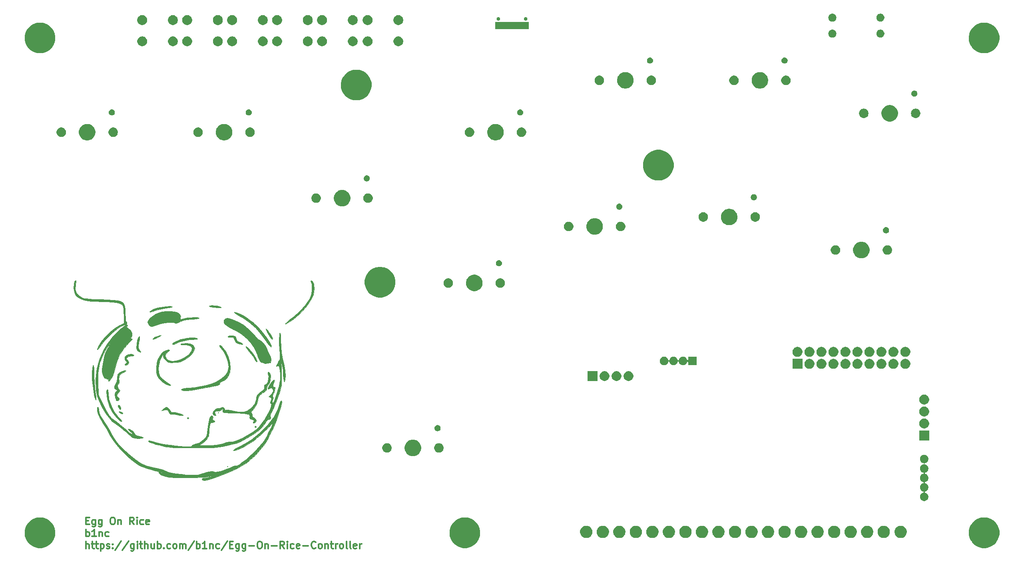
<source format=gts>
G04 #@! TF.GenerationSoftware,KiCad,Pcbnew,(5.1.4)-1*
G04 #@! TF.CreationDate,2021-10-14T16:58:17-07:00*
G04 #@! TF.ProjectId,Egg_On_Rice_pcb,4567675f-4f6e-45f5-9269-63655f706362,rev?*
G04 #@! TF.SameCoordinates,Original*
G04 #@! TF.FileFunction,Soldermask,Top*
G04 #@! TF.FilePolarity,Negative*
%FSLAX46Y46*%
G04 Gerber Fmt 4.6, Leading zero omitted, Abs format (unit mm)*
G04 Created by KiCad (PCBNEW (5.1.4)-1) date 2021-10-14 16:58:17*
%MOMM*%
%LPD*%
G04 APERTURE LIST*
%ADD10C,0.300000*%
%ADD11C,0.010000*%
%ADD12C,0.100000*%
G04 APERTURE END LIST*
D10*
X58591142Y-145932857D02*
X59091142Y-145932857D01*
X59305428Y-146718571D02*
X58591142Y-146718571D01*
X58591142Y-145218571D01*
X59305428Y-145218571D01*
X60591142Y-145718571D02*
X60591142Y-146932857D01*
X60519714Y-147075714D01*
X60448285Y-147147142D01*
X60305428Y-147218571D01*
X60091142Y-147218571D01*
X59948285Y-147147142D01*
X60591142Y-146647142D02*
X60448285Y-146718571D01*
X60162571Y-146718571D01*
X60019714Y-146647142D01*
X59948285Y-146575714D01*
X59876857Y-146432857D01*
X59876857Y-146004285D01*
X59948285Y-145861428D01*
X60019714Y-145790000D01*
X60162571Y-145718571D01*
X60448285Y-145718571D01*
X60591142Y-145790000D01*
X61948285Y-145718571D02*
X61948285Y-146932857D01*
X61876857Y-147075714D01*
X61805428Y-147147142D01*
X61662571Y-147218571D01*
X61448285Y-147218571D01*
X61305428Y-147147142D01*
X61948285Y-146647142D02*
X61805428Y-146718571D01*
X61519714Y-146718571D01*
X61376857Y-146647142D01*
X61305428Y-146575714D01*
X61234000Y-146432857D01*
X61234000Y-146004285D01*
X61305428Y-145861428D01*
X61376857Y-145790000D01*
X61519714Y-145718571D01*
X61805428Y-145718571D01*
X61948285Y-145790000D01*
X64091142Y-145218571D02*
X64376857Y-145218571D01*
X64519714Y-145290000D01*
X64662571Y-145432857D01*
X64734000Y-145718571D01*
X64734000Y-146218571D01*
X64662571Y-146504285D01*
X64519714Y-146647142D01*
X64376857Y-146718571D01*
X64091142Y-146718571D01*
X63948285Y-146647142D01*
X63805428Y-146504285D01*
X63734000Y-146218571D01*
X63734000Y-145718571D01*
X63805428Y-145432857D01*
X63948285Y-145290000D01*
X64091142Y-145218571D01*
X65376857Y-145718571D02*
X65376857Y-146718571D01*
X65376857Y-145861428D02*
X65448285Y-145790000D01*
X65591142Y-145718571D01*
X65805428Y-145718571D01*
X65948285Y-145790000D01*
X66019714Y-145932857D01*
X66019714Y-146718571D01*
X68734000Y-146718571D02*
X68234000Y-146004285D01*
X67876857Y-146718571D02*
X67876857Y-145218571D01*
X68448285Y-145218571D01*
X68591142Y-145290000D01*
X68662571Y-145361428D01*
X68734000Y-145504285D01*
X68734000Y-145718571D01*
X68662571Y-145861428D01*
X68591142Y-145932857D01*
X68448285Y-146004285D01*
X67876857Y-146004285D01*
X69376857Y-146718571D02*
X69376857Y-145718571D01*
X69376857Y-145218571D02*
X69305428Y-145290000D01*
X69376857Y-145361428D01*
X69448285Y-145290000D01*
X69376857Y-145218571D01*
X69376857Y-145361428D01*
X70734000Y-146647142D02*
X70591142Y-146718571D01*
X70305428Y-146718571D01*
X70162571Y-146647142D01*
X70091142Y-146575714D01*
X70019714Y-146432857D01*
X70019714Y-146004285D01*
X70091142Y-145861428D01*
X70162571Y-145790000D01*
X70305428Y-145718571D01*
X70591142Y-145718571D01*
X70734000Y-145790000D01*
X71948285Y-146647142D02*
X71805428Y-146718571D01*
X71519714Y-146718571D01*
X71376857Y-146647142D01*
X71305428Y-146504285D01*
X71305428Y-145932857D01*
X71376857Y-145790000D01*
X71519714Y-145718571D01*
X71805428Y-145718571D01*
X71948285Y-145790000D01*
X72019714Y-145932857D01*
X72019714Y-146075714D01*
X71305428Y-146218571D01*
X58591142Y-149268571D02*
X58591142Y-147768571D01*
X58591142Y-148340000D02*
X58734000Y-148268571D01*
X59019714Y-148268571D01*
X59162571Y-148340000D01*
X59234000Y-148411428D01*
X59305428Y-148554285D01*
X59305428Y-148982857D01*
X59234000Y-149125714D01*
X59162571Y-149197142D01*
X59019714Y-149268571D01*
X58734000Y-149268571D01*
X58591142Y-149197142D01*
X60734000Y-149268571D02*
X59876857Y-149268571D01*
X60305428Y-149268571D02*
X60305428Y-147768571D01*
X60162571Y-147982857D01*
X60019714Y-148125714D01*
X59876857Y-148197142D01*
X61376857Y-148268571D02*
X61376857Y-149268571D01*
X61376857Y-148411428D02*
X61448285Y-148340000D01*
X61591142Y-148268571D01*
X61805428Y-148268571D01*
X61948285Y-148340000D01*
X62019714Y-148482857D01*
X62019714Y-149268571D01*
X63376857Y-149197142D02*
X63234000Y-149268571D01*
X62948285Y-149268571D01*
X62805428Y-149197142D01*
X62734000Y-149125714D01*
X62662571Y-148982857D01*
X62662571Y-148554285D01*
X62734000Y-148411428D01*
X62805428Y-148340000D01*
X62948285Y-148268571D01*
X63234000Y-148268571D01*
X63376857Y-148340000D01*
X58591142Y-151818571D02*
X58591142Y-150318571D01*
X59234000Y-151818571D02*
X59234000Y-151032857D01*
X59162571Y-150890000D01*
X59019714Y-150818571D01*
X58805428Y-150818571D01*
X58662571Y-150890000D01*
X58591142Y-150961428D01*
X59734000Y-150818571D02*
X60305428Y-150818571D01*
X59948285Y-150318571D02*
X59948285Y-151604285D01*
X60019714Y-151747142D01*
X60162571Y-151818571D01*
X60305428Y-151818571D01*
X60591142Y-150818571D02*
X61162571Y-150818571D01*
X60805428Y-150318571D02*
X60805428Y-151604285D01*
X60876857Y-151747142D01*
X61019714Y-151818571D01*
X61162571Y-151818571D01*
X61662571Y-150818571D02*
X61662571Y-152318571D01*
X61662571Y-150890000D02*
X61805428Y-150818571D01*
X62091142Y-150818571D01*
X62234000Y-150890000D01*
X62305428Y-150961428D01*
X62376857Y-151104285D01*
X62376857Y-151532857D01*
X62305428Y-151675714D01*
X62234000Y-151747142D01*
X62091142Y-151818571D01*
X61805428Y-151818571D01*
X61662571Y-151747142D01*
X62948285Y-151747142D02*
X63091142Y-151818571D01*
X63376857Y-151818571D01*
X63519714Y-151747142D01*
X63591142Y-151604285D01*
X63591142Y-151532857D01*
X63519714Y-151390000D01*
X63376857Y-151318571D01*
X63162571Y-151318571D01*
X63019714Y-151247142D01*
X62948285Y-151104285D01*
X62948285Y-151032857D01*
X63019714Y-150890000D01*
X63162571Y-150818571D01*
X63376857Y-150818571D01*
X63519714Y-150890000D01*
X64234000Y-151675714D02*
X64305428Y-151747142D01*
X64234000Y-151818571D01*
X64162571Y-151747142D01*
X64234000Y-151675714D01*
X64234000Y-151818571D01*
X64234000Y-150890000D02*
X64305428Y-150961428D01*
X64234000Y-151032857D01*
X64162571Y-150961428D01*
X64234000Y-150890000D01*
X64234000Y-151032857D01*
X66019714Y-150247142D02*
X64734000Y-152175714D01*
X67591142Y-150247142D02*
X66305428Y-152175714D01*
X68734000Y-150818571D02*
X68734000Y-152032857D01*
X68662571Y-152175714D01*
X68591142Y-152247142D01*
X68448285Y-152318571D01*
X68234000Y-152318571D01*
X68091142Y-152247142D01*
X68734000Y-151747142D02*
X68591142Y-151818571D01*
X68305428Y-151818571D01*
X68162571Y-151747142D01*
X68091142Y-151675714D01*
X68019714Y-151532857D01*
X68019714Y-151104285D01*
X68091142Y-150961428D01*
X68162571Y-150890000D01*
X68305428Y-150818571D01*
X68591142Y-150818571D01*
X68734000Y-150890000D01*
X69448285Y-151818571D02*
X69448285Y-150818571D01*
X69448285Y-150318571D02*
X69376857Y-150390000D01*
X69448285Y-150461428D01*
X69519714Y-150390000D01*
X69448285Y-150318571D01*
X69448285Y-150461428D01*
X69948285Y-150818571D02*
X70519714Y-150818571D01*
X70162571Y-150318571D02*
X70162571Y-151604285D01*
X70234000Y-151747142D01*
X70376857Y-151818571D01*
X70519714Y-151818571D01*
X71019714Y-151818571D02*
X71019714Y-150318571D01*
X71662571Y-151818571D02*
X71662571Y-151032857D01*
X71591142Y-150890000D01*
X71448285Y-150818571D01*
X71234000Y-150818571D01*
X71091142Y-150890000D01*
X71019714Y-150961428D01*
X73019714Y-150818571D02*
X73019714Y-151818571D01*
X72376857Y-150818571D02*
X72376857Y-151604285D01*
X72448285Y-151747142D01*
X72591142Y-151818571D01*
X72805428Y-151818571D01*
X72948285Y-151747142D01*
X73019714Y-151675714D01*
X73734000Y-151818571D02*
X73734000Y-150318571D01*
X73734000Y-150890000D02*
X73876857Y-150818571D01*
X74162571Y-150818571D01*
X74305428Y-150890000D01*
X74376857Y-150961428D01*
X74448285Y-151104285D01*
X74448285Y-151532857D01*
X74376857Y-151675714D01*
X74305428Y-151747142D01*
X74162571Y-151818571D01*
X73876857Y-151818571D01*
X73734000Y-151747142D01*
X75091142Y-151675714D02*
X75162571Y-151747142D01*
X75091142Y-151818571D01*
X75019714Y-151747142D01*
X75091142Y-151675714D01*
X75091142Y-151818571D01*
X76448285Y-151747142D02*
X76305428Y-151818571D01*
X76019714Y-151818571D01*
X75876857Y-151747142D01*
X75805428Y-151675714D01*
X75734000Y-151532857D01*
X75734000Y-151104285D01*
X75805428Y-150961428D01*
X75876857Y-150890000D01*
X76019714Y-150818571D01*
X76305428Y-150818571D01*
X76448285Y-150890000D01*
X77305428Y-151818571D02*
X77162571Y-151747142D01*
X77091142Y-151675714D01*
X77019714Y-151532857D01*
X77019714Y-151104285D01*
X77091142Y-150961428D01*
X77162571Y-150890000D01*
X77305428Y-150818571D01*
X77519714Y-150818571D01*
X77662571Y-150890000D01*
X77734000Y-150961428D01*
X77805428Y-151104285D01*
X77805428Y-151532857D01*
X77734000Y-151675714D01*
X77662571Y-151747142D01*
X77519714Y-151818571D01*
X77305428Y-151818571D01*
X78448285Y-151818571D02*
X78448285Y-150818571D01*
X78448285Y-150961428D02*
X78519714Y-150890000D01*
X78662571Y-150818571D01*
X78876857Y-150818571D01*
X79019714Y-150890000D01*
X79091142Y-151032857D01*
X79091142Y-151818571D01*
X79091142Y-151032857D02*
X79162571Y-150890000D01*
X79305428Y-150818571D01*
X79519714Y-150818571D01*
X79662571Y-150890000D01*
X79734000Y-151032857D01*
X79734000Y-151818571D01*
X81519714Y-150247142D02*
X80234000Y-152175714D01*
X82019714Y-151818571D02*
X82019714Y-150318571D01*
X82019714Y-150890000D02*
X82162571Y-150818571D01*
X82448285Y-150818571D01*
X82591142Y-150890000D01*
X82662571Y-150961428D01*
X82734000Y-151104285D01*
X82734000Y-151532857D01*
X82662571Y-151675714D01*
X82591142Y-151747142D01*
X82448285Y-151818571D01*
X82162571Y-151818571D01*
X82019714Y-151747142D01*
X84162571Y-151818571D02*
X83305428Y-151818571D01*
X83734000Y-151818571D02*
X83734000Y-150318571D01*
X83591142Y-150532857D01*
X83448285Y-150675714D01*
X83305428Y-150747142D01*
X84805428Y-150818571D02*
X84805428Y-151818571D01*
X84805428Y-150961428D02*
X84876857Y-150890000D01*
X85019714Y-150818571D01*
X85234000Y-150818571D01*
X85376857Y-150890000D01*
X85448285Y-151032857D01*
X85448285Y-151818571D01*
X86805428Y-151747142D02*
X86662571Y-151818571D01*
X86376857Y-151818571D01*
X86234000Y-151747142D01*
X86162571Y-151675714D01*
X86091142Y-151532857D01*
X86091142Y-151104285D01*
X86162571Y-150961428D01*
X86234000Y-150890000D01*
X86376857Y-150818571D01*
X86662571Y-150818571D01*
X86805428Y-150890000D01*
X88519714Y-150247142D02*
X87234000Y-152175714D01*
X89019714Y-151032857D02*
X89519714Y-151032857D01*
X89734000Y-151818571D02*
X89019714Y-151818571D01*
X89019714Y-150318571D01*
X89734000Y-150318571D01*
X91019714Y-150818571D02*
X91019714Y-152032857D01*
X90948285Y-152175714D01*
X90876857Y-152247142D01*
X90734000Y-152318571D01*
X90519714Y-152318571D01*
X90376857Y-152247142D01*
X91019714Y-151747142D02*
X90876857Y-151818571D01*
X90591142Y-151818571D01*
X90448285Y-151747142D01*
X90376857Y-151675714D01*
X90305428Y-151532857D01*
X90305428Y-151104285D01*
X90376857Y-150961428D01*
X90448285Y-150890000D01*
X90591142Y-150818571D01*
X90876857Y-150818571D01*
X91019714Y-150890000D01*
X92376857Y-150818571D02*
X92376857Y-152032857D01*
X92305428Y-152175714D01*
X92234000Y-152247142D01*
X92091142Y-152318571D01*
X91876857Y-152318571D01*
X91734000Y-152247142D01*
X92376857Y-151747142D02*
X92234000Y-151818571D01*
X91948285Y-151818571D01*
X91805428Y-151747142D01*
X91734000Y-151675714D01*
X91662571Y-151532857D01*
X91662571Y-151104285D01*
X91734000Y-150961428D01*
X91805428Y-150890000D01*
X91948285Y-150818571D01*
X92234000Y-150818571D01*
X92376857Y-150890000D01*
X93091142Y-151247142D02*
X94234000Y-151247142D01*
X95234000Y-150318571D02*
X95519714Y-150318571D01*
X95662571Y-150390000D01*
X95805428Y-150532857D01*
X95876857Y-150818571D01*
X95876857Y-151318571D01*
X95805428Y-151604285D01*
X95662571Y-151747142D01*
X95519714Y-151818571D01*
X95234000Y-151818571D01*
X95091142Y-151747142D01*
X94948285Y-151604285D01*
X94876857Y-151318571D01*
X94876857Y-150818571D01*
X94948285Y-150532857D01*
X95091142Y-150390000D01*
X95234000Y-150318571D01*
X96519714Y-150818571D02*
X96519714Y-151818571D01*
X96519714Y-150961428D02*
X96591142Y-150890000D01*
X96734000Y-150818571D01*
X96948285Y-150818571D01*
X97091142Y-150890000D01*
X97162571Y-151032857D01*
X97162571Y-151818571D01*
X97876857Y-151247142D02*
X99019714Y-151247142D01*
X100591142Y-151818571D02*
X100091142Y-151104285D01*
X99734000Y-151818571D02*
X99734000Y-150318571D01*
X100305428Y-150318571D01*
X100448285Y-150390000D01*
X100519714Y-150461428D01*
X100591142Y-150604285D01*
X100591142Y-150818571D01*
X100519714Y-150961428D01*
X100448285Y-151032857D01*
X100305428Y-151104285D01*
X99734000Y-151104285D01*
X101234000Y-151818571D02*
X101234000Y-150818571D01*
X101234000Y-150318571D02*
X101162571Y-150390000D01*
X101234000Y-150461428D01*
X101305428Y-150390000D01*
X101234000Y-150318571D01*
X101234000Y-150461428D01*
X102591142Y-151747142D02*
X102448285Y-151818571D01*
X102162571Y-151818571D01*
X102019714Y-151747142D01*
X101948285Y-151675714D01*
X101876857Y-151532857D01*
X101876857Y-151104285D01*
X101948285Y-150961428D01*
X102019714Y-150890000D01*
X102162571Y-150818571D01*
X102448285Y-150818571D01*
X102591142Y-150890000D01*
X103805428Y-151747142D02*
X103662571Y-151818571D01*
X103376857Y-151818571D01*
X103234000Y-151747142D01*
X103162571Y-151604285D01*
X103162571Y-151032857D01*
X103234000Y-150890000D01*
X103376857Y-150818571D01*
X103662571Y-150818571D01*
X103805428Y-150890000D01*
X103876857Y-151032857D01*
X103876857Y-151175714D01*
X103162571Y-151318571D01*
X104519714Y-151247142D02*
X105662571Y-151247142D01*
X107234000Y-151675714D02*
X107162571Y-151747142D01*
X106948285Y-151818571D01*
X106805428Y-151818571D01*
X106591142Y-151747142D01*
X106448285Y-151604285D01*
X106376857Y-151461428D01*
X106305428Y-151175714D01*
X106305428Y-150961428D01*
X106376857Y-150675714D01*
X106448285Y-150532857D01*
X106591142Y-150390000D01*
X106805428Y-150318571D01*
X106948285Y-150318571D01*
X107162571Y-150390000D01*
X107234000Y-150461428D01*
X108091142Y-151818571D02*
X107948285Y-151747142D01*
X107876857Y-151675714D01*
X107805428Y-151532857D01*
X107805428Y-151104285D01*
X107876857Y-150961428D01*
X107948285Y-150890000D01*
X108091142Y-150818571D01*
X108305428Y-150818571D01*
X108448285Y-150890000D01*
X108519714Y-150961428D01*
X108591142Y-151104285D01*
X108591142Y-151532857D01*
X108519714Y-151675714D01*
X108448285Y-151747142D01*
X108305428Y-151818571D01*
X108091142Y-151818571D01*
X109234000Y-150818571D02*
X109234000Y-151818571D01*
X109234000Y-150961428D02*
X109305428Y-150890000D01*
X109448285Y-150818571D01*
X109662571Y-150818571D01*
X109805428Y-150890000D01*
X109876857Y-151032857D01*
X109876857Y-151818571D01*
X110376857Y-150818571D02*
X110948285Y-150818571D01*
X110591142Y-150318571D02*
X110591142Y-151604285D01*
X110662571Y-151747142D01*
X110805428Y-151818571D01*
X110948285Y-151818571D01*
X111448285Y-151818571D02*
X111448285Y-150818571D01*
X111448285Y-151104285D02*
X111519714Y-150961428D01*
X111591142Y-150890000D01*
X111734000Y-150818571D01*
X111876857Y-150818571D01*
X112591142Y-151818571D02*
X112448285Y-151747142D01*
X112376857Y-151675714D01*
X112305428Y-151532857D01*
X112305428Y-151104285D01*
X112376857Y-150961428D01*
X112448285Y-150890000D01*
X112591142Y-150818571D01*
X112805428Y-150818571D01*
X112948285Y-150890000D01*
X113019714Y-150961428D01*
X113091142Y-151104285D01*
X113091142Y-151532857D01*
X113019714Y-151675714D01*
X112948285Y-151747142D01*
X112805428Y-151818571D01*
X112591142Y-151818571D01*
X113948285Y-151818571D02*
X113805428Y-151747142D01*
X113734000Y-151604285D01*
X113734000Y-150318571D01*
X114734000Y-151818571D02*
X114591142Y-151747142D01*
X114519714Y-151604285D01*
X114519714Y-150318571D01*
X115876857Y-151747142D02*
X115734000Y-151818571D01*
X115448285Y-151818571D01*
X115305428Y-151747142D01*
X115234000Y-151604285D01*
X115234000Y-151032857D01*
X115305428Y-150890000D01*
X115448285Y-150818571D01*
X115734000Y-150818571D01*
X115876857Y-150890000D01*
X115948285Y-151032857D01*
X115948285Y-151175714D01*
X115234000Y-151318571D01*
X116591142Y-151818571D02*
X116591142Y-150818571D01*
X116591142Y-151104285D02*
X116662571Y-150961428D01*
X116734000Y-150890000D01*
X116876857Y-150818571D01*
X117019714Y-150818571D01*
D11*
G36*
X85774868Y-100251051D02*
G01*
X86336720Y-100318770D01*
X86811196Y-100421341D01*
X87087527Y-100549536D01*
X87088556Y-100550556D01*
X87141285Y-100691646D01*
X86872407Y-100716732D01*
X86840786Y-100714584D01*
X86386244Y-100680181D01*
X85771809Y-100632561D01*
X85534500Y-100613929D01*
X85031951Y-100537148D01*
X84721388Y-100418144D01*
X84672715Y-100349290D01*
X84832098Y-100257083D01*
X85236405Y-100227413D01*
X85774868Y-100251051D01*
X85774868Y-100251051D01*
G37*
X85774868Y-100251051D02*
X86336720Y-100318770D01*
X86811196Y-100421341D01*
X87087527Y-100549536D01*
X87088556Y-100550556D01*
X87141285Y-100691646D01*
X86872407Y-100716732D01*
X86840786Y-100714584D01*
X86386244Y-100680181D01*
X85771809Y-100632561D01*
X85534500Y-100613929D01*
X85031951Y-100537148D01*
X84721388Y-100418144D01*
X84672715Y-100349290D01*
X84832098Y-100257083D01*
X85236405Y-100227413D01*
X85774868Y-100251051D01*
G36*
X76743109Y-100425515D02*
G01*
X76811537Y-100515755D01*
X76583829Y-100628751D01*
X76099400Y-100743124D01*
X75467737Y-100833547D01*
X74636890Y-100960300D01*
X73774080Y-101152680D01*
X73249003Y-101308525D01*
X72533957Y-101542614D01*
X72137097Y-101631533D01*
X72043982Y-101575112D01*
X72240171Y-101373179D01*
X72335572Y-101297754D01*
X72930666Y-100968072D01*
X73779092Y-100713583D01*
X74923576Y-100523209D01*
X75605312Y-100449982D01*
X76346487Y-100401148D01*
X76743109Y-100425515D01*
X76743109Y-100425515D01*
G37*
X76743109Y-100425515D02*
X76811537Y-100515755D01*
X76583829Y-100628751D01*
X76099400Y-100743124D01*
X75467737Y-100833547D01*
X74636890Y-100960300D01*
X73774080Y-101152680D01*
X73249003Y-101308525D01*
X72533957Y-101542614D01*
X72137097Y-101631533D01*
X72043982Y-101575112D01*
X72240171Y-101373179D01*
X72335572Y-101297754D01*
X72930666Y-100968072D01*
X73779092Y-100713583D01*
X74923576Y-100523209D01*
X75605312Y-100449982D01*
X76346487Y-100401148D01*
X76743109Y-100425515D01*
G36*
X106568895Y-95109864D02*
G01*
X106776419Y-95564165D01*
X106812502Y-95687719D01*
X106914192Y-96739490D01*
X106699338Y-97884250D01*
X106190176Y-99085009D01*
X105408941Y-100304777D01*
X104377868Y-101506564D01*
X103119192Y-102653381D01*
X102217023Y-103332643D01*
X101566187Y-103783189D01*
X101155687Y-104050405D01*
X100930905Y-104162313D01*
X100837223Y-104146931D01*
X100819857Y-104049424D01*
X100956353Y-103889013D01*
X101327139Y-103562533D01*
X101874163Y-103118861D01*
X102480934Y-102650887D01*
X103919288Y-101421716D01*
X105089404Y-100118579D01*
X105949618Y-98789475D01*
X106101891Y-98479429D01*
X106300552Y-97842876D01*
X106414323Y-97060495D01*
X106436672Y-96267089D01*
X106361065Y-95597463D01*
X106256331Y-95292501D01*
X106162503Y-95019214D01*
X106320988Y-94941793D01*
X106340052Y-94941572D01*
X106568895Y-95109864D01*
X106568895Y-95109864D01*
G37*
X106568895Y-95109864D02*
X106776419Y-95564165D01*
X106812502Y-95687719D01*
X106914192Y-96739490D01*
X106699338Y-97884250D01*
X106190176Y-99085009D01*
X105408941Y-100304777D01*
X104377868Y-101506564D01*
X103119192Y-102653381D01*
X102217023Y-103332643D01*
X101566187Y-103783189D01*
X101155687Y-104050405D01*
X100930905Y-104162313D01*
X100837223Y-104146931D01*
X100819857Y-104049424D01*
X100956353Y-103889013D01*
X101327139Y-103562533D01*
X101874163Y-103118861D01*
X102480934Y-102650887D01*
X103919288Y-101421716D01*
X105089404Y-100118579D01*
X105949618Y-98789475D01*
X106101891Y-98479429D01*
X106300552Y-97842876D01*
X106414323Y-97060495D01*
X106436672Y-96267089D01*
X106361065Y-95597463D01*
X106256331Y-95292501D01*
X106162503Y-95019214D01*
X106320988Y-94941793D01*
X106340052Y-94941572D01*
X106568895Y-95109864D01*
G36*
X77340802Y-101560960D02*
G01*
X77941347Y-101735723D01*
X77956009Y-101743153D01*
X78410886Y-102101954D01*
X78626743Y-102533772D01*
X78559723Y-102940132D01*
X78516100Y-103000736D01*
X78461416Y-103121625D01*
X78616294Y-103144610D01*
X79036586Y-103069304D01*
X79362896Y-102994864D01*
X80033675Y-102870730D01*
X80761239Y-102788664D01*
X81457726Y-102751357D01*
X82035270Y-102761504D01*
X82406008Y-102821796D01*
X82495572Y-102898855D01*
X82328126Y-102979569D01*
X81881138Y-103061265D01*
X81237633Y-103130409D01*
X80946414Y-103151358D01*
X79909393Y-103257525D01*
X79101753Y-103446087D01*
X78492198Y-103695915D01*
X77982552Y-103914877D01*
X77613187Y-104011817D01*
X77490648Y-103987698D01*
X77221718Y-103857197D01*
X76692099Y-103811998D01*
X75991905Y-103844644D01*
X75211249Y-103947681D01*
X74440245Y-104113654D01*
X73895173Y-104285143D01*
X73147851Y-104555662D01*
X72653099Y-104692222D01*
X72328324Y-104699888D01*
X72090930Y-104583730D01*
X71910119Y-104406929D01*
X71673697Y-104028845D01*
X71609857Y-103771929D01*
X71758866Y-103397574D01*
X72149960Y-102937063D01*
X72699244Y-102463616D01*
X73322820Y-102050454D01*
X73881235Y-101789603D01*
X74664411Y-101596028D01*
X75582172Y-101492483D01*
X76514356Y-101480337D01*
X77340802Y-101560960D01*
X77340802Y-101560960D01*
G37*
X77340802Y-101560960D02*
X77941347Y-101735723D01*
X77956009Y-101743153D01*
X78410886Y-102101954D01*
X78626743Y-102533772D01*
X78559723Y-102940132D01*
X78516100Y-103000736D01*
X78461416Y-103121625D01*
X78616294Y-103144610D01*
X79036586Y-103069304D01*
X79362896Y-102994864D01*
X80033675Y-102870730D01*
X80761239Y-102788664D01*
X81457726Y-102751357D01*
X82035270Y-102761504D01*
X82406008Y-102821796D01*
X82495572Y-102898855D01*
X82328126Y-102979569D01*
X81881138Y-103061265D01*
X81237633Y-103130409D01*
X80946414Y-103151358D01*
X79909393Y-103257525D01*
X79101753Y-103446087D01*
X78492198Y-103695915D01*
X77982552Y-103914877D01*
X77613187Y-104011817D01*
X77490648Y-103987698D01*
X77221718Y-103857197D01*
X76692099Y-103811998D01*
X75991905Y-103844644D01*
X75211249Y-103947681D01*
X74440245Y-104113654D01*
X73895173Y-104285143D01*
X73147851Y-104555662D01*
X72653099Y-104692222D01*
X72328324Y-104699888D01*
X72090930Y-104583730D01*
X71910119Y-104406929D01*
X71673697Y-104028845D01*
X71609857Y-103771929D01*
X71758866Y-103397574D01*
X72149960Y-102937063D01*
X72699244Y-102463616D01*
X73322820Y-102050454D01*
X73881235Y-101789603D01*
X74664411Y-101596028D01*
X75582172Y-101492483D01*
X76514356Y-101480337D01*
X77340802Y-101560960D01*
G36*
X96817843Y-105254023D02*
G01*
X97056156Y-105525931D01*
X97359751Y-105940682D01*
X97670550Y-106412575D01*
X97930480Y-106855912D01*
X98081464Y-107184992D01*
X98098429Y-107269999D01*
X98028115Y-107462404D01*
X97824577Y-107332480D01*
X97498914Y-106890818D01*
X97223392Y-106435300D01*
X96930186Y-105879089D01*
X96743259Y-105434231D01*
X96702886Y-105210657D01*
X96817843Y-105254023D01*
X96817843Y-105254023D01*
G37*
X96817843Y-105254023D02*
X97056156Y-105525931D01*
X97359751Y-105940682D01*
X97670550Y-106412575D01*
X97930480Y-106855912D01*
X98081464Y-107184992D01*
X98098429Y-107269999D01*
X98028115Y-107462404D01*
X97824577Y-107332480D01*
X97498914Y-106890818D01*
X97223392Y-106435300D01*
X96930186Y-105879089D01*
X96743259Y-105434231D01*
X96702886Y-105210657D01*
X96817843Y-105254023D01*
G36*
X74439167Y-106654595D02*
G01*
X74093125Y-106884669D01*
X73673223Y-107088796D01*
X73129599Y-107325642D01*
X72838481Y-107431842D01*
X72721054Y-107424707D01*
X72698502Y-107321548D01*
X72698429Y-107302903D01*
X72851804Y-107151947D01*
X73246382Y-106930871D01*
X73605572Y-106768672D01*
X74188510Y-106564037D01*
X74468668Y-106536865D01*
X74439167Y-106654595D01*
X74439167Y-106654595D01*
G37*
X74439167Y-106654595D02*
X74093125Y-106884669D01*
X73673223Y-107088796D01*
X73129599Y-107325642D01*
X72838481Y-107431842D01*
X72721054Y-107424707D01*
X72698502Y-107321548D01*
X72698429Y-107302903D01*
X72851804Y-107151947D01*
X73246382Y-106930871D01*
X73605572Y-106768672D01*
X74188510Y-106564037D01*
X74468668Y-106536865D01*
X74439167Y-106654595D01*
G36*
X90195303Y-106831031D02*
G01*
X90417993Y-107294033D01*
X90609312Y-107727768D01*
X91029721Y-107954882D01*
X91078555Y-107968134D01*
X91488696Y-108132137D01*
X91704798Y-108327251D01*
X91705850Y-108330264D01*
X91716965Y-108490211D01*
X91556001Y-108515375D01*
X91157966Y-108403146D01*
X90853427Y-108296027D01*
X90346283Y-108049929D01*
X90041838Y-107690858D01*
X89853725Y-107211237D01*
X89692510Y-106977992D01*
X89352060Y-106954202D01*
X89212669Y-106978509D01*
X88774699Y-107006124D01*
X88585230Y-106913062D01*
X88682070Y-106765235D01*
X89021340Y-106644958D01*
X89726394Y-106601418D01*
X90195303Y-106831031D01*
X90195303Y-106831031D01*
G37*
X90195303Y-106831031D02*
X90417993Y-107294033D01*
X90609312Y-107727768D01*
X91029721Y-107954882D01*
X91078555Y-107968134D01*
X91488696Y-108132137D01*
X91704798Y-108327251D01*
X91705850Y-108330264D01*
X91716965Y-108490211D01*
X91556001Y-108515375D01*
X91157966Y-108403146D01*
X90853427Y-108296027D01*
X90346283Y-108049929D01*
X90041838Y-107690858D01*
X89853725Y-107211237D01*
X89692510Y-106977992D01*
X89352060Y-106954202D01*
X89212669Y-106978509D01*
X88774699Y-107006124D01*
X88585230Y-106913062D01*
X88682070Y-106765235D01*
X89021340Y-106644958D01*
X89726394Y-106601418D01*
X90195303Y-106831031D01*
G36*
X81976036Y-107159226D02*
G01*
X82223429Y-107278714D01*
X82124622Y-107382603D01*
X81699741Y-107444651D01*
X81164676Y-107460143D01*
X80487541Y-107505741D01*
X79710273Y-107626821D01*
X78927492Y-107799813D01*
X78233818Y-108001148D01*
X77723872Y-108207255D01*
X77503244Y-108372208D01*
X77284742Y-108518354D01*
X77010739Y-108536867D01*
X76871400Y-108416097D01*
X76871286Y-108410928D01*
X77040267Y-108184411D01*
X77516437Y-107900518D01*
X78253640Y-107584400D01*
X78652621Y-107440269D01*
X79278708Y-107278187D01*
X80018607Y-107164765D01*
X80777803Y-107104280D01*
X81461784Y-107101008D01*
X81976036Y-107159226D01*
X81976036Y-107159226D01*
G37*
X81976036Y-107159226D02*
X82223429Y-107278714D01*
X82124622Y-107382603D01*
X81699741Y-107444651D01*
X81164676Y-107460143D01*
X80487541Y-107505741D01*
X79710273Y-107626821D01*
X78927492Y-107799813D01*
X78233818Y-108001148D01*
X77723872Y-108207255D01*
X77503244Y-108372208D01*
X77284742Y-108518354D01*
X77010739Y-108536867D01*
X76871400Y-108416097D01*
X76871286Y-108410928D01*
X77040267Y-108184411D01*
X77516437Y-107900518D01*
X78253640Y-107584400D01*
X78652621Y-107440269D01*
X79278708Y-107278187D01*
X80018607Y-107164765D01*
X80777803Y-107104280D01*
X81461784Y-107101008D01*
X81976036Y-107159226D01*
G36*
X90425381Y-101735371D02*
G01*
X91046490Y-101974892D01*
X91799147Y-102359419D01*
X92608478Y-102846846D01*
X93399610Y-103395069D01*
X94097671Y-103961985D01*
X94153640Y-104012730D01*
X94849054Y-104697741D01*
X95549164Y-105471017D01*
X96217197Y-106281439D01*
X96816379Y-107077884D01*
X97309937Y-107809234D01*
X97661098Y-108424367D01*
X97833089Y-108872162D01*
X97805206Y-109088994D01*
X97645163Y-109013189D01*
X97343168Y-108678637D01*
X96943197Y-108138192D01*
X96653590Y-107704766D01*
X95665460Y-106350207D01*
X94509185Y-105059824D01*
X93262876Y-103907655D01*
X92004645Y-102967736D01*
X91112478Y-102452707D01*
X90433614Y-102095021D01*
X90045798Y-101839552D01*
X89968983Y-101700240D01*
X90010692Y-101682960D01*
X90425381Y-101735371D01*
X90425381Y-101735371D01*
G37*
X90425381Y-101735371D02*
X91046490Y-101974892D01*
X91799147Y-102359419D01*
X92608478Y-102846846D01*
X93399610Y-103395069D01*
X94097671Y-103961985D01*
X94153640Y-104012730D01*
X94849054Y-104697741D01*
X95549164Y-105471017D01*
X96217197Y-106281439D01*
X96816379Y-107077884D01*
X97309937Y-107809234D01*
X97661098Y-108424367D01*
X97833089Y-108872162D01*
X97805206Y-109088994D01*
X97645163Y-109013189D01*
X97343168Y-108678637D01*
X96943197Y-108138192D01*
X96653590Y-107704766D01*
X95665460Y-106350207D01*
X94509185Y-105059824D01*
X93262876Y-103907655D01*
X92004645Y-102967736D01*
X91112478Y-102452707D01*
X90433614Y-102095021D01*
X90045798Y-101839552D01*
X89968983Y-101700240D01*
X90010692Y-101682960D01*
X90425381Y-101735371D01*
G36*
X69909492Y-106787873D02*
G01*
X69921764Y-106995523D01*
X69872485Y-107458244D01*
X69773267Y-108070436D01*
X69663793Y-108731758D01*
X69641560Y-109143196D01*
X69712127Y-109408412D01*
X69855474Y-109603239D01*
X70087647Y-109903555D01*
X70158429Y-110059786D01*
X70052261Y-110182064D01*
X69788850Y-110063198D01*
X69526208Y-109821785D01*
X69338931Y-109536951D01*
X69271415Y-109161265D01*
X69305616Y-108573696D01*
X69320487Y-108441992D01*
X69433199Y-107760553D01*
X69584343Y-107205709D01*
X69747201Y-106852495D01*
X69895054Y-106775944D01*
X69909492Y-106787873D01*
X69909492Y-106787873D01*
G37*
X69909492Y-106787873D02*
X69921764Y-106995523D01*
X69872485Y-107458244D01*
X69773267Y-108070436D01*
X69663793Y-108731758D01*
X69641560Y-109143196D01*
X69712127Y-109408412D01*
X69855474Y-109603239D01*
X70087647Y-109903555D01*
X70158429Y-110059786D01*
X70052261Y-110182064D01*
X69788850Y-110063198D01*
X69526208Y-109821785D01*
X69338931Y-109536951D01*
X69271415Y-109161265D01*
X69305616Y-108573696D01*
X69320487Y-108441992D01*
X69433199Y-107760553D01*
X69584343Y-107205709D01*
X69747201Y-106852495D01*
X69895054Y-106775944D01*
X69909492Y-106787873D01*
G36*
X92615884Y-109015698D02*
G01*
X93024725Y-109364780D01*
X93039118Y-109378369D01*
X93489420Y-109869221D01*
X93945119Y-110470913D01*
X94350569Y-111095201D01*
X94650121Y-111653839D01*
X94788126Y-112058583D01*
X94787333Y-112150620D01*
X94682632Y-112223465D01*
X94472161Y-111954238D01*
X94333678Y-111704442D01*
X94003613Y-111165055D01*
X93538118Y-110514837D01*
X93120732Y-109994021D01*
X92680096Y-109443095D01*
X92446873Y-109079782D01*
X92424368Y-108929007D01*
X92615884Y-109015698D01*
X92615884Y-109015698D01*
G37*
X92615884Y-109015698D02*
X93024725Y-109364780D01*
X93039118Y-109378369D01*
X93489420Y-109869221D01*
X93945119Y-110470913D01*
X94350569Y-111095201D01*
X94650121Y-111653839D01*
X94788126Y-112058583D01*
X94787333Y-112150620D01*
X94682632Y-112223465D01*
X94472161Y-111954238D01*
X94333678Y-111704442D01*
X94003613Y-111165055D01*
X93538118Y-110514837D01*
X93120732Y-109994021D01*
X92680096Y-109443095D01*
X92446873Y-109079782D01*
X92424368Y-108929007D01*
X92615884Y-109015698D01*
G36*
X89435244Y-103155893D02*
G01*
X90485126Y-103592009D01*
X90646607Y-103668313D01*
X91346226Y-104024167D01*
X91948238Y-104391590D01*
X92518962Y-104825921D01*
X93124717Y-105382498D01*
X93831822Y-106116657D01*
X94610329Y-106975692D01*
X95008936Y-107365547D01*
X95351910Y-107605246D01*
X95470976Y-107641572D01*
X95747044Y-107790987D01*
X96109479Y-108178572D01*
X96491948Y-108713332D01*
X96828118Y-109304273D01*
X97024678Y-109772908D01*
X97272189Y-110394062D01*
X97568460Y-110981505D01*
X97572041Y-110987592D01*
X97786583Y-111526431D01*
X97798860Y-111954865D01*
X97707400Y-112268502D01*
X97667856Y-112358714D01*
X97496335Y-112402946D01*
X97112709Y-112510666D01*
X97069830Y-112522943D01*
X96517156Y-112589486D01*
X96142360Y-112438634D01*
X95833165Y-112284282D01*
X95686354Y-112291266D01*
X95540805Y-112227049D01*
X95324506Y-111870155D01*
X95064995Y-111277198D01*
X94997844Y-111088714D01*
X95377000Y-111088714D01*
X95443382Y-111238051D01*
X95497953Y-111209667D01*
X95519666Y-110994353D01*
X95497953Y-110967762D01*
X95390094Y-110992667D01*
X95377000Y-111088714D01*
X94997844Y-111088714D01*
X94803932Y-110544429D01*
X95195572Y-110544429D01*
X95261954Y-110693765D01*
X95316524Y-110665381D01*
X95338237Y-110450068D01*
X95316524Y-110423476D01*
X95208665Y-110448381D01*
X95195572Y-110544429D01*
X94803932Y-110544429D01*
X94789810Y-110504793D01*
X94737391Y-110340394D01*
X94238399Y-109261533D01*
X93441559Y-108163251D01*
X92708571Y-107349121D01*
X92000526Y-106703460D01*
X91206246Y-106140288D01*
X90214551Y-105573623D01*
X89843429Y-105380617D01*
X88896533Y-104869477D01*
X88254022Y-104447817D01*
X87880475Y-104077850D01*
X87740470Y-103721792D01*
X87798585Y-103341857D01*
X87838511Y-103241929D01*
X88121709Y-102982337D01*
X88650696Y-102953164D01*
X89435244Y-103155893D01*
X89435244Y-103155893D01*
G37*
X89435244Y-103155893D02*
X90485126Y-103592009D01*
X90646607Y-103668313D01*
X91346226Y-104024167D01*
X91948238Y-104391590D01*
X92518962Y-104825921D01*
X93124717Y-105382498D01*
X93831822Y-106116657D01*
X94610329Y-106975692D01*
X95008936Y-107365547D01*
X95351910Y-107605246D01*
X95470976Y-107641572D01*
X95747044Y-107790987D01*
X96109479Y-108178572D01*
X96491948Y-108713332D01*
X96828118Y-109304273D01*
X97024678Y-109772908D01*
X97272189Y-110394062D01*
X97568460Y-110981505D01*
X97572041Y-110987592D01*
X97786583Y-111526431D01*
X97798860Y-111954865D01*
X97707400Y-112268502D01*
X97667856Y-112358714D01*
X97496335Y-112402946D01*
X97112709Y-112510666D01*
X97069830Y-112522943D01*
X96517156Y-112589486D01*
X96142360Y-112438634D01*
X95833165Y-112284282D01*
X95686354Y-112291266D01*
X95540805Y-112227049D01*
X95324506Y-111870155D01*
X95064995Y-111277198D01*
X94997844Y-111088714D01*
X95377000Y-111088714D01*
X95443382Y-111238051D01*
X95497953Y-111209667D01*
X95519666Y-110994353D01*
X95497953Y-110967762D01*
X95390094Y-110992667D01*
X95377000Y-111088714D01*
X94997844Y-111088714D01*
X94803932Y-110544429D01*
X95195572Y-110544429D01*
X95261954Y-110693765D01*
X95316524Y-110665381D01*
X95338237Y-110450068D01*
X95316524Y-110423476D01*
X95208665Y-110448381D01*
X95195572Y-110544429D01*
X94803932Y-110544429D01*
X94789810Y-110504793D01*
X94737391Y-110340394D01*
X94238399Y-109261533D01*
X93441559Y-108163251D01*
X92708571Y-107349121D01*
X92000526Y-106703460D01*
X91206246Y-106140288D01*
X90214551Y-105573623D01*
X89843429Y-105380617D01*
X88896533Y-104869477D01*
X88254022Y-104447817D01*
X87880475Y-104077850D01*
X87740470Y-103721792D01*
X87798585Y-103341857D01*
X87838511Y-103241929D01*
X88121709Y-102982337D01*
X88650696Y-102953164D01*
X89435244Y-103155893D01*
G36*
X68195231Y-110577333D02*
G01*
X68586255Y-110662589D01*
X68749772Y-110795125D01*
X68747853Y-110814160D01*
X68553906Y-110926266D01*
X68182314Y-110939087D01*
X67652942Y-111010331D01*
X67361786Y-111189847D01*
X67158391Y-111453084D01*
X67231883Y-111680716D01*
X67337682Y-111804921D01*
X67585640Y-112234813D01*
X67556109Y-112604723D01*
X67331447Y-112792875D01*
X66924988Y-112900159D01*
X66802793Y-112812748D01*
X66959887Y-112566157D01*
X67160135Y-112291028D01*
X67097391Y-112099016D01*
X66988006Y-111999656D01*
X66736848Y-111621332D01*
X66783400Y-111224404D01*
X67072322Y-110874072D01*
X67548276Y-110635533D01*
X68155923Y-110573986D01*
X68195231Y-110577333D01*
X68195231Y-110577333D01*
G37*
X68195231Y-110577333D02*
X68586255Y-110662589D01*
X68749772Y-110795125D01*
X68747853Y-110814160D01*
X68553906Y-110926266D01*
X68182314Y-110939087D01*
X67652942Y-111010331D01*
X67361786Y-111189847D01*
X67158391Y-111453084D01*
X67231883Y-111680716D01*
X67337682Y-111804921D01*
X67585640Y-112234813D01*
X67556109Y-112604723D01*
X67331447Y-112792875D01*
X66924988Y-112900159D01*
X66802793Y-112812748D01*
X66959887Y-112566157D01*
X67160135Y-112291028D01*
X67097391Y-112099016D01*
X66988006Y-111999656D01*
X66736848Y-111621332D01*
X66783400Y-111224404D01*
X67072322Y-110874072D01*
X67548276Y-110635533D01*
X68155923Y-110573986D01*
X68195231Y-110577333D01*
G36*
X80622135Y-108367539D02*
G01*
X81240503Y-108635508D01*
X81551864Y-109073083D01*
X81588429Y-109338153D01*
X81433041Y-109880857D01*
X81007724Y-110499108D01*
X80373747Y-111120222D01*
X79651254Y-111636312D01*
X79003622Y-111993312D01*
X78431878Y-112197660D01*
X77764176Y-112300032D01*
X77295015Y-112331169D01*
X76603542Y-112357155D01*
X76160906Y-112328812D01*
X75853891Y-112216002D01*
X75569285Y-111988588D01*
X75405782Y-111828266D01*
X75021814Y-111359100D01*
X74919156Y-110971419D01*
X74937595Y-110856218D01*
X74997660Y-110577936D01*
X74924630Y-110606447D01*
X74756468Y-110816572D01*
X74215461Y-111805314D01*
X73950800Y-113022471D01*
X73923527Y-113530666D01*
X73992816Y-114482478D01*
X74267816Y-115236049D01*
X74800014Y-115883850D01*
X75555929Y-116462504D01*
X76049568Y-116802239D01*
X76393814Y-117061718D01*
X76508429Y-117176270D01*
X76365916Y-117253552D01*
X75999183Y-117171575D01*
X75510572Y-116956324D01*
X74683471Y-116395458D01*
X74016053Y-115701806D01*
X73673941Y-115131327D01*
X73485126Y-114388746D01*
X73434703Y-113467371D01*
X73525840Y-112525126D01*
X73613846Y-112136511D01*
X73813955Y-111643375D01*
X74132762Y-111081566D01*
X74504325Y-110544424D01*
X74862704Y-110125293D01*
X75141955Y-109917512D01*
X75187183Y-109909429D01*
X75494709Y-109800320D01*
X75525691Y-109773357D01*
X75802435Y-109664046D01*
X76039738Y-109643810D01*
X76270593Y-109667329D01*
X76252644Y-109773203D01*
X75969718Y-110032525D01*
X75946884Y-110052025D01*
X75491193Y-110539173D01*
X75365088Y-110978149D01*
X75554006Y-111435778D01*
X75624592Y-111530706D01*
X76117097Y-111882301D01*
X76815218Y-112021823D01*
X77642846Y-111965886D01*
X78523871Y-111731101D01*
X79382186Y-111334083D01*
X80141683Y-110791443D01*
X80455821Y-110476150D01*
X80914841Y-109832517D01*
X81039372Y-109324403D01*
X80829267Y-108946326D01*
X80408877Y-108730055D01*
X79795470Y-108600503D01*
X79196575Y-108578726D01*
X79184234Y-108579913D01*
X78784875Y-108571945D01*
X78596955Y-108473109D01*
X78594857Y-108458000D01*
X78760533Y-108361904D01*
X79195213Y-108296564D01*
X79709851Y-108276572D01*
X80622135Y-108367539D01*
X80622135Y-108367539D01*
G37*
X80622135Y-108367539D02*
X81240503Y-108635508D01*
X81551864Y-109073083D01*
X81588429Y-109338153D01*
X81433041Y-109880857D01*
X81007724Y-110499108D01*
X80373747Y-111120222D01*
X79651254Y-111636312D01*
X79003622Y-111993312D01*
X78431878Y-112197660D01*
X77764176Y-112300032D01*
X77295015Y-112331169D01*
X76603542Y-112357155D01*
X76160906Y-112328812D01*
X75853891Y-112216002D01*
X75569285Y-111988588D01*
X75405782Y-111828266D01*
X75021814Y-111359100D01*
X74919156Y-110971419D01*
X74937595Y-110856218D01*
X74997660Y-110577936D01*
X74924630Y-110606447D01*
X74756468Y-110816572D01*
X74215461Y-111805314D01*
X73950800Y-113022471D01*
X73923527Y-113530666D01*
X73992816Y-114482478D01*
X74267816Y-115236049D01*
X74800014Y-115883850D01*
X75555929Y-116462504D01*
X76049568Y-116802239D01*
X76393814Y-117061718D01*
X76508429Y-117176270D01*
X76365916Y-117253552D01*
X75999183Y-117171575D01*
X75510572Y-116956324D01*
X74683471Y-116395458D01*
X74016053Y-115701806D01*
X73673941Y-115131327D01*
X73485126Y-114388746D01*
X73434703Y-113467371D01*
X73525840Y-112525126D01*
X73613846Y-112136511D01*
X73813955Y-111643375D01*
X74132762Y-111081566D01*
X74504325Y-110544424D01*
X74862704Y-110125293D01*
X75141955Y-109917512D01*
X75187183Y-109909429D01*
X75494709Y-109800320D01*
X75525691Y-109773357D01*
X75802435Y-109664046D01*
X76039738Y-109643810D01*
X76270593Y-109667329D01*
X76252644Y-109773203D01*
X75969718Y-110032525D01*
X75946884Y-110052025D01*
X75491193Y-110539173D01*
X75365088Y-110978149D01*
X75554006Y-111435778D01*
X75624592Y-111530706D01*
X76117097Y-111882301D01*
X76815218Y-112021823D01*
X77642846Y-111965886D01*
X78523871Y-111731101D01*
X79382186Y-111334083D01*
X80141683Y-110791443D01*
X80455821Y-110476150D01*
X80914841Y-109832517D01*
X81039372Y-109324403D01*
X80829267Y-108946326D01*
X80408877Y-108730055D01*
X79795470Y-108600503D01*
X79196575Y-108578726D01*
X79184234Y-108579913D01*
X78784875Y-108571945D01*
X78596955Y-108473109D01*
X78594857Y-108458000D01*
X78760533Y-108361904D01*
X79195213Y-108296564D01*
X79709851Y-108276572D01*
X80622135Y-108367539D01*
G36*
X86985714Y-108696482D02*
G01*
X87355912Y-108968672D01*
X87537001Y-109145417D01*
X88222819Y-110059045D01*
X88744010Y-111160780D01*
X89070372Y-112344317D01*
X89171705Y-113503350D01*
X89043062Y-114446567D01*
X88802053Y-115036567D01*
X88452874Y-115587205D01*
X88071423Y-115999333D01*
X87733597Y-116173803D01*
X87720345Y-116174484D01*
X87405871Y-116274986D01*
X87083080Y-116493701D01*
X86889352Y-116725891D01*
X86883133Y-116812776D01*
X86899190Y-116907747D01*
X86835474Y-116996806D01*
X86655252Y-117089316D01*
X86321792Y-117194642D01*
X85798359Y-117322150D01*
X85048223Y-117481202D01*
X84034649Y-117681165D01*
X82720904Y-117931402D01*
X81860572Y-118093201D01*
X80860673Y-118245571D01*
X79967021Y-118315943D01*
X79267487Y-118300368D01*
X78912357Y-118225701D01*
X78682030Y-118072195D01*
X78811816Y-117943820D01*
X79299798Y-117841237D01*
X80144057Y-117765104D01*
X80273072Y-117757562D01*
X81525975Y-117634778D01*
X82855630Y-117414154D01*
X84153037Y-117120475D01*
X85309194Y-116778526D01*
X86215099Y-116413093D01*
X86239478Y-116400915D01*
X87224016Y-115799603D01*
X88011980Y-115106174D01*
X88536558Y-114384288D01*
X88660132Y-114094438D01*
X88776203Y-113239839D01*
X88648270Y-112236685D01*
X88304552Y-111176340D01*
X87773265Y-110150167D01*
X87205511Y-109384658D01*
X86871999Y-108932272D01*
X86811571Y-108693614D01*
X86985714Y-108696482D01*
X86985714Y-108696482D01*
G37*
X86985714Y-108696482D02*
X87355912Y-108968672D01*
X87537001Y-109145417D01*
X88222819Y-110059045D01*
X88744010Y-111160780D01*
X89070372Y-112344317D01*
X89171705Y-113503350D01*
X89043062Y-114446567D01*
X88802053Y-115036567D01*
X88452874Y-115587205D01*
X88071423Y-115999333D01*
X87733597Y-116173803D01*
X87720345Y-116174484D01*
X87405871Y-116274986D01*
X87083080Y-116493701D01*
X86889352Y-116725891D01*
X86883133Y-116812776D01*
X86899190Y-116907747D01*
X86835474Y-116996806D01*
X86655252Y-117089316D01*
X86321792Y-117194642D01*
X85798359Y-117322150D01*
X85048223Y-117481202D01*
X84034649Y-117681165D01*
X82720904Y-117931402D01*
X81860572Y-118093201D01*
X80860673Y-118245571D01*
X79967021Y-118315943D01*
X79267487Y-118300368D01*
X78912357Y-118225701D01*
X78682030Y-118072195D01*
X78811816Y-117943820D01*
X79299798Y-117841237D01*
X80144057Y-117765104D01*
X80273072Y-117757562D01*
X81525975Y-117634778D01*
X82855630Y-117414154D01*
X84153037Y-117120475D01*
X85309194Y-116778526D01*
X86215099Y-116413093D01*
X86239478Y-116400915D01*
X87224016Y-115799603D01*
X88011980Y-115106174D01*
X88536558Y-114384288D01*
X88660132Y-114094438D01*
X88776203Y-113239839D01*
X88648270Y-112236685D01*
X88304552Y-111176340D01*
X87773265Y-110150167D01*
X87205511Y-109384658D01*
X86871999Y-108932272D01*
X86811571Y-108693614D01*
X86985714Y-108696482D01*
G36*
X60162978Y-113082305D02*
G01*
X60224861Y-113554954D01*
X60267447Y-114330697D01*
X60283530Y-115225443D01*
X60316008Y-116518296D01*
X60394605Y-117686080D01*
X60511762Y-118631255D01*
X60571664Y-118942942D01*
X60684234Y-119567623D01*
X60719370Y-120025317D01*
X60688117Y-120273109D01*
X60601522Y-120268085D01*
X60470630Y-119967330D01*
X60385377Y-119666689D01*
X60151128Y-118527268D01*
X59972179Y-117231004D01*
X59863965Y-115929600D01*
X59841925Y-114774756D01*
X59855614Y-114460625D01*
X59928115Y-113601911D01*
X60007948Y-113093885D01*
X60088454Y-112924649D01*
X60162978Y-113082305D01*
X60162978Y-113082305D01*
G37*
X60162978Y-113082305D02*
X60224861Y-113554954D01*
X60267447Y-114330697D01*
X60283530Y-115225443D01*
X60316008Y-116518296D01*
X60394605Y-117686080D01*
X60511762Y-118631255D01*
X60571664Y-118942942D01*
X60684234Y-119567623D01*
X60719370Y-120025317D01*
X60688117Y-120273109D01*
X60601522Y-120268085D01*
X60470630Y-119967330D01*
X60385377Y-119666689D01*
X60151128Y-118527268D01*
X59972179Y-117231004D01*
X59863965Y-115929600D01*
X59841925Y-114774756D01*
X59855614Y-114460625D01*
X59928115Y-113601911D01*
X60007948Y-113093885D01*
X60088454Y-112924649D01*
X60162978Y-113082305D01*
G36*
X66992797Y-114064484D02*
G01*
X66862586Y-114232120D01*
X66399132Y-114509977D01*
X66388387Y-114515472D01*
X65825695Y-114867532D01*
X65551958Y-115260341D01*
X65508681Y-115810998D01*
X65555350Y-116183132D01*
X65591066Y-116667716D01*
X65512980Y-116888155D01*
X65485634Y-116894429D01*
X65269394Y-117033164D01*
X65216788Y-117353362D01*
X65331047Y-117711008D01*
X65463779Y-117869448D01*
X65762644Y-118225014D01*
X65715864Y-118523072D01*
X65441286Y-118750819D01*
X65145797Y-119069261D01*
X65102628Y-119418244D01*
X65324188Y-119670477D01*
X65350572Y-119681467D01*
X65586331Y-119904896D01*
X65616197Y-120208280D01*
X65455415Y-120437036D01*
X65272412Y-120474061D01*
X64992078Y-120410028D01*
X64938852Y-120349266D01*
X64888490Y-120128069D01*
X64749959Y-119753504D01*
X64640783Y-119117340D01*
X64866730Y-118590363D01*
X65055745Y-118414205D01*
X65211231Y-118244722D01*
X65054816Y-118126717D01*
X64930917Y-118084479D01*
X64600382Y-117838108D01*
X64577994Y-117424126D01*
X64851232Y-116889440D01*
X65061667Y-116415626D01*
X65182508Y-115808714D01*
X65191027Y-115670807D01*
X65283746Y-114979843D01*
X65560676Y-114533608D01*
X66094886Y-114231415D01*
X66284383Y-114164199D01*
X66797490Y-114033150D01*
X66992797Y-114064484D01*
X66992797Y-114064484D01*
G37*
X66992797Y-114064484D02*
X66862586Y-114232120D01*
X66399132Y-114509977D01*
X66388387Y-114515472D01*
X65825695Y-114867532D01*
X65551958Y-115260341D01*
X65508681Y-115810998D01*
X65555350Y-116183132D01*
X65591066Y-116667716D01*
X65512980Y-116888155D01*
X65485634Y-116894429D01*
X65269394Y-117033164D01*
X65216788Y-117353362D01*
X65331047Y-117711008D01*
X65463779Y-117869448D01*
X65762644Y-118225014D01*
X65715864Y-118523072D01*
X65441286Y-118750819D01*
X65145797Y-119069261D01*
X65102628Y-119418244D01*
X65324188Y-119670477D01*
X65350572Y-119681467D01*
X65586331Y-119904896D01*
X65616197Y-120208280D01*
X65455415Y-120437036D01*
X65272412Y-120474061D01*
X64992078Y-120410028D01*
X64938852Y-120349266D01*
X64888490Y-120128069D01*
X64749959Y-119753504D01*
X64640783Y-119117340D01*
X64866730Y-118590363D01*
X65055745Y-118414205D01*
X65211231Y-118244722D01*
X65054816Y-118126717D01*
X64930917Y-118084479D01*
X64600382Y-117838108D01*
X64577994Y-117424126D01*
X64851232Y-116889440D01*
X65061667Y-116415626D01*
X65182508Y-115808714D01*
X65191027Y-115670807D01*
X65283746Y-114979843D01*
X65560676Y-114533608D01*
X66094886Y-114231415D01*
X66284383Y-114164199D01*
X66797490Y-114033150D01*
X66992797Y-114064484D01*
G36*
X65559709Y-121393313D02*
G01*
X65725076Y-121555358D01*
X65930899Y-121930557D01*
X65969982Y-122230352D01*
X65847785Y-122337286D01*
X65656205Y-122201131D01*
X65478782Y-121967049D01*
X65338813Y-121610355D01*
X65382417Y-121391316D01*
X65559709Y-121393313D01*
X65559709Y-121393313D01*
G37*
X65559709Y-121393313D02*
X65725076Y-121555358D01*
X65930899Y-121930557D01*
X65969982Y-122230352D01*
X65847785Y-122337286D01*
X65656205Y-122201131D01*
X65478782Y-121967049D01*
X65338813Y-121610355D01*
X65382417Y-121391316D01*
X65559709Y-121393313D01*
G36*
X86668429Y-122972286D02*
G01*
X86577715Y-123063000D01*
X86487000Y-122972286D01*
X86577715Y-122881572D01*
X86668429Y-122972286D01*
X86668429Y-122972286D01*
G37*
X86668429Y-122972286D02*
X86577715Y-123063000D01*
X86487000Y-122972286D01*
X86577715Y-122881572D01*
X86668429Y-122972286D01*
G36*
X65957088Y-122772962D02*
G01*
X66267905Y-122942898D01*
X66348429Y-123082411D01*
X66234170Y-123235683D01*
X65915630Y-123123242D01*
X65702748Y-122978056D01*
X65512186Y-122779683D01*
X65562519Y-122705913D01*
X65957088Y-122772962D01*
X65957088Y-122772962D01*
G37*
X65957088Y-122772962D02*
X66267905Y-122942898D01*
X66348429Y-123082411D01*
X66234170Y-123235683D01*
X65915630Y-123123242D01*
X65702748Y-122978056D01*
X65512186Y-122779683D01*
X65562519Y-122705913D01*
X65957088Y-122772962D01*
G36*
X75895256Y-121928426D02*
G01*
X76216312Y-122241026D01*
X76456412Y-122590287D01*
X76508429Y-122765698D01*
X76646703Y-122936787D01*
X76977137Y-122923083D01*
X77445735Y-122926614D01*
X78064614Y-123039594D01*
X78669752Y-123221317D01*
X79097125Y-123431073D01*
X79130072Y-123457404D01*
X79125127Y-123558274D01*
X78869952Y-123593435D01*
X78470348Y-123567222D01*
X78032119Y-123483969D01*
X77778429Y-123402028D01*
X77248022Y-123298508D01*
X76815628Y-123320338D01*
X76443890Y-123342527D01*
X76232478Y-123154570D01*
X76112005Y-122863269D01*
X75949912Y-122498892D01*
X75724221Y-122372563D01*
X75294588Y-122410611D01*
X75260520Y-122416301D01*
X74603429Y-122526969D01*
X75031742Y-122159985D01*
X75381705Y-121900755D01*
X75621385Y-121793000D01*
X75895256Y-121928426D01*
X75895256Y-121928426D01*
G37*
X75895256Y-121928426D02*
X76216312Y-122241026D01*
X76456412Y-122590287D01*
X76508429Y-122765698D01*
X76646703Y-122936787D01*
X76977137Y-122923083D01*
X77445735Y-122926614D01*
X78064614Y-123039594D01*
X78669752Y-123221317D01*
X79097125Y-123431073D01*
X79130072Y-123457404D01*
X79125127Y-123558274D01*
X78869952Y-123593435D01*
X78470348Y-123567222D01*
X78032119Y-123483969D01*
X77778429Y-123402028D01*
X77248022Y-123298508D01*
X76815628Y-123320338D01*
X76443890Y-123342527D01*
X76232478Y-123154570D01*
X76112005Y-122863269D01*
X75949912Y-122498892D01*
X75724221Y-122372563D01*
X75294588Y-122410611D01*
X75260520Y-122416301D01*
X74603429Y-122526969D01*
X75031742Y-122159985D01*
X75381705Y-121900755D01*
X75621385Y-121793000D01*
X75895256Y-121928426D01*
G36*
X80313157Y-124108206D02*
G01*
X80318429Y-124151572D01*
X80180366Y-124327728D01*
X80137000Y-124333000D01*
X79960844Y-124194937D01*
X79955572Y-124151572D01*
X80093634Y-123975415D01*
X80137000Y-123970143D01*
X80313157Y-124108206D01*
X80313157Y-124108206D01*
G37*
X80313157Y-124108206D02*
X80318429Y-124151572D01*
X80180366Y-124327728D01*
X80137000Y-124333000D01*
X79960844Y-124194937D01*
X79955572Y-124151572D01*
X80093634Y-123975415D01*
X80137000Y-123970143D01*
X80313157Y-124108206D01*
G36*
X63200213Y-118157742D02*
G01*
X63261153Y-118546682D01*
X63266296Y-118743364D01*
X63424616Y-120069827D01*
X63858810Y-121435148D01*
X64518204Y-122719975D01*
X65352123Y-123804956D01*
X65463243Y-123917760D01*
X65852736Y-124324275D01*
X66107334Y-124633601D01*
X66163947Y-124741214D01*
X66063637Y-124876586D01*
X65756065Y-124725323D01*
X65250134Y-124292229D01*
X65145663Y-124191530D01*
X64634312Y-123607605D01*
X64138733Y-122909233D01*
X63950471Y-122590448D01*
X63588540Y-121805312D01*
X63287918Y-120940101D01*
X63063069Y-120070103D01*
X62928459Y-119270606D01*
X62898550Y-118616897D01*
X62987808Y-118184265D01*
X63082715Y-118073714D01*
X63200213Y-118157742D01*
X63200213Y-118157742D01*
G37*
X63200213Y-118157742D02*
X63261153Y-118546682D01*
X63266296Y-118743364D01*
X63424616Y-120069827D01*
X63858810Y-121435148D01*
X64518204Y-122719975D01*
X65352123Y-123804956D01*
X65463243Y-123917760D01*
X65852736Y-124324275D01*
X66107334Y-124633601D01*
X66163947Y-124741214D01*
X66063637Y-124876586D01*
X65756065Y-124725323D01*
X65250134Y-124292229D01*
X65145663Y-124191530D01*
X64634312Y-123607605D01*
X64138733Y-122909233D01*
X63950471Y-122590448D01*
X63588540Y-121805312D01*
X63287918Y-120940101D01*
X63063069Y-120070103D01*
X62928459Y-119270606D01*
X62898550Y-118616897D01*
X62987808Y-118184265D01*
X63082715Y-118073714D01*
X63200213Y-118157742D01*
G36*
X97449247Y-114556265D02*
G01*
X97568140Y-114743440D01*
X97701389Y-115310640D01*
X97637619Y-116020335D01*
X97399558Y-116726271D01*
X97209690Y-117050012D01*
X96950607Y-117511136D01*
X96829612Y-117918124D01*
X96828429Y-117948410D01*
X96652364Y-118307628D01*
X96134065Y-118716038D01*
X96013802Y-118788781D01*
X95400688Y-119240282D01*
X95113770Y-119696103D01*
X95098411Y-119758520D01*
X94874000Y-120703437D01*
X94626347Y-121385106D01*
X94312540Y-121902603D01*
X94033526Y-122217236D01*
X93675956Y-122606717D01*
X93555320Y-122863844D01*
X93631171Y-123090199D01*
X93666019Y-123140250D01*
X93820390Y-123491021D01*
X93815386Y-123683319D01*
X93896911Y-123909180D01*
X94190704Y-124115366D01*
X94576360Y-124409289D01*
X94612921Y-124762810D01*
X94433572Y-125022429D01*
X94140875Y-125219228D01*
X93949294Y-125186413D01*
X93925572Y-125095000D01*
X94038536Y-124849993D01*
X94118340Y-124757089D01*
X94147059Y-124595880D01*
X93842841Y-124472146D01*
X93748135Y-124451727D01*
X93357117Y-124325847D01*
X93229035Y-124090393D01*
X93237867Y-123837138D01*
X93221840Y-123468144D01*
X93033630Y-123358398D01*
X92973072Y-123360341D01*
X92704110Y-123327234D01*
X92655342Y-123269627D01*
X92487517Y-123212270D01*
X92039007Y-123157338D01*
X91391932Y-123113594D01*
X91067842Y-123100228D01*
X89833856Y-123059586D01*
X88916926Y-123027530D01*
X88271607Y-122996556D01*
X87852454Y-122959164D01*
X87614022Y-122907852D01*
X87510867Y-122835118D01*
X87497545Y-122733460D01*
X87528609Y-122595377D01*
X87545080Y-122518714D01*
X87587891Y-122209083D01*
X87497209Y-122193459D01*
X87245073Y-122405363D01*
X86813757Y-122639070D01*
X86499637Y-122650879D01*
X86096816Y-122671660D01*
X85864480Y-122903788D01*
X85884373Y-123240424D01*
X85960081Y-123356069D01*
X86101761Y-123571794D01*
X85952679Y-123598943D01*
X85848308Y-123580771D01*
X85524800Y-123376177D01*
X85429449Y-123180803D01*
X85503683Y-122790612D01*
X85787219Y-122401583D01*
X86167308Y-122126758D01*
X86528916Y-122078446D01*
X86938658Y-122067407D01*
X87128396Y-121969121D01*
X87488638Y-121836476D01*
X87807945Y-121953853D01*
X87938429Y-122253103D01*
X88041155Y-122456696D01*
X88292826Y-122430685D01*
X88661783Y-122416874D01*
X89220747Y-122503959D01*
X89595755Y-122599888D01*
X90862348Y-122848958D01*
X91979491Y-122807385D01*
X92798871Y-122536371D01*
X93709393Y-121903763D01*
X94327635Y-121106770D01*
X94626816Y-120184705D01*
X94651286Y-119817100D01*
X94784777Y-119322987D01*
X95207198Y-118828402D01*
X95943574Y-118299571D01*
X96285673Y-117996304D01*
X96343838Y-117621553D01*
X96330638Y-117540362D01*
X96329926Y-117174606D01*
X96504478Y-117075857D01*
X96815482Y-116912573D01*
X97057626Y-116490523D01*
X97203614Y-115911409D01*
X97226150Y-115276935D01*
X97125327Y-114762643D01*
X97085157Y-114435222D01*
X97220925Y-114365224D01*
X97449247Y-114556265D01*
X97449247Y-114556265D01*
G37*
X97449247Y-114556265D02*
X97568140Y-114743440D01*
X97701389Y-115310640D01*
X97637619Y-116020335D01*
X97399558Y-116726271D01*
X97209690Y-117050012D01*
X96950607Y-117511136D01*
X96829612Y-117918124D01*
X96828429Y-117948410D01*
X96652364Y-118307628D01*
X96134065Y-118716038D01*
X96013802Y-118788781D01*
X95400688Y-119240282D01*
X95113770Y-119696103D01*
X95098411Y-119758520D01*
X94874000Y-120703437D01*
X94626347Y-121385106D01*
X94312540Y-121902603D01*
X94033526Y-122217236D01*
X93675956Y-122606717D01*
X93555320Y-122863844D01*
X93631171Y-123090199D01*
X93666019Y-123140250D01*
X93820390Y-123491021D01*
X93815386Y-123683319D01*
X93896911Y-123909180D01*
X94190704Y-124115366D01*
X94576360Y-124409289D01*
X94612921Y-124762810D01*
X94433572Y-125022429D01*
X94140875Y-125219228D01*
X93949294Y-125186413D01*
X93925572Y-125095000D01*
X94038536Y-124849993D01*
X94118340Y-124757089D01*
X94147059Y-124595880D01*
X93842841Y-124472146D01*
X93748135Y-124451727D01*
X93357117Y-124325847D01*
X93229035Y-124090393D01*
X93237867Y-123837138D01*
X93221840Y-123468144D01*
X93033630Y-123358398D01*
X92973072Y-123360341D01*
X92704110Y-123327234D01*
X92655342Y-123269627D01*
X92487517Y-123212270D01*
X92039007Y-123157338D01*
X91391932Y-123113594D01*
X91067842Y-123100228D01*
X89833856Y-123059586D01*
X88916926Y-123027530D01*
X88271607Y-122996556D01*
X87852454Y-122959164D01*
X87614022Y-122907852D01*
X87510867Y-122835118D01*
X87497545Y-122733460D01*
X87528609Y-122595377D01*
X87545080Y-122518714D01*
X87587891Y-122209083D01*
X87497209Y-122193459D01*
X87245073Y-122405363D01*
X86813757Y-122639070D01*
X86499637Y-122650879D01*
X86096816Y-122671660D01*
X85864480Y-122903788D01*
X85884373Y-123240424D01*
X85960081Y-123356069D01*
X86101761Y-123571794D01*
X85952679Y-123598943D01*
X85848308Y-123580771D01*
X85524800Y-123376177D01*
X85429449Y-123180803D01*
X85503683Y-122790612D01*
X85787219Y-122401583D01*
X86167308Y-122126758D01*
X86528916Y-122078446D01*
X86938658Y-122067407D01*
X87128396Y-121969121D01*
X87488638Y-121836476D01*
X87807945Y-121953853D01*
X87938429Y-122253103D01*
X88041155Y-122456696D01*
X88292826Y-122430685D01*
X88661783Y-122416874D01*
X89220747Y-122503959D01*
X89595755Y-122599888D01*
X90862348Y-122848958D01*
X91979491Y-122807385D01*
X92798871Y-122536371D01*
X93709393Y-121903763D01*
X94327635Y-121106770D01*
X94626816Y-120184705D01*
X94651286Y-119817100D01*
X94784777Y-119322987D01*
X95207198Y-118828402D01*
X95943574Y-118299571D01*
X96285673Y-117996304D01*
X96343838Y-117621553D01*
X96330638Y-117540362D01*
X96329926Y-117174606D01*
X96504478Y-117075857D01*
X96815482Y-116912573D01*
X97057626Y-116490523D01*
X97203614Y-115911409D01*
X97226150Y-115276935D01*
X97125327Y-114762643D01*
X97085157Y-114435222D01*
X97220925Y-114365224D01*
X97449247Y-114556265D01*
G36*
X94646014Y-125922491D02*
G01*
X94651286Y-125965857D01*
X94513223Y-126142014D01*
X94469857Y-126147286D01*
X94293701Y-126009223D01*
X94288429Y-125965857D01*
X94426491Y-125789701D01*
X94469857Y-125784429D01*
X94646014Y-125922491D01*
X94646014Y-125922491D01*
G37*
X94646014Y-125922491D02*
X94651286Y-125965857D01*
X94513223Y-126142014D01*
X94469857Y-126147286D01*
X94293701Y-126009223D01*
X94288429Y-125965857D01*
X94426491Y-125789701D01*
X94469857Y-125784429D01*
X94646014Y-125922491D01*
G36*
X56453347Y-95214133D02*
G01*
X56357528Y-95824326D01*
X56344268Y-95887392D01*
X56294174Y-96801023D01*
X56573865Y-97576500D01*
X57194066Y-98239453D01*
X57386680Y-98379171D01*
X57631693Y-98533336D01*
X57889215Y-98650269D01*
X58216041Y-98737858D01*
X58668964Y-98803991D01*
X59304776Y-98856556D01*
X60180271Y-98903441D01*
X61352243Y-98952534D01*
X61578967Y-98961430D01*
X63105077Y-99027119D01*
X64307083Y-99105915D01*
X65223633Y-99219677D01*
X65893374Y-99390265D01*
X66354955Y-99639537D01*
X66647024Y-99989354D01*
X66808227Y-100461575D01*
X66877213Y-101078060D01*
X66892629Y-101860668D01*
X66892715Y-101966940D01*
X66912975Y-102835764D01*
X66971614Y-103404086D01*
X67065420Y-103643988D01*
X67086369Y-103650143D01*
X67197474Y-103791390D01*
X67164857Y-104013000D01*
X67152021Y-104312624D01*
X67265561Y-104375857D01*
X67386630Y-104447846D01*
X67284664Y-104612945D01*
X67223973Y-104825921D01*
X67448529Y-105056196D01*
X67618225Y-105163305D01*
X68027372Y-105560033D01*
X68272014Y-106096746D01*
X68313208Y-106641062D01*
X68161064Y-107008560D01*
X68041022Y-107220859D01*
X68228359Y-107278338D01*
X68267430Y-107278714D01*
X68354187Y-107363148D01*
X68168212Y-107626188D01*
X67698634Y-108082441D01*
X67609288Y-108162883D01*
X66566939Y-109308657D01*
X65698601Y-110689339D01*
X65065616Y-112194913D01*
X64810640Y-113182112D01*
X64593828Y-114081129D01*
X64310990Y-114923262D01*
X63996068Y-115630633D01*
X63683004Y-116125363D01*
X63442690Y-116320865D01*
X63287628Y-116283038D01*
X63328004Y-116082556D01*
X63357880Y-115855226D01*
X63175486Y-115870677D01*
X62940873Y-115870466D01*
X62901286Y-115789456D01*
X62801688Y-115673907D01*
X62756552Y-115692464D01*
X62507078Y-115679971D01*
X62275053Y-115392486D01*
X62086282Y-114917777D01*
X61966569Y-114343612D01*
X61941719Y-113757761D01*
X62037536Y-113247991D01*
X62037718Y-113247502D01*
X62148563Y-112806758D01*
X62242428Y-112191966D01*
X62271336Y-111897352D01*
X62368100Y-111310738D01*
X62553110Y-110657174D01*
X62791405Y-110019117D01*
X63048022Y-109479021D01*
X63288000Y-109119342D01*
X63476378Y-109022535D01*
X63487792Y-109028379D01*
X63596106Y-109036182D01*
X63548166Y-108930794D01*
X63358568Y-108812972D01*
X63105922Y-108996072D01*
X62776755Y-109495824D01*
X62365213Y-110311648D01*
X61847594Y-111485029D01*
X61485053Y-112504545D01*
X61255137Y-113482711D01*
X61135392Y-114532046D01*
X61103362Y-115765067D01*
X61115303Y-116574899D01*
X61177715Y-119162286D01*
X61960694Y-120795143D01*
X62540351Y-121963859D01*
X63041493Y-122862741D01*
X63515743Y-123560672D01*
X64014723Y-124126535D01*
X64590055Y-124629214D01*
X65131644Y-125026357D01*
X65861397Y-125567263D01*
X66590361Y-126162523D01*
X67177439Y-126696079D01*
X67247989Y-126767157D01*
X67710971Y-127199959D01*
X68111169Y-127498911D01*
X68336561Y-127593834D01*
X68398895Y-127496872D01*
X68175853Y-127233078D01*
X67982446Y-127063507D01*
X67628003Y-126730044D01*
X67455722Y-126486823D01*
X67458944Y-126427723D01*
X67693959Y-126417059D01*
X68061887Y-126593964D01*
X68448655Y-126880184D01*
X68740187Y-127197463D01*
X68819772Y-127361244D01*
X69092122Y-127724523D01*
X69495058Y-127873718D01*
X70246602Y-128048496D01*
X70642937Y-128197775D01*
X70682649Y-128318183D01*
X70364322Y-128406348D01*
X69739728Y-128456710D01*
X68879847Y-128409653D01*
X68333743Y-128199444D01*
X67981225Y-127926985D01*
X67474313Y-127493825D01*
X66919685Y-126991270D01*
X66892715Y-126966052D01*
X66213066Y-126375966D01*
X65447004Y-125779329D01*
X64857986Y-125369986D01*
X64107443Y-124811738D01*
X63434376Y-124123271D01*
X62791051Y-123242899D01*
X62129736Y-122108938D01*
X61723277Y-121319106D01*
X61268164Y-120335476D01*
X60969803Y-119494742D01*
X60778345Y-118641503D01*
X60704852Y-118144106D01*
X60585160Y-115877500D01*
X60819818Y-113685062D01*
X61406549Y-111574008D01*
X62343079Y-109551549D01*
X63071895Y-108458000D01*
X63445572Y-108458000D01*
X63536286Y-108548714D01*
X63627000Y-108458000D01*
X63536286Y-108367286D01*
X63445572Y-108458000D01*
X63071895Y-108458000D01*
X63627130Y-107624901D01*
X64270132Y-106845307D01*
X64880326Y-106178431D01*
X65478894Y-105577675D01*
X65984814Y-105121715D01*
X66244018Y-104928608D01*
X66722390Y-104592973D01*
X66881909Y-104397635D01*
X66746140Y-104362835D01*
X66338650Y-104508815D01*
X65970180Y-104693410D01*
X65138900Y-105235586D01*
X64207865Y-105990511D01*
X63274020Y-106866017D01*
X62434315Y-107769940D01*
X61785696Y-108610114D01*
X61683635Y-108768530D01*
X61301817Y-109332499D01*
X61042827Y-109614736D01*
X60931934Y-109614071D01*
X60994412Y-109329334D01*
X61240234Y-108789053D01*
X61849669Y-107835234D01*
X62693260Y-106832497D01*
X63678228Y-105869652D01*
X64711796Y-105035512D01*
X65701185Y-104418887D01*
X65911090Y-104317910D01*
X66644917Y-103987820D01*
X66578476Y-102412910D01*
X66537949Y-101640924D01*
X66488299Y-100966135D01*
X66438396Y-100502919D01*
X66423775Y-100417830D01*
X66305626Y-100134876D01*
X66057137Y-99913551D01*
X65637652Y-99744999D01*
X65006518Y-99620368D01*
X64123080Y-99530804D01*
X62946684Y-99467453D01*
X61903037Y-99433306D01*
X60692071Y-99395706D01*
X59778105Y-99352774D01*
X59095293Y-99296796D01*
X58577784Y-99220056D01*
X58159732Y-99114839D01*
X57775287Y-98973431D01*
X57697759Y-98940610D01*
X56948230Y-98569583D01*
X56473324Y-98183035D01*
X56192409Y-97691553D01*
X56042308Y-97104881D01*
X55982473Y-96454628D01*
X56013837Y-95792812D01*
X56122908Y-95251485D01*
X56258112Y-94992841D01*
X56420085Y-94935699D01*
X56453347Y-95214133D01*
X56453347Y-95214133D01*
G37*
X56453347Y-95214133D02*
X56357528Y-95824326D01*
X56344268Y-95887392D01*
X56294174Y-96801023D01*
X56573865Y-97576500D01*
X57194066Y-98239453D01*
X57386680Y-98379171D01*
X57631693Y-98533336D01*
X57889215Y-98650269D01*
X58216041Y-98737858D01*
X58668964Y-98803991D01*
X59304776Y-98856556D01*
X60180271Y-98903441D01*
X61352243Y-98952534D01*
X61578967Y-98961430D01*
X63105077Y-99027119D01*
X64307083Y-99105915D01*
X65223633Y-99219677D01*
X65893374Y-99390265D01*
X66354955Y-99639537D01*
X66647024Y-99989354D01*
X66808227Y-100461575D01*
X66877213Y-101078060D01*
X66892629Y-101860668D01*
X66892715Y-101966940D01*
X66912975Y-102835764D01*
X66971614Y-103404086D01*
X67065420Y-103643988D01*
X67086369Y-103650143D01*
X67197474Y-103791390D01*
X67164857Y-104013000D01*
X67152021Y-104312624D01*
X67265561Y-104375857D01*
X67386630Y-104447846D01*
X67284664Y-104612945D01*
X67223973Y-104825921D01*
X67448529Y-105056196D01*
X67618225Y-105163305D01*
X68027372Y-105560033D01*
X68272014Y-106096746D01*
X68313208Y-106641062D01*
X68161064Y-107008560D01*
X68041022Y-107220859D01*
X68228359Y-107278338D01*
X68267430Y-107278714D01*
X68354187Y-107363148D01*
X68168212Y-107626188D01*
X67698634Y-108082441D01*
X67609288Y-108162883D01*
X66566939Y-109308657D01*
X65698601Y-110689339D01*
X65065616Y-112194913D01*
X64810640Y-113182112D01*
X64593828Y-114081129D01*
X64310990Y-114923262D01*
X63996068Y-115630633D01*
X63683004Y-116125363D01*
X63442690Y-116320865D01*
X63287628Y-116283038D01*
X63328004Y-116082556D01*
X63357880Y-115855226D01*
X63175486Y-115870677D01*
X62940873Y-115870466D01*
X62901286Y-115789456D01*
X62801688Y-115673907D01*
X62756552Y-115692464D01*
X62507078Y-115679971D01*
X62275053Y-115392486D01*
X62086282Y-114917777D01*
X61966569Y-114343612D01*
X61941719Y-113757761D01*
X62037536Y-113247991D01*
X62037718Y-113247502D01*
X62148563Y-112806758D01*
X62242428Y-112191966D01*
X62271336Y-111897352D01*
X62368100Y-111310738D01*
X62553110Y-110657174D01*
X62791405Y-110019117D01*
X63048022Y-109479021D01*
X63288000Y-109119342D01*
X63476378Y-109022535D01*
X63487792Y-109028379D01*
X63596106Y-109036182D01*
X63548166Y-108930794D01*
X63358568Y-108812972D01*
X63105922Y-108996072D01*
X62776755Y-109495824D01*
X62365213Y-110311648D01*
X61847594Y-111485029D01*
X61485053Y-112504545D01*
X61255137Y-113482711D01*
X61135392Y-114532046D01*
X61103362Y-115765067D01*
X61115303Y-116574899D01*
X61177715Y-119162286D01*
X61960694Y-120795143D01*
X62540351Y-121963859D01*
X63041493Y-122862741D01*
X63515743Y-123560672D01*
X64014723Y-124126535D01*
X64590055Y-124629214D01*
X65131644Y-125026357D01*
X65861397Y-125567263D01*
X66590361Y-126162523D01*
X67177439Y-126696079D01*
X67247989Y-126767157D01*
X67710971Y-127199959D01*
X68111169Y-127498911D01*
X68336561Y-127593834D01*
X68398895Y-127496872D01*
X68175853Y-127233078D01*
X67982446Y-127063507D01*
X67628003Y-126730044D01*
X67455722Y-126486823D01*
X67458944Y-126427723D01*
X67693959Y-126417059D01*
X68061887Y-126593964D01*
X68448655Y-126880184D01*
X68740187Y-127197463D01*
X68819772Y-127361244D01*
X69092122Y-127724523D01*
X69495058Y-127873718D01*
X70246602Y-128048496D01*
X70642937Y-128197775D01*
X70682649Y-128318183D01*
X70364322Y-128406348D01*
X69739728Y-128456710D01*
X68879847Y-128409653D01*
X68333743Y-128199444D01*
X67981225Y-127926985D01*
X67474313Y-127493825D01*
X66919685Y-126991270D01*
X66892715Y-126966052D01*
X66213066Y-126375966D01*
X65447004Y-125779329D01*
X64857986Y-125369986D01*
X64107443Y-124811738D01*
X63434376Y-124123271D01*
X62791051Y-123242899D01*
X62129736Y-122108938D01*
X61723277Y-121319106D01*
X61268164Y-120335476D01*
X60969803Y-119494742D01*
X60778345Y-118641503D01*
X60704852Y-118144106D01*
X60585160Y-115877500D01*
X60819818Y-113685062D01*
X61406549Y-111574008D01*
X62343079Y-109551549D01*
X63071895Y-108458000D01*
X63445572Y-108458000D01*
X63536286Y-108548714D01*
X63627000Y-108458000D01*
X63536286Y-108367286D01*
X63445572Y-108458000D01*
X63071895Y-108458000D01*
X63627130Y-107624901D01*
X64270132Y-106845307D01*
X64880326Y-106178431D01*
X65478894Y-105577675D01*
X65984814Y-105121715D01*
X66244018Y-104928608D01*
X66722390Y-104592973D01*
X66881909Y-104397635D01*
X66746140Y-104362835D01*
X66338650Y-104508815D01*
X65970180Y-104693410D01*
X65138900Y-105235586D01*
X64207865Y-105990511D01*
X63274020Y-106866017D01*
X62434315Y-107769940D01*
X61785696Y-108610114D01*
X61683635Y-108768530D01*
X61301817Y-109332499D01*
X61042827Y-109614736D01*
X60931934Y-109614071D01*
X60994412Y-109329334D01*
X61240234Y-108789053D01*
X61849669Y-107835234D01*
X62693260Y-106832497D01*
X63678228Y-105869652D01*
X64711796Y-105035512D01*
X65701185Y-104418887D01*
X65911090Y-104317910D01*
X66644917Y-103987820D01*
X66578476Y-102412910D01*
X66537949Y-101640924D01*
X66488299Y-100966135D01*
X66438396Y-100502919D01*
X66423775Y-100417830D01*
X66305626Y-100134876D01*
X66057137Y-99913551D01*
X65637652Y-99744999D01*
X65006518Y-99620368D01*
X64123080Y-99530804D01*
X62946684Y-99467453D01*
X61903037Y-99433306D01*
X60692071Y-99395706D01*
X59778105Y-99352774D01*
X59095293Y-99296796D01*
X58577784Y-99220056D01*
X58159732Y-99114839D01*
X57775287Y-98973431D01*
X57697759Y-98940610D01*
X56948230Y-98569583D01*
X56473324Y-98183035D01*
X56192409Y-97691553D01*
X56042308Y-97104881D01*
X55982473Y-96454628D01*
X56013837Y-95792812D01*
X56122908Y-95251485D01*
X56258112Y-94992841D01*
X56420085Y-94935699D01*
X56453347Y-95214133D01*
G36*
X99736809Y-106093734D02*
G01*
X99798832Y-106522288D01*
X99826633Y-107311981D01*
X99828090Y-107514404D01*
X99870874Y-108989986D01*
X100003381Y-110300800D01*
X100249582Y-111633981D01*
X100477380Y-112583397D01*
X100738332Y-114016814D01*
X100782838Y-115199652D01*
X100721492Y-115961919D01*
X100632303Y-116374289D01*
X100532560Y-116446907D01*
X100439551Y-116189916D01*
X100370564Y-115613459D01*
X100344468Y-114942458D01*
X100288417Y-113899350D01*
X100158486Y-113087827D01*
X100039683Y-112721572D01*
X99756716Y-112086572D01*
X99880072Y-112721572D01*
X99929450Y-113161043D01*
X99967687Y-113859562D01*
X99990423Y-114713382D01*
X99994499Y-115443000D01*
X99978594Y-116430759D01*
X99927080Y-117188935D01*
X99819534Y-117850481D01*
X99635535Y-118548354D01*
X99409260Y-119253000D01*
X99062218Y-120206418D01*
X98645217Y-121228804D01*
X98232973Y-122139762D01*
X98117303Y-122372348D01*
X97786675Y-123066595D01*
X97601456Y-123565296D01*
X97579884Y-123816773D01*
X97601255Y-123834656D01*
X97712823Y-124031045D01*
X97675969Y-124226633D01*
X97460015Y-124454898D01*
X97292715Y-124452931D01*
X97028624Y-124541928D01*
X96659444Y-124955488D01*
X96465048Y-125240959D01*
X95879502Y-126040527D01*
X95189571Y-126741359D01*
X94319871Y-127407597D01*
X93195020Y-128103385D01*
X92914987Y-128261682D01*
X92003498Y-128763334D01*
X91288320Y-129127416D01*
X90660773Y-129393915D01*
X90012176Y-129602823D01*
X89233848Y-129794128D01*
X88217110Y-130007819D01*
X88110855Y-130029382D01*
X87421299Y-130161967D01*
X86781950Y-130264167D01*
X86129317Y-130340053D01*
X85399911Y-130393695D01*
X84530243Y-130429166D01*
X83456824Y-130450536D01*
X82116164Y-130461878D01*
X81316286Y-130465089D01*
X79681979Y-130463993D01*
X78369883Y-130448325D01*
X77339577Y-130416376D01*
X76550644Y-130366439D01*
X75962664Y-130296806D01*
X75601286Y-130223597D01*
X74933957Y-130059170D01*
X74322224Y-129919717D01*
X74059143Y-129865934D01*
X73412604Y-129716194D01*
X72769651Y-129520226D01*
X72224808Y-129312785D01*
X71872599Y-129128625D01*
X71791286Y-129032106D01*
X71946508Y-128949467D01*
X72369633Y-129003457D01*
X72996851Y-129183630D01*
X73237301Y-129268834D01*
X73801592Y-129432847D01*
X74567363Y-129593043D01*
X75476434Y-129743896D01*
X76470627Y-129879882D01*
X77491760Y-129995474D01*
X78481655Y-130085148D01*
X79382132Y-130143380D01*
X80135010Y-130164643D01*
X80682111Y-130143412D01*
X80965254Y-130074163D01*
X80982526Y-130004366D01*
X81058804Y-129849549D01*
X81426673Y-129712889D01*
X81538390Y-129689482D01*
X82501975Y-129394367D01*
X83308341Y-128863497D01*
X83668688Y-128516580D01*
X83955031Y-128171857D01*
X84135277Y-127802714D01*
X84247432Y-127295872D01*
X84328462Y-126550026D01*
X84458001Y-125427743D01*
X84626518Y-124542323D01*
X84823922Y-123931157D01*
X85040123Y-123631636D01*
X85122572Y-123607286D01*
X85444212Y-123738265D01*
X85510163Y-124037778D01*
X85410224Y-124228073D01*
X85330716Y-124436220D01*
X85571823Y-124564761D01*
X85594288Y-124570771D01*
X85851726Y-124724662D01*
X85813245Y-124909376D01*
X85526855Y-125040075D01*
X85318167Y-125058714D01*
X85013155Y-125137251D01*
X84817388Y-125408789D01*
X84711376Y-125927225D01*
X84675628Y-126746452D01*
X84675192Y-126836653D01*
X84553646Y-127876808D01*
X84170486Y-128693344D01*
X83488866Y-129346760D01*
X82948739Y-129671463D01*
X82714439Y-129802336D01*
X82650583Y-129884855D01*
X82802938Y-129929815D01*
X83217273Y-129948011D01*
X83939356Y-129950238D01*
X84128429Y-129949705D01*
X85151477Y-129910082D01*
X86163747Y-129807267D01*
X87071210Y-129656066D01*
X87779838Y-129471282D01*
X88122088Y-129320907D01*
X88428503Y-129239855D01*
X88928883Y-129200313D01*
X89087446Y-129199646D01*
X89736551Y-129127592D01*
X90442015Y-128934993D01*
X90639111Y-128856456D01*
X91643832Y-128370013D01*
X92678647Y-127796709D01*
X93661403Y-127188581D01*
X94509945Y-126597667D01*
X95142121Y-126076005D01*
X95324757Y-125888475D01*
X95855693Y-125221870D01*
X96375629Y-124461760D01*
X96617504Y-124060857D01*
X97191286Y-124060857D01*
X97282000Y-124151572D01*
X97372715Y-124060857D01*
X97282000Y-123970143D01*
X97191286Y-124060857D01*
X96617504Y-124060857D01*
X96856917Y-123664036D01*
X97271907Y-122884588D01*
X97592947Y-122179309D01*
X97792387Y-121604088D01*
X97842578Y-121214818D01*
X97715869Y-121067390D01*
X97709876Y-121067286D01*
X97590441Y-120932961D01*
X97671924Y-120520611D01*
X97815963Y-120138629D01*
X97798269Y-119867227D01*
X97519047Y-119711184D01*
X97262447Y-119596197D01*
X97346996Y-119510070D01*
X97382800Y-119499402D01*
X97663399Y-119288117D01*
X97957983Y-118891878D01*
X98162781Y-118468947D01*
X98198635Y-118255143D01*
X98053566Y-117846337D01*
X97740908Y-117740675D01*
X97527594Y-117815780D01*
X97181752Y-117946643D01*
X97084172Y-117830449D01*
X97233658Y-117459229D01*
X97425657Y-117135692D01*
X97804525Y-116600249D01*
X98136420Y-116238090D01*
X98379202Y-116070112D01*
X98490731Y-116117212D01*
X98428867Y-116400285D01*
X98280508Y-116711784D01*
X98192861Y-117044902D01*
X98223009Y-117371410D01*
X98344050Y-117553763D01*
X98442662Y-117540939D01*
X98574769Y-117581063D01*
X98609654Y-117855481D01*
X98559656Y-118252563D01*
X98437115Y-118660683D01*
X98289390Y-118927530D01*
X98063973Y-119302954D01*
X98110430Y-119552388D01*
X98138398Y-119583255D01*
X98248412Y-119850753D01*
X98123000Y-120269381D01*
X97999243Y-120663467D01*
X98032190Y-120879248D01*
X98201393Y-120842644D01*
X98264800Y-120783048D01*
X98408255Y-120511691D01*
X98613606Y-119974069D01*
X98854750Y-119255942D01*
X99105583Y-118443070D01*
X99340001Y-117621213D01*
X99531900Y-116876130D01*
X99655177Y-116293582D01*
X99677550Y-116141694D01*
X99711136Y-115491242D01*
X99694078Y-114686741D01*
X99649367Y-114101895D01*
X99573722Y-113468855D01*
X99496666Y-113130933D01*
X99385131Y-113021771D01*
X99206045Y-113075014D01*
X99151704Y-113103318D01*
X98900776Y-113199431D01*
X98862536Y-113147403D01*
X98983489Y-112887935D01*
X99172099Y-112458444D01*
X99195446Y-112404072D01*
X99398098Y-112012780D01*
X99567229Y-111818965D01*
X99586313Y-111814429D01*
X99639314Y-111648950D01*
X99651581Y-111212134D01*
X99621256Y-110593415D01*
X99613650Y-110499072D01*
X99536212Y-109379854D01*
X99494350Y-108324503D01*
X99487680Y-107396547D01*
X99515821Y-106659514D01*
X99578390Y-106176932D01*
X99640572Y-106026370D01*
X99736809Y-106093734D01*
X99736809Y-106093734D01*
G37*
X99736809Y-106093734D02*
X99798832Y-106522288D01*
X99826633Y-107311981D01*
X99828090Y-107514404D01*
X99870874Y-108989986D01*
X100003381Y-110300800D01*
X100249582Y-111633981D01*
X100477380Y-112583397D01*
X100738332Y-114016814D01*
X100782838Y-115199652D01*
X100721492Y-115961919D01*
X100632303Y-116374289D01*
X100532560Y-116446907D01*
X100439551Y-116189916D01*
X100370564Y-115613459D01*
X100344468Y-114942458D01*
X100288417Y-113899350D01*
X100158486Y-113087827D01*
X100039683Y-112721572D01*
X99756716Y-112086572D01*
X99880072Y-112721572D01*
X99929450Y-113161043D01*
X99967687Y-113859562D01*
X99990423Y-114713382D01*
X99994499Y-115443000D01*
X99978594Y-116430759D01*
X99927080Y-117188935D01*
X99819534Y-117850481D01*
X99635535Y-118548354D01*
X99409260Y-119253000D01*
X99062218Y-120206418D01*
X98645217Y-121228804D01*
X98232973Y-122139762D01*
X98117303Y-122372348D01*
X97786675Y-123066595D01*
X97601456Y-123565296D01*
X97579884Y-123816773D01*
X97601255Y-123834656D01*
X97712823Y-124031045D01*
X97675969Y-124226633D01*
X97460015Y-124454898D01*
X97292715Y-124452931D01*
X97028624Y-124541928D01*
X96659444Y-124955488D01*
X96465048Y-125240959D01*
X95879502Y-126040527D01*
X95189571Y-126741359D01*
X94319871Y-127407597D01*
X93195020Y-128103385D01*
X92914987Y-128261682D01*
X92003498Y-128763334D01*
X91288320Y-129127416D01*
X90660773Y-129393915D01*
X90012176Y-129602823D01*
X89233848Y-129794128D01*
X88217110Y-130007819D01*
X88110855Y-130029382D01*
X87421299Y-130161967D01*
X86781950Y-130264167D01*
X86129317Y-130340053D01*
X85399911Y-130393695D01*
X84530243Y-130429166D01*
X83456824Y-130450536D01*
X82116164Y-130461878D01*
X81316286Y-130465089D01*
X79681979Y-130463993D01*
X78369883Y-130448325D01*
X77339577Y-130416376D01*
X76550644Y-130366439D01*
X75962664Y-130296806D01*
X75601286Y-130223597D01*
X74933957Y-130059170D01*
X74322224Y-129919717D01*
X74059143Y-129865934D01*
X73412604Y-129716194D01*
X72769651Y-129520226D01*
X72224808Y-129312785D01*
X71872599Y-129128625D01*
X71791286Y-129032106D01*
X71946508Y-128949467D01*
X72369633Y-129003457D01*
X72996851Y-129183630D01*
X73237301Y-129268834D01*
X73801592Y-129432847D01*
X74567363Y-129593043D01*
X75476434Y-129743896D01*
X76470627Y-129879882D01*
X77491760Y-129995474D01*
X78481655Y-130085148D01*
X79382132Y-130143380D01*
X80135010Y-130164643D01*
X80682111Y-130143412D01*
X80965254Y-130074163D01*
X80982526Y-130004366D01*
X81058804Y-129849549D01*
X81426673Y-129712889D01*
X81538390Y-129689482D01*
X82501975Y-129394367D01*
X83308341Y-128863497D01*
X83668688Y-128516580D01*
X83955031Y-128171857D01*
X84135277Y-127802714D01*
X84247432Y-127295872D01*
X84328462Y-126550026D01*
X84458001Y-125427743D01*
X84626518Y-124542323D01*
X84823922Y-123931157D01*
X85040123Y-123631636D01*
X85122572Y-123607286D01*
X85444212Y-123738265D01*
X85510163Y-124037778D01*
X85410224Y-124228073D01*
X85330716Y-124436220D01*
X85571823Y-124564761D01*
X85594288Y-124570771D01*
X85851726Y-124724662D01*
X85813245Y-124909376D01*
X85526855Y-125040075D01*
X85318167Y-125058714D01*
X85013155Y-125137251D01*
X84817388Y-125408789D01*
X84711376Y-125927225D01*
X84675628Y-126746452D01*
X84675192Y-126836653D01*
X84553646Y-127876808D01*
X84170486Y-128693344D01*
X83488866Y-129346760D01*
X82948739Y-129671463D01*
X82714439Y-129802336D01*
X82650583Y-129884855D01*
X82802938Y-129929815D01*
X83217273Y-129948011D01*
X83939356Y-129950238D01*
X84128429Y-129949705D01*
X85151477Y-129910082D01*
X86163747Y-129807267D01*
X87071210Y-129656066D01*
X87779838Y-129471282D01*
X88122088Y-129320907D01*
X88428503Y-129239855D01*
X88928883Y-129200313D01*
X89087446Y-129199646D01*
X89736551Y-129127592D01*
X90442015Y-128934993D01*
X90639111Y-128856456D01*
X91643832Y-128370013D01*
X92678647Y-127796709D01*
X93661403Y-127188581D01*
X94509945Y-126597667D01*
X95142121Y-126076005D01*
X95324757Y-125888475D01*
X95855693Y-125221870D01*
X96375629Y-124461760D01*
X96617504Y-124060857D01*
X97191286Y-124060857D01*
X97282000Y-124151572D01*
X97372715Y-124060857D01*
X97282000Y-123970143D01*
X97191286Y-124060857D01*
X96617504Y-124060857D01*
X96856917Y-123664036D01*
X97271907Y-122884588D01*
X97592947Y-122179309D01*
X97792387Y-121604088D01*
X97842578Y-121214818D01*
X97715869Y-121067390D01*
X97709876Y-121067286D01*
X97590441Y-120932961D01*
X97671924Y-120520611D01*
X97815963Y-120138629D01*
X97798269Y-119867227D01*
X97519047Y-119711184D01*
X97262447Y-119596197D01*
X97346996Y-119510070D01*
X97382800Y-119499402D01*
X97663399Y-119288117D01*
X97957983Y-118891878D01*
X98162781Y-118468947D01*
X98198635Y-118255143D01*
X98053566Y-117846337D01*
X97740908Y-117740675D01*
X97527594Y-117815780D01*
X97181752Y-117946643D01*
X97084172Y-117830449D01*
X97233658Y-117459229D01*
X97425657Y-117135692D01*
X97804525Y-116600249D01*
X98136420Y-116238090D01*
X98379202Y-116070112D01*
X98490731Y-116117212D01*
X98428867Y-116400285D01*
X98280508Y-116711784D01*
X98192861Y-117044902D01*
X98223009Y-117371410D01*
X98344050Y-117553763D01*
X98442662Y-117540939D01*
X98574769Y-117581063D01*
X98609654Y-117855481D01*
X98559656Y-118252563D01*
X98437115Y-118660683D01*
X98289390Y-118927530D01*
X98063973Y-119302954D01*
X98110430Y-119552388D01*
X98138398Y-119583255D01*
X98248412Y-119850753D01*
X98123000Y-120269381D01*
X97999243Y-120663467D01*
X98032190Y-120879248D01*
X98201393Y-120842644D01*
X98264800Y-120783048D01*
X98408255Y-120511691D01*
X98613606Y-119974069D01*
X98854750Y-119255942D01*
X99105583Y-118443070D01*
X99340001Y-117621213D01*
X99531900Y-116876130D01*
X99655177Y-116293582D01*
X99677550Y-116141694D01*
X99711136Y-115491242D01*
X99694078Y-114686741D01*
X99649367Y-114101895D01*
X99573722Y-113468855D01*
X99496666Y-113130933D01*
X99385131Y-113021771D01*
X99206045Y-113075014D01*
X99151704Y-113103318D01*
X98900776Y-113199431D01*
X98862536Y-113147403D01*
X98983489Y-112887935D01*
X99172099Y-112458444D01*
X99195446Y-112404072D01*
X99398098Y-112012780D01*
X99567229Y-111818965D01*
X99586313Y-111814429D01*
X99639314Y-111648950D01*
X99651581Y-111212134D01*
X99621256Y-110593415D01*
X99613650Y-110499072D01*
X99536212Y-109379854D01*
X99494350Y-108324503D01*
X99487680Y-107396547D01*
X99515821Y-106659514D01*
X99578390Y-106176932D01*
X99640572Y-106026370D01*
X99736809Y-106093734D01*
G36*
X88664143Y-134402286D02*
G01*
X88573429Y-134493000D01*
X88482715Y-134402286D01*
X88573429Y-134311572D01*
X88664143Y-134402286D01*
X88664143Y-134402286D01*
G37*
X88664143Y-134402286D02*
X88573429Y-134493000D01*
X88482715Y-134402286D01*
X88573429Y-134311572D01*
X88664143Y-134402286D01*
G36*
X100016009Y-120698536D02*
G01*
X99960442Y-121231518D01*
X99778936Y-121991716D01*
X99489387Y-122930330D01*
X99109692Y-123998556D01*
X98657747Y-125147593D01*
X98151446Y-126328639D01*
X97608687Y-127492891D01*
X97047364Y-128591549D01*
X96729086Y-129164301D01*
X96139560Y-130039912D01*
X95341005Y-131021502D01*
X94424864Y-132011624D01*
X93482582Y-132912833D01*
X92605601Y-133627682D01*
X92417265Y-133759171D01*
X91575427Y-134275123D01*
X90577900Y-134808229D01*
X89476541Y-135338712D01*
X88323209Y-135846793D01*
X87169763Y-136312691D01*
X86068061Y-136716629D01*
X85069962Y-137038826D01*
X84227325Y-137259505D01*
X83592007Y-137358885D01*
X83215867Y-137317188D01*
X83171466Y-137285561D01*
X83114240Y-137066097D01*
X83352182Y-136898573D01*
X83730922Y-136837628D01*
X84222779Y-136768075D01*
X84819824Y-136613789D01*
X84944857Y-136572611D01*
X85333365Y-136429012D01*
X85386613Y-136378424D01*
X85126286Y-136408186D01*
X84557200Y-136508174D01*
X84128429Y-136594079D01*
X83585468Y-136669104D01*
X82762103Y-136729341D01*
X81740519Y-136773926D01*
X80602900Y-136801996D01*
X79431432Y-136812689D01*
X78308300Y-136805141D01*
X77315688Y-136778488D01*
X76535783Y-136731869D01*
X76113227Y-136678254D01*
X75127348Y-136435873D01*
X74425563Y-136158032D01*
X74037884Y-135858873D01*
X73970122Y-135672286D01*
X74512715Y-135672286D01*
X74603429Y-135763000D01*
X74694143Y-135672286D01*
X74603429Y-135581572D01*
X74512715Y-135672286D01*
X73970122Y-135672286D01*
X73968429Y-135667627D01*
X73893346Y-135426958D01*
X73832357Y-135396993D01*
X73226741Y-135316010D01*
X72410848Y-135118546D01*
X71503565Y-134840820D01*
X70623777Y-134519049D01*
X69922114Y-134205754D01*
X69041508Y-133657085D01*
X68040978Y-132870585D01*
X66990815Y-131917430D01*
X65961306Y-130868794D01*
X65022740Y-129795854D01*
X64245403Y-128769784D01*
X63744067Y-127949706D01*
X63318663Y-127166839D01*
X62786035Y-126239898D01*
X62238373Y-125327961D01*
X62043846Y-125015837D01*
X61467993Y-124036910D01*
X61113545Y-123263661D01*
X60953677Y-122637105D01*
X60950684Y-122611909D01*
X60928637Y-122038599D01*
X61028432Y-121800009D01*
X61063405Y-121793000D01*
X61206411Y-121950752D01*
X61268358Y-122331749D01*
X61268429Y-122346296D01*
X61360162Y-122939346D01*
X61653541Y-123637159D01*
X62175839Y-124498507D01*
X62453213Y-124899536D01*
X62795420Y-125419866D01*
X63239459Y-126148875D01*
X63718057Y-126974197D01*
X64018312Y-127513661D01*
X64408158Y-128215421D01*
X64748529Y-128779312D01*
X65092360Y-129268105D01*
X65492587Y-129744572D01*
X66002142Y-130271485D01*
X66673961Y-130911615D01*
X67560978Y-131727733D01*
X67608957Y-131771572D01*
X68940782Y-132888988D01*
X70181635Y-133710618D01*
X71391899Y-134270459D01*
X72631956Y-134602508D01*
X72639246Y-134603816D01*
X73866015Y-134857151D01*
X74799970Y-135130267D01*
X75390077Y-135379635D01*
X75906120Y-135559195D01*
X76688474Y-135735590D01*
X77651167Y-135899048D01*
X78708229Y-136039794D01*
X79773688Y-136148053D01*
X80761572Y-136214052D01*
X81585911Y-136228017D01*
X82160733Y-136180173D01*
X82248627Y-136159393D01*
X83330993Y-135848660D01*
X84120150Y-135629752D01*
X84671026Y-135492203D01*
X85038554Y-135425543D01*
X85277662Y-135419305D01*
X85443280Y-135463021D01*
X85561578Y-135528051D01*
X85941023Y-135593608D01*
X86564833Y-135515819D01*
X87353773Y-135315504D01*
X88228611Y-135013482D01*
X89110115Y-134630574D01*
X89260588Y-134556077D01*
X89777752Y-134329608D01*
X90172696Y-134219582D01*
X90309228Y-134228414D01*
X90593997Y-134206175D01*
X91075305Y-133955421D01*
X91706908Y-133517311D01*
X92442566Y-132933000D01*
X93236034Y-132243648D01*
X94041071Y-131490411D01*
X94811435Y-130714446D01*
X95500883Y-129956912D01*
X96063174Y-129258965D01*
X96331103Y-128868714D01*
X96579242Y-128443292D01*
X96878933Y-127886201D01*
X97203225Y-127253951D01*
X97525167Y-126603050D01*
X97817807Y-125990008D01*
X98054195Y-125471336D01*
X98207378Y-125103541D01*
X98250405Y-124943134D01*
X98156326Y-125046625D01*
X98148222Y-125058714D01*
X97767090Y-125533850D01*
X97169983Y-126166204D01*
X96427607Y-126890553D01*
X95610667Y-127641672D01*
X94789868Y-128354339D01*
X94035915Y-128963329D01*
X93483049Y-129362230D01*
X92773234Y-129795643D01*
X91988298Y-130220842D01*
X91215702Y-130596291D01*
X90542907Y-130880456D01*
X90057376Y-131031802D01*
X89937748Y-131045857D01*
X89737164Y-130986471D01*
X89854324Y-130820516D01*
X90266277Y-130566298D01*
X90939732Y-130246624D01*
X92378154Y-129526233D01*
X93738499Y-128636060D01*
X95119552Y-127508619D01*
X95628025Y-127043661D01*
X97150115Y-125469833D01*
X98319170Y-123929258D01*
X99142344Y-122411277D01*
X99562617Y-121182489D01*
X99713399Y-120715698D01*
X99862710Y-120459079D01*
X99927743Y-120441574D01*
X100016009Y-120698536D01*
X100016009Y-120698536D01*
G37*
X100016009Y-120698536D02*
X99960442Y-121231518D01*
X99778936Y-121991716D01*
X99489387Y-122930330D01*
X99109692Y-123998556D01*
X98657747Y-125147593D01*
X98151446Y-126328639D01*
X97608687Y-127492891D01*
X97047364Y-128591549D01*
X96729086Y-129164301D01*
X96139560Y-130039912D01*
X95341005Y-131021502D01*
X94424864Y-132011624D01*
X93482582Y-132912833D01*
X92605601Y-133627682D01*
X92417265Y-133759171D01*
X91575427Y-134275123D01*
X90577900Y-134808229D01*
X89476541Y-135338712D01*
X88323209Y-135846793D01*
X87169763Y-136312691D01*
X86068061Y-136716629D01*
X85069962Y-137038826D01*
X84227325Y-137259505D01*
X83592007Y-137358885D01*
X83215867Y-137317188D01*
X83171466Y-137285561D01*
X83114240Y-137066097D01*
X83352182Y-136898573D01*
X83730922Y-136837628D01*
X84222779Y-136768075D01*
X84819824Y-136613789D01*
X84944857Y-136572611D01*
X85333365Y-136429012D01*
X85386613Y-136378424D01*
X85126286Y-136408186D01*
X84557200Y-136508174D01*
X84128429Y-136594079D01*
X83585468Y-136669104D01*
X82762103Y-136729341D01*
X81740519Y-136773926D01*
X80602900Y-136801996D01*
X79431432Y-136812689D01*
X78308300Y-136805141D01*
X77315688Y-136778488D01*
X76535783Y-136731869D01*
X76113227Y-136678254D01*
X75127348Y-136435873D01*
X74425563Y-136158032D01*
X74037884Y-135858873D01*
X73970122Y-135672286D01*
X74512715Y-135672286D01*
X74603429Y-135763000D01*
X74694143Y-135672286D01*
X74603429Y-135581572D01*
X74512715Y-135672286D01*
X73970122Y-135672286D01*
X73968429Y-135667627D01*
X73893346Y-135426958D01*
X73832357Y-135396993D01*
X73226741Y-135316010D01*
X72410848Y-135118546D01*
X71503565Y-134840820D01*
X70623777Y-134519049D01*
X69922114Y-134205754D01*
X69041508Y-133657085D01*
X68040978Y-132870585D01*
X66990815Y-131917430D01*
X65961306Y-130868794D01*
X65022740Y-129795854D01*
X64245403Y-128769784D01*
X63744067Y-127949706D01*
X63318663Y-127166839D01*
X62786035Y-126239898D01*
X62238373Y-125327961D01*
X62043846Y-125015837D01*
X61467993Y-124036910D01*
X61113545Y-123263661D01*
X60953677Y-122637105D01*
X60950684Y-122611909D01*
X60928637Y-122038599D01*
X61028432Y-121800009D01*
X61063405Y-121793000D01*
X61206411Y-121950752D01*
X61268358Y-122331749D01*
X61268429Y-122346296D01*
X61360162Y-122939346D01*
X61653541Y-123637159D01*
X62175839Y-124498507D01*
X62453213Y-124899536D01*
X62795420Y-125419866D01*
X63239459Y-126148875D01*
X63718057Y-126974197D01*
X64018312Y-127513661D01*
X64408158Y-128215421D01*
X64748529Y-128779312D01*
X65092360Y-129268105D01*
X65492587Y-129744572D01*
X66002142Y-130271485D01*
X66673961Y-130911615D01*
X67560978Y-131727733D01*
X67608957Y-131771572D01*
X68940782Y-132888988D01*
X70181635Y-133710618D01*
X71391899Y-134270459D01*
X72631956Y-134602508D01*
X72639246Y-134603816D01*
X73866015Y-134857151D01*
X74799970Y-135130267D01*
X75390077Y-135379635D01*
X75906120Y-135559195D01*
X76688474Y-135735590D01*
X77651167Y-135899048D01*
X78708229Y-136039794D01*
X79773688Y-136148053D01*
X80761572Y-136214052D01*
X81585911Y-136228017D01*
X82160733Y-136180173D01*
X82248627Y-136159393D01*
X83330993Y-135848660D01*
X84120150Y-135629752D01*
X84671026Y-135492203D01*
X85038554Y-135425543D01*
X85277662Y-135419305D01*
X85443280Y-135463021D01*
X85561578Y-135528051D01*
X85941023Y-135593608D01*
X86564833Y-135515819D01*
X87353773Y-135315504D01*
X88228611Y-135013482D01*
X89110115Y-134630574D01*
X89260588Y-134556077D01*
X89777752Y-134329608D01*
X90172696Y-134219582D01*
X90309228Y-134228414D01*
X90593997Y-134206175D01*
X91075305Y-133955421D01*
X91706908Y-133517311D01*
X92442566Y-132933000D01*
X93236034Y-132243648D01*
X94041071Y-131490411D01*
X94811435Y-130714446D01*
X95500883Y-129956912D01*
X96063174Y-129258965D01*
X96331103Y-128868714D01*
X96579242Y-128443292D01*
X96878933Y-127886201D01*
X97203225Y-127253951D01*
X97525167Y-126603050D01*
X97817807Y-125990008D01*
X98054195Y-125471336D01*
X98207378Y-125103541D01*
X98250405Y-124943134D01*
X98156326Y-125046625D01*
X98148222Y-125058714D01*
X97767090Y-125533850D01*
X97169983Y-126166204D01*
X96427607Y-126890553D01*
X95610667Y-127641672D01*
X94789868Y-128354339D01*
X94035915Y-128963329D01*
X93483049Y-129362230D01*
X92773234Y-129795643D01*
X91988298Y-130220842D01*
X91215702Y-130596291D01*
X90542907Y-130880456D01*
X90057376Y-131031802D01*
X89937748Y-131045857D01*
X89737164Y-130986471D01*
X89854324Y-130820516D01*
X90266277Y-130566298D01*
X90939732Y-130246624D01*
X92378154Y-129526233D01*
X93738499Y-128636060D01*
X95119552Y-127508619D01*
X95628025Y-127043661D01*
X97150115Y-125469833D01*
X98319170Y-123929258D01*
X99142344Y-122411277D01*
X99562617Y-121182489D01*
X99713399Y-120715698D01*
X99862710Y-120459079D01*
X99927743Y-120441574D01*
X100016009Y-120698536D01*
D12*
G36*
X139463193Y-145290076D02*
G01*
X139777236Y-145352543D01*
X140368880Y-145597610D01*
X140795431Y-145882623D01*
X140901344Y-145953391D01*
X141354170Y-146406217D01*
X141709953Y-146938683D01*
X141955020Y-147530327D01*
X141955020Y-147530328D01*
X142079954Y-148158412D01*
X142079954Y-148798806D01*
X142017487Y-149112848D01*
X141955020Y-149426891D01*
X141709953Y-150018535D01*
X141424940Y-150445086D01*
X141354172Y-150550999D01*
X140901346Y-151003825D01*
X140368880Y-151359608D01*
X139777236Y-151604675D01*
X139463193Y-151667142D01*
X139149151Y-151729609D01*
X138508757Y-151729609D01*
X138194715Y-151667142D01*
X137880672Y-151604675D01*
X137289028Y-151359608D01*
X136756562Y-151003825D01*
X136303738Y-150551001D01*
X136303737Y-150550999D01*
X136232968Y-150445086D01*
X135947955Y-150018535D01*
X135702888Y-149426891D01*
X135640421Y-149112848D01*
X135577954Y-148798806D01*
X135577954Y-148158412D01*
X135702888Y-147530328D01*
X135702888Y-147530327D01*
X135947955Y-146938683D01*
X136303738Y-146406217D01*
X136756562Y-145953393D01*
X136756565Y-145953391D01*
X136862477Y-145882623D01*
X137289028Y-145597610D01*
X137880672Y-145352543D01*
X138194715Y-145290076D01*
X138508757Y-145227609D01*
X139149151Y-145227609D01*
X139463193Y-145290076D01*
X139463193Y-145290076D01*
G37*
G36*
X49463192Y-145290076D02*
G01*
X49777235Y-145352543D01*
X50368879Y-145597610D01*
X50795430Y-145882623D01*
X50901343Y-145953391D01*
X51354169Y-146406217D01*
X51709952Y-146938683D01*
X51955019Y-147530327D01*
X51955019Y-147530328D01*
X52079953Y-148158412D01*
X52079953Y-148798806D01*
X52017486Y-149112848D01*
X51955019Y-149426891D01*
X51709952Y-150018535D01*
X51424939Y-150445086D01*
X51354171Y-150550999D01*
X50901345Y-151003825D01*
X50368879Y-151359608D01*
X49777235Y-151604675D01*
X49463192Y-151667142D01*
X49149150Y-151729609D01*
X48508756Y-151729609D01*
X48194714Y-151667142D01*
X47880671Y-151604675D01*
X47289027Y-151359608D01*
X46756561Y-151003825D01*
X46303737Y-150551001D01*
X46303736Y-150550999D01*
X46232967Y-150445086D01*
X45947954Y-150018535D01*
X45702887Y-149426891D01*
X45640420Y-149112848D01*
X45577953Y-148798806D01*
X45577953Y-148158412D01*
X45702887Y-147530328D01*
X45702887Y-147530327D01*
X45947954Y-146938683D01*
X46303737Y-146406217D01*
X46756561Y-145953393D01*
X46756564Y-145953391D01*
X46862476Y-145882623D01*
X47289027Y-145597610D01*
X47880671Y-145352543D01*
X48194714Y-145290076D01*
X48508756Y-145227609D01*
X49149150Y-145227609D01*
X49463192Y-145290076D01*
X49463192Y-145290076D01*
G37*
G36*
X249463193Y-145290075D02*
G01*
X249777236Y-145352542D01*
X250368880Y-145597609D01*
X250795431Y-145882622D01*
X250901345Y-145953391D01*
X251354171Y-146406217D01*
X251424940Y-146512131D01*
X251709953Y-146938682D01*
X251955020Y-147530326D01*
X252079954Y-148158412D01*
X252079954Y-148798804D01*
X251955020Y-149426890D01*
X251709953Y-150018534D01*
X251424940Y-150445085D01*
X251354171Y-150550999D01*
X250901345Y-151003825D01*
X250795431Y-151074594D01*
X250368880Y-151359607D01*
X249777236Y-151604674D01*
X249463193Y-151667141D01*
X249149151Y-151729608D01*
X248508757Y-151729608D01*
X248194715Y-151667141D01*
X247880672Y-151604674D01*
X247289028Y-151359607D01*
X246862477Y-151074594D01*
X246756563Y-151003825D01*
X246303737Y-150550999D01*
X246232968Y-150445085D01*
X245947955Y-150018534D01*
X245702888Y-149426890D01*
X245577954Y-148798804D01*
X245577954Y-148158412D01*
X245702888Y-147530326D01*
X245947955Y-146938682D01*
X246232968Y-146512131D01*
X246303737Y-146406217D01*
X246756563Y-145953391D01*
X246862477Y-145882622D01*
X247289028Y-145597609D01*
X247880672Y-145352542D01*
X248194715Y-145290075D01*
X248508757Y-145227608D01*
X249149151Y-145227608D01*
X249463193Y-145290075D01*
X249463193Y-145290075D01*
G37*
G36*
X164935327Y-147035836D02*
G01*
X165172093Y-147133908D01*
X165172095Y-147133909D01*
X165385179Y-147276287D01*
X165566393Y-147457501D01*
X165708772Y-147670587D01*
X165806844Y-147907353D01*
X165856840Y-148158701D01*
X165856840Y-148414979D01*
X165806844Y-148666327D01*
X165751969Y-148798806D01*
X165708771Y-148903095D01*
X165566393Y-149116179D01*
X165385179Y-149297393D01*
X165172095Y-149439771D01*
X165172094Y-149439772D01*
X165172093Y-149439772D01*
X164935327Y-149537844D01*
X164683979Y-149587840D01*
X164427701Y-149587840D01*
X164176353Y-149537844D01*
X163939587Y-149439772D01*
X163939586Y-149439772D01*
X163939585Y-149439771D01*
X163726501Y-149297393D01*
X163545287Y-149116179D01*
X163402909Y-148903095D01*
X163359711Y-148798806D01*
X163304836Y-148666327D01*
X163254840Y-148414979D01*
X163254840Y-148158701D01*
X163304836Y-147907353D01*
X163402908Y-147670587D01*
X163545287Y-147457501D01*
X163726501Y-147276287D01*
X163939585Y-147133909D01*
X163939587Y-147133908D01*
X164176353Y-147035836D01*
X164427701Y-146985840D01*
X164683979Y-146985840D01*
X164935327Y-147035836D01*
X164935327Y-147035836D01*
G37*
G36*
X231525327Y-147035836D02*
G01*
X231762093Y-147133908D01*
X231762095Y-147133909D01*
X231975179Y-147276287D01*
X232156393Y-147457501D01*
X232298772Y-147670587D01*
X232396844Y-147907353D01*
X232446840Y-148158701D01*
X232446840Y-148414979D01*
X232396844Y-148666327D01*
X232341969Y-148798806D01*
X232298771Y-148903095D01*
X232156393Y-149116179D01*
X231975179Y-149297393D01*
X231762095Y-149439771D01*
X231762094Y-149439772D01*
X231762093Y-149439772D01*
X231525327Y-149537844D01*
X231273979Y-149587840D01*
X231017701Y-149587840D01*
X230766353Y-149537844D01*
X230529587Y-149439772D01*
X230529586Y-149439772D01*
X230529585Y-149439771D01*
X230316501Y-149297393D01*
X230135287Y-149116179D01*
X229992909Y-148903095D01*
X229949711Y-148798806D01*
X229894836Y-148666327D01*
X229844840Y-148414979D01*
X229844840Y-148158701D01*
X229894836Y-147907353D01*
X229992908Y-147670587D01*
X230135287Y-147457501D01*
X230316501Y-147276287D01*
X230529585Y-147133909D01*
X230529587Y-147133908D01*
X230766353Y-147035836D01*
X231017701Y-146985840D01*
X231273979Y-146985840D01*
X231525327Y-147035836D01*
X231525327Y-147035836D01*
G37*
G36*
X227935327Y-147035836D02*
G01*
X228172093Y-147133908D01*
X228172095Y-147133909D01*
X228385179Y-147276287D01*
X228566393Y-147457501D01*
X228708772Y-147670587D01*
X228806844Y-147907353D01*
X228856840Y-148158701D01*
X228856840Y-148414979D01*
X228806844Y-148666327D01*
X228751969Y-148798806D01*
X228708771Y-148903095D01*
X228566393Y-149116179D01*
X228385179Y-149297393D01*
X228172095Y-149439771D01*
X228172094Y-149439772D01*
X228172093Y-149439772D01*
X227935327Y-149537844D01*
X227683979Y-149587840D01*
X227427701Y-149587840D01*
X227176353Y-149537844D01*
X226939587Y-149439772D01*
X226939586Y-149439772D01*
X226939585Y-149439771D01*
X226726501Y-149297393D01*
X226545287Y-149116179D01*
X226402909Y-148903095D01*
X226359711Y-148798806D01*
X226304836Y-148666327D01*
X226254840Y-148414979D01*
X226254840Y-148158701D01*
X226304836Y-147907353D01*
X226402908Y-147670587D01*
X226545287Y-147457501D01*
X226726501Y-147276287D01*
X226939585Y-147133909D01*
X226939587Y-147133908D01*
X227176353Y-147035836D01*
X227427701Y-146985840D01*
X227683979Y-146985840D01*
X227935327Y-147035836D01*
X227935327Y-147035836D01*
G37*
G36*
X220935327Y-147035836D02*
G01*
X221172093Y-147133908D01*
X221172095Y-147133909D01*
X221385179Y-147276287D01*
X221566393Y-147457501D01*
X221708772Y-147670587D01*
X221806844Y-147907353D01*
X221856840Y-148158701D01*
X221856840Y-148414979D01*
X221806844Y-148666327D01*
X221751969Y-148798806D01*
X221708771Y-148903095D01*
X221566393Y-149116179D01*
X221385179Y-149297393D01*
X221172095Y-149439771D01*
X221172094Y-149439772D01*
X221172093Y-149439772D01*
X220935327Y-149537844D01*
X220683979Y-149587840D01*
X220427701Y-149587840D01*
X220176353Y-149537844D01*
X219939587Y-149439772D01*
X219939586Y-149439772D01*
X219939585Y-149439771D01*
X219726501Y-149297393D01*
X219545287Y-149116179D01*
X219402909Y-148903095D01*
X219359711Y-148798806D01*
X219304836Y-148666327D01*
X219254840Y-148414979D01*
X219254840Y-148158701D01*
X219304836Y-147907353D01*
X219402908Y-147670587D01*
X219545287Y-147457501D01*
X219726501Y-147276287D01*
X219939585Y-147133909D01*
X219939587Y-147133908D01*
X220176353Y-147035836D01*
X220427701Y-146985840D01*
X220683979Y-146985840D01*
X220935327Y-147035836D01*
X220935327Y-147035836D01*
G37*
G36*
X217435327Y-147035836D02*
G01*
X217672093Y-147133908D01*
X217672095Y-147133909D01*
X217885179Y-147276287D01*
X218066393Y-147457501D01*
X218208772Y-147670587D01*
X218306844Y-147907353D01*
X218356840Y-148158701D01*
X218356840Y-148414979D01*
X218306844Y-148666327D01*
X218251969Y-148798806D01*
X218208771Y-148903095D01*
X218066393Y-149116179D01*
X217885179Y-149297393D01*
X217672095Y-149439771D01*
X217672094Y-149439772D01*
X217672093Y-149439772D01*
X217435327Y-149537844D01*
X217183979Y-149587840D01*
X216927701Y-149587840D01*
X216676353Y-149537844D01*
X216439587Y-149439772D01*
X216439586Y-149439772D01*
X216439585Y-149439771D01*
X216226501Y-149297393D01*
X216045287Y-149116179D01*
X215902909Y-148903095D01*
X215859711Y-148798806D01*
X215804836Y-148666327D01*
X215754840Y-148414979D01*
X215754840Y-148158701D01*
X215804836Y-147907353D01*
X215902908Y-147670587D01*
X216045287Y-147457501D01*
X216226501Y-147276287D01*
X216439585Y-147133909D01*
X216439587Y-147133908D01*
X216676353Y-147035836D01*
X216927701Y-146985840D01*
X217183979Y-146985840D01*
X217435327Y-147035836D01*
X217435327Y-147035836D01*
G37*
G36*
X213935327Y-147035836D02*
G01*
X214172093Y-147133908D01*
X214172095Y-147133909D01*
X214385179Y-147276287D01*
X214566393Y-147457501D01*
X214708772Y-147670587D01*
X214806844Y-147907353D01*
X214856840Y-148158701D01*
X214856840Y-148414979D01*
X214806844Y-148666327D01*
X214751969Y-148798806D01*
X214708771Y-148903095D01*
X214566393Y-149116179D01*
X214385179Y-149297393D01*
X214172095Y-149439771D01*
X214172094Y-149439772D01*
X214172093Y-149439772D01*
X213935327Y-149537844D01*
X213683979Y-149587840D01*
X213427701Y-149587840D01*
X213176353Y-149537844D01*
X212939587Y-149439772D01*
X212939586Y-149439772D01*
X212939585Y-149439771D01*
X212726501Y-149297393D01*
X212545287Y-149116179D01*
X212402909Y-148903095D01*
X212359711Y-148798806D01*
X212304836Y-148666327D01*
X212254840Y-148414979D01*
X212254840Y-148158701D01*
X212304836Y-147907353D01*
X212402908Y-147670587D01*
X212545287Y-147457501D01*
X212726501Y-147276287D01*
X212939585Y-147133909D01*
X212939587Y-147133908D01*
X213176353Y-147035836D01*
X213427701Y-146985840D01*
X213683979Y-146985840D01*
X213935327Y-147035836D01*
X213935327Y-147035836D01*
G37*
G36*
X210435327Y-147035836D02*
G01*
X210672093Y-147133908D01*
X210672095Y-147133909D01*
X210885179Y-147276287D01*
X211066393Y-147457501D01*
X211208772Y-147670587D01*
X211306844Y-147907353D01*
X211356840Y-148158701D01*
X211356840Y-148414979D01*
X211306844Y-148666327D01*
X211251969Y-148798806D01*
X211208771Y-148903095D01*
X211066393Y-149116179D01*
X210885179Y-149297393D01*
X210672095Y-149439771D01*
X210672094Y-149439772D01*
X210672093Y-149439772D01*
X210435327Y-149537844D01*
X210183979Y-149587840D01*
X209927701Y-149587840D01*
X209676353Y-149537844D01*
X209439587Y-149439772D01*
X209439586Y-149439772D01*
X209439585Y-149439771D01*
X209226501Y-149297393D01*
X209045287Y-149116179D01*
X208902909Y-148903095D01*
X208859711Y-148798806D01*
X208804836Y-148666327D01*
X208754840Y-148414979D01*
X208754840Y-148158701D01*
X208804836Y-147907353D01*
X208902908Y-147670587D01*
X209045287Y-147457501D01*
X209226501Y-147276287D01*
X209439585Y-147133909D01*
X209439587Y-147133908D01*
X209676353Y-147035836D01*
X209927701Y-146985840D01*
X210183979Y-146985840D01*
X210435327Y-147035836D01*
X210435327Y-147035836D01*
G37*
G36*
X206935327Y-147035836D02*
G01*
X207172093Y-147133908D01*
X207172095Y-147133909D01*
X207385179Y-147276287D01*
X207566393Y-147457501D01*
X207708772Y-147670587D01*
X207806844Y-147907353D01*
X207856840Y-148158701D01*
X207856840Y-148414979D01*
X207806844Y-148666327D01*
X207751969Y-148798806D01*
X207708771Y-148903095D01*
X207566393Y-149116179D01*
X207385179Y-149297393D01*
X207172095Y-149439771D01*
X207172094Y-149439772D01*
X207172093Y-149439772D01*
X206935327Y-149537844D01*
X206683979Y-149587840D01*
X206427701Y-149587840D01*
X206176353Y-149537844D01*
X205939587Y-149439772D01*
X205939586Y-149439772D01*
X205939585Y-149439771D01*
X205726501Y-149297393D01*
X205545287Y-149116179D01*
X205402909Y-148903095D01*
X205359711Y-148798806D01*
X205304836Y-148666327D01*
X205254840Y-148414979D01*
X205254840Y-148158701D01*
X205304836Y-147907353D01*
X205402908Y-147670587D01*
X205545287Y-147457501D01*
X205726501Y-147276287D01*
X205939585Y-147133909D01*
X205939587Y-147133908D01*
X206176353Y-147035836D01*
X206427701Y-146985840D01*
X206683979Y-146985840D01*
X206935327Y-147035836D01*
X206935327Y-147035836D01*
G37*
G36*
X203435327Y-147035836D02*
G01*
X203672093Y-147133908D01*
X203672095Y-147133909D01*
X203885179Y-147276287D01*
X204066393Y-147457501D01*
X204208772Y-147670587D01*
X204306844Y-147907353D01*
X204356840Y-148158701D01*
X204356840Y-148414979D01*
X204306844Y-148666327D01*
X204251969Y-148798806D01*
X204208771Y-148903095D01*
X204066393Y-149116179D01*
X203885179Y-149297393D01*
X203672095Y-149439771D01*
X203672094Y-149439772D01*
X203672093Y-149439772D01*
X203435327Y-149537844D01*
X203183979Y-149587840D01*
X202927701Y-149587840D01*
X202676353Y-149537844D01*
X202439587Y-149439772D01*
X202439586Y-149439772D01*
X202439585Y-149439771D01*
X202226501Y-149297393D01*
X202045287Y-149116179D01*
X201902909Y-148903095D01*
X201859711Y-148798806D01*
X201804836Y-148666327D01*
X201754840Y-148414979D01*
X201754840Y-148158701D01*
X201804836Y-147907353D01*
X201902908Y-147670587D01*
X202045287Y-147457501D01*
X202226501Y-147276287D01*
X202439585Y-147133909D01*
X202439587Y-147133908D01*
X202676353Y-147035836D01*
X202927701Y-146985840D01*
X203183979Y-146985840D01*
X203435327Y-147035836D01*
X203435327Y-147035836D01*
G37*
G36*
X199935327Y-147035836D02*
G01*
X200172093Y-147133908D01*
X200172095Y-147133909D01*
X200385179Y-147276287D01*
X200566393Y-147457501D01*
X200708772Y-147670587D01*
X200806844Y-147907353D01*
X200856840Y-148158701D01*
X200856840Y-148414979D01*
X200806844Y-148666327D01*
X200751969Y-148798806D01*
X200708771Y-148903095D01*
X200566393Y-149116179D01*
X200385179Y-149297393D01*
X200172095Y-149439771D01*
X200172094Y-149439772D01*
X200172093Y-149439772D01*
X199935327Y-149537844D01*
X199683979Y-149587840D01*
X199427701Y-149587840D01*
X199176353Y-149537844D01*
X198939587Y-149439772D01*
X198939586Y-149439772D01*
X198939585Y-149439771D01*
X198726501Y-149297393D01*
X198545287Y-149116179D01*
X198402909Y-148903095D01*
X198359711Y-148798806D01*
X198304836Y-148666327D01*
X198254840Y-148414979D01*
X198254840Y-148158701D01*
X198304836Y-147907353D01*
X198402908Y-147670587D01*
X198545287Y-147457501D01*
X198726501Y-147276287D01*
X198939585Y-147133909D01*
X198939587Y-147133908D01*
X199176353Y-147035836D01*
X199427701Y-146985840D01*
X199683979Y-146985840D01*
X199935327Y-147035836D01*
X199935327Y-147035836D01*
G37*
G36*
X192935327Y-147035836D02*
G01*
X193172093Y-147133908D01*
X193172095Y-147133909D01*
X193385179Y-147276287D01*
X193566393Y-147457501D01*
X193708772Y-147670587D01*
X193806844Y-147907353D01*
X193856840Y-148158701D01*
X193856840Y-148414979D01*
X193806844Y-148666327D01*
X193751969Y-148798806D01*
X193708771Y-148903095D01*
X193566393Y-149116179D01*
X193385179Y-149297393D01*
X193172095Y-149439771D01*
X193172094Y-149439772D01*
X193172093Y-149439772D01*
X192935327Y-149537844D01*
X192683979Y-149587840D01*
X192427701Y-149587840D01*
X192176353Y-149537844D01*
X191939587Y-149439772D01*
X191939586Y-149439772D01*
X191939585Y-149439771D01*
X191726501Y-149297393D01*
X191545287Y-149116179D01*
X191402909Y-148903095D01*
X191359711Y-148798806D01*
X191304836Y-148666327D01*
X191254840Y-148414979D01*
X191254840Y-148158701D01*
X191304836Y-147907353D01*
X191402908Y-147670587D01*
X191545287Y-147457501D01*
X191726501Y-147276287D01*
X191939585Y-147133909D01*
X191939587Y-147133908D01*
X192176353Y-147035836D01*
X192427701Y-146985840D01*
X192683979Y-146985840D01*
X192935327Y-147035836D01*
X192935327Y-147035836D01*
G37*
G36*
X189435327Y-147035836D02*
G01*
X189672093Y-147133908D01*
X189672095Y-147133909D01*
X189885179Y-147276287D01*
X190066393Y-147457501D01*
X190208772Y-147670587D01*
X190306844Y-147907353D01*
X190356840Y-148158701D01*
X190356840Y-148414979D01*
X190306844Y-148666327D01*
X190251969Y-148798806D01*
X190208771Y-148903095D01*
X190066393Y-149116179D01*
X189885179Y-149297393D01*
X189672095Y-149439771D01*
X189672094Y-149439772D01*
X189672093Y-149439772D01*
X189435327Y-149537844D01*
X189183979Y-149587840D01*
X188927701Y-149587840D01*
X188676353Y-149537844D01*
X188439587Y-149439772D01*
X188439586Y-149439772D01*
X188439585Y-149439771D01*
X188226501Y-149297393D01*
X188045287Y-149116179D01*
X187902909Y-148903095D01*
X187859711Y-148798806D01*
X187804836Y-148666327D01*
X187754840Y-148414979D01*
X187754840Y-148158701D01*
X187804836Y-147907353D01*
X187902908Y-147670587D01*
X188045287Y-147457501D01*
X188226501Y-147276287D01*
X188439585Y-147133909D01*
X188439587Y-147133908D01*
X188676353Y-147035836D01*
X188927701Y-146985840D01*
X189183979Y-146985840D01*
X189435327Y-147035836D01*
X189435327Y-147035836D01*
G37*
G36*
X185935327Y-147035836D02*
G01*
X186172093Y-147133908D01*
X186172095Y-147133909D01*
X186385179Y-147276287D01*
X186566393Y-147457501D01*
X186708772Y-147670587D01*
X186806844Y-147907353D01*
X186856840Y-148158701D01*
X186856840Y-148414979D01*
X186806844Y-148666327D01*
X186751969Y-148798806D01*
X186708771Y-148903095D01*
X186566393Y-149116179D01*
X186385179Y-149297393D01*
X186172095Y-149439771D01*
X186172094Y-149439772D01*
X186172093Y-149439772D01*
X185935327Y-149537844D01*
X185683979Y-149587840D01*
X185427701Y-149587840D01*
X185176353Y-149537844D01*
X184939587Y-149439772D01*
X184939586Y-149439772D01*
X184939585Y-149439771D01*
X184726501Y-149297393D01*
X184545287Y-149116179D01*
X184402909Y-148903095D01*
X184359711Y-148798806D01*
X184304836Y-148666327D01*
X184254840Y-148414979D01*
X184254840Y-148158701D01*
X184304836Y-147907353D01*
X184402908Y-147670587D01*
X184545287Y-147457501D01*
X184726501Y-147276287D01*
X184939585Y-147133909D01*
X184939587Y-147133908D01*
X185176353Y-147035836D01*
X185427701Y-146985840D01*
X185683979Y-146985840D01*
X185935327Y-147035836D01*
X185935327Y-147035836D01*
G37*
G36*
X182435327Y-147035836D02*
G01*
X182672093Y-147133908D01*
X182672095Y-147133909D01*
X182885179Y-147276287D01*
X183066393Y-147457501D01*
X183208772Y-147670587D01*
X183306844Y-147907353D01*
X183356840Y-148158701D01*
X183356840Y-148414979D01*
X183306844Y-148666327D01*
X183251969Y-148798806D01*
X183208771Y-148903095D01*
X183066393Y-149116179D01*
X182885179Y-149297393D01*
X182672095Y-149439771D01*
X182672094Y-149439772D01*
X182672093Y-149439772D01*
X182435327Y-149537844D01*
X182183979Y-149587840D01*
X181927701Y-149587840D01*
X181676353Y-149537844D01*
X181439587Y-149439772D01*
X181439586Y-149439772D01*
X181439585Y-149439771D01*
X181226501Y-149297393D01*
X181045287Y-149116179D01*
X180902909Y-148903095D01*
X180859711Y-148798806D01*
X180804836Y-148666327D01*
X180754840Y-148414979D01*
X180754840Y-148158701D01*
X180804836Y-147907353D01*
X180902908Y-147670587D01*
X181045287Y-147457501D01*
X181226501Y-147276287D01*
X181439585Y-147133909D01*
X181439587Y-147133908D01*
X181676353Y-147035836D01*
X181927701Y-146985840D01*
X182183979Y-146985840D01*
X182435327Y-147035836D01*
X182435327Y-147035836D01*
G37*
G36*
X178935327Y-147035836D02*
G01*
X179172093Y-147133908D01*
X179172095Y-147133909D01*
X179385179Y-147276287D01*
X179566393Y-147457501D01*
X179708772Y-147670587D01*
X179806844Y-147907353D01*
X179856840Y-148158701D01*
X179856840Y-148414979D01*
X179806844Y-148666327D01*
X179751969Y-148798806D01*
X179708771Y-148903095D01*
X179566393Y-149116179D01*
X179385179Y-149297393D01*
X179172095Y-149439771D01*
X179172094Y-149439772D01*
X179172093Y-149439772D01*
X178935327Y-149537844D01*
X178683979Y-149587840D01*
X178427701Y-149587840D01*
X178176353Y-149537844D01*
X177939587Y-149439772D01*
X177939586Y-149439772D01*
X177939585Y-149439771D01*
X177726501Y-149297393D01*
X177545287Y-149116179D01*
X177402909Y-148903095D01*
X177359711Y-148798806D01*
X177304836Y-148666327D01*
X177254840Y-148414979D01*
X177254840Y-148158701D01*
X177304836Y-147907353D01*
X177402908Y-147670587D01*
X177545287Y-147457501D01*
X177726501Y-147276287D01*
X177939585Y-147133909D01*
X177939587Y-147133908D01*
X178176353Y-147035836D01*
X178427701Y-146985840D01*
X178683979Y-146985840D01*
X178935327Y-147035836D01*
X178935327Y-147035836D01*
G37*
G36*
X175435327Y-147035836D02*
G01*
X175672093Y-147133908D01*
X175672095Y-147133909D01*
X175885179Y-147276287D01*
X176066393Y-147457501D01*
X176208772Y-147670587D01*
X176306844Y-147907353D01*
X176356840Y-148158701D01*
X176356840Y-148414979D01*
X176306844Y-148666327D01*
X176251969Y-148798806D01*
X176208771Y-148903095D01*
X176066393Y-149116179D01*
X175885179Y-149297393D01*
X175672095Y-149439771D01*
X175672094Y-149439772D01*
X175672093Y-149439772D01*
X175435327Y-149537844D01*
X175183979Y-149587840D01*
X174927701Y-149587840D01*
X174676353Y-149537844D01*
X174439587Y-149439772D01*
X174439586Y-149439772D01*
X174439585Y-149439771D01*
X174226501Y-149297393D01*
X174045287Y-149116179D01*
X173902909Y-148903095D01*
X173859711Y-148798806D01*
X173804836Y-148666327D01*
X173754840Y-148414979D01*
X173754840Y-148158701D01*
X173804836Y-147907353D01*
X173902908Y-147670587D01*
X174045287Y-147457501D01*
X174226501Y-147276287D01*
X174439585Y-147133909D01*
X174439587Y-147133908D01*
X174676353Y-147035836D01*
X174927701Y-146985840D01*
X175183979Y-146985840D01*
X175435327Y-147035836D01*
X175435327Y-147035836D01*
G37*
G36*
X171935327Y-147035836D02*
G01*
X172172093Y-147133908D01*
X172172095Y-147133909D01*
X172385179Y-147276287D01*
X172566393Y-147457501D01*
X172708772Y-147670587D01*
X172806844Y-147907353D01*
X172856840Y-148158701D01*
X172856840Y-148414979D01*
X172806844Y-148666327D01*
X172751969Y-148798806D01*
X172708771Y-148903095D01*
X172566393Y-149116179D01*
X172385179Y-149297393D01*
X172172095Y-149439771D01*
X172172094Y-149439772D01*
X172172093Y-149439772D01*
X171935327Y-149537844D01*
X171683979Y-149587840D01*
X171427701Y-149587840D01*
X171176353Y-149537844D01*
X170939587Y-149439772D01*
X170939586Y-149439772D01*
X170939585Y-149439771D01*
X170726501Y-149297393D01*
X170545287Y-149116179D01*
X170402909Y-148903095D01*
X170359711Y-148798806D01*
X170304836Y-148666327D01*
X170254840Y-148414979D01*
X170254840Y-148158701D01*
X170304836Y-147907353D01*
X170402908Y-147670587D01*
X170545287Y-147457501D01*
X170726501Y-147276287D01*
X170939585Y-147133909D01*
X170939587Y-147133908D01*
X171176353Y-147035836D01*
X171427701Y-146985840D01*
X171683979Y-146985840D01*
X171935327Y-147035836D01*
X171935327Y-147035836D01*
G37*
G36*
X168435327Y-147035836D02*
G01*
X168672093Y-147133908D01*
X168672095Y-147133909D01*
X168885179Y-147276287D01*
X169066393Y-147457501D01*
X169208772Y-147670587D01*
X169306844Y-147907353D01*
X169356840Y-148158701D01*
X169356840Y-148414979D01*
X169306844Y-148666327D01*
X169251969Y-148798806D01*
X169208771Y-148903095D01*
X169066393Y-149116179D01*
X168885179Y-149297393D01*
X168672095Y-149439771D01*
X168672094Y-149439772D01*
X168672093Y-149439772D01*
X168435327Y-149537844D01*
X168183979Y-149587840D01*
X167927701Y-149587840D01*
X167676353Y-149537844D01*
X167439587Y-149439772D01*
X167439586Y-149439772D01*
X167439585Y-149439771D01*
X167226501Y-149297393D01*
X167045287Y-149116179D01*
X166902909Y-148903095D01*
X166859711Y-148798806D01*
X166804836Y-148666327D01*
X166754840Y-148414979D01*
X166754840Y-148158701D01*
X166804836Y-147907353D01*
X166902908Y-147670587D01*
X167045287Y-147457501D01*
X167226501Y-147276287D01*
X167439585Y-147133909D01*
X167439587Y-147133908D01*
X167676353Y-147035836D01*
X167927701Y-146985840D01*
X168183979Y-146985840D01*
X168435327Y-147035836D01*
X168435327Y-147035836D01*
G37*
G36*
X224435327Y-147035836D02*
G01*
X224672093Y-147133908D01*
X224672095Y-147133909D01*
X224885179Y-147276287D01*
X225066393Y-147457501D01*
X225208772Y-147670587D01*
X225306844Y-147907353D01*
X225356840Y-148158701D01*
X225356840Y-148414979D01*
X225306844Y-148666327D01*
X225251969Y-148798806D01*
X225208771Y-148903095D01*
X225066393Y-149116179D01*
X224885179Y-149297393D01*
X224672095Y-149439771D01*
X224672094Y-149439772D01*
X224672093Y-149439772D01*
X224435327Y-149537844D01*
X224183979Y-149587840D01*
X223927701Y-149587840D01*
X223676353Y-149537844D01*
X223439587Y-149439772D01*
X223439586Y-149439772D01*
X223439585Y-149439771D01*
X223226501Y-149297393D01*
X223045287Y-149116179D01*
X222902909Y-148903095D01*
X222859711Y-148798806D01*
X222804836Y-148666327D01*
X222754840Y-148414979D01*
X222754840Y-148158701D01*
X222804836Y-147907353D01*
X222902908Y-147670587D01*
X223045287Y-147457501D01*
X223226501Y-147276287D01*
X223439585Y-147133909D01*
X223439587Y-147133908D01*
X223676353Y-147035836D01*
X223927701Y-146985840D01*
X224183979Y-146985840D01*
X224435327Y-147035836D01*
X224435327Y-147035836D01*
G37*
G36*
X196435327Y-147035836D02*
G01*
X196672093Y-147133908D01*
X196672095Y-147133909D01*
X196885179Y-147276287D01*
X197066393Y-147457501D01*
X197208772Y-147670587D01*
X197306844Y-147907353D01*
X197356840Y-148158701D01*
X197356840Y-148414979D01*
X197306844Y-148666327D01*
X197251969Y-148798806D01*
X197208771Y-148903095D01*
X197066393Y-149116179D01*
X196885179Y-149297393D01*
X196672095Y-149439771D01*
X196672094Y-149439772D01*
X196672093Y-149439772D01*
X196435327Y-149537844D01*
X196183979Y-149587840D01*
X195927701Y-149587840D01*
X195676353Y-149537844D01*
X195439587Y-149439772D01*
X195439586Y-149439772D01*
X195439585Y-149439771D01*
X195226501Y-149297393D01*
X195045287Y-149116179D01*
X194902909Y-148903095D01*
X194859711Y-148798806D01*
X194804836Y-148666327D01*
X194754840Y-148414979D01*
X194754840Y-148158701D01*
X194804836Y-147907353D01*
X194902908Y-147670587D01*
X195045287Y-147457501D01*
X195226501Y-147276287D01*
X195439585Y-147133909D01*
X195439587Y-147133908D01*
X195676353Y-147035836D01*
X195927701Y-146985840D01*
X196183979Y-146985840D01*
X196435327Y-147035836D01*
X196435327Y-147035836D01*
G37*
G36*
X236243352Y-131921767D02*
G01*
X236392652Y-131951464D01*
X236556624Y-132019384D01*
X236704194Y-132117987D01*
X236829693Y-132243486D01*
X236928296Y-132391056D01*
X236996216Y-132555028D01*
X237030840Y-132729099D01*
X237030840Y-132906581D01*
X236996216Y-133080652D01*
X236928296Y-133244624D01*
X236829693Y-133392194D01*
X236704194Y-133517693D01*
X236556624Y-133616296D01*
X236392652Y-133684216D01*
X236266825Y-133709244D01*
X236243379Y-133716356D01*
X236221768Y-133727907D01*
X236202826Y-133743452D01*
X236187281Y-133762394D01*
X236175730Y-133784005D01*
X236168617Y-133807454D01*
X236166215Y-133831840D01*
X236168617Y-133856226D01*
X236175730Y-133879675D01*
X236187281Y-133901286D01*
X236202826Y-133920228D01*
X236221768Y-133935773D01*
X236243379Y-133947324D01*
X236266825Y-133954436D01*
X236392652Y-133979464D01*
X236556624Y-134047384D01*
X236704194Y-134145987D01*
X236829693Y-134271486D01*
X236928296Y-134419056D01*
X236996216Y-134583028D01*
X237030840Y-134757099D01*
X237030840Y-134934581D01*
X236996216Y-135108652D01*
X236928296Y-135272624D01*
X236829693Y-135420194D01*
X236704194Y-135545693D01*
X236556624Y-135644296D01*
X236392652Y-135712216D01*
X236337202Y-135723245D01*
X236313762Y-135730356D01*
X236292151Y-135741907D01*
X236273209Y-135757453D01*
X236257664Y-135776395D01*
X236246113Y-135798005D01*
X236239000Y-135821454D01*
X236236598Y-135845840D01*
X236239000Y-135870227D01*
X236246113Y-135893675D01*
X236257664Y-135915286D01*
X236273210Y-135934228D01*
X236292152Y-135949773D01*
X236313762Y-135961324D01*
X236337202Y-135968435D01*
X236392652Y-135979464D01*
X236556624Y-136047384D01*
X236704194Y-136145987D01*
X236829693Y-136271486D01*
X236928296Y-136419056D01*
X236996216Y-136583028D01*
X237030840Y-136757099D01*
X237030840Y-136934581D01*
X236996216Y-137108652D01*
X236928296Y-137272624D01*
X236829693Y-137420194D01*
X236704194Y-137545693D01*
X236556624Y-137644296D01*
X236392652Y-137712216D01*
X236337202Y-137723245D01*
X236313762Y-137730356D01*
X236292151Y-137741907D01*
X236273209Y-137757453D01*
X236257664Y-137776395D01*
X236246113Y-137798005D01*
X236239000Y-137821454D01*
X236236598Y-137845840D01*
X236239000Y-137870227D01*
X236246113Y-137893675D01*
X236257664Y-137915286D01*
X236273210Y-137934228D01*
X236292152Y-137949773D01*
X236313762Y-137961324D01*
X236337202Y-137968435D01*
X236392652Y-137979464D01*
X236556624Y-138047384D01*
X236704194Y-138145987D01*
X236829693Y-138271486D01*
X236928296Y-138419056D01*
X236996216Y-138583028D01*
X237030840Y-138757099D01*
X237030840Y-138934581D01*
X236996216Y-139108652D01*
X236928296Y-139272624D01*
X236829693Y-139420194D01*
X236704194Y-139545693D01*
X236556624Y-139644296D01*
X236392652Y-139712216D01*
X236337202Y-139723245D01*
X236313762Y-139730356D01*
X236292151Y-139741907D01*
X236273209Y-139757453D01*
X236257664Y-139776395D01*
X236246113Y-139798005D01*
X236239000Y-139821454D01*
X236236598Y-139845840D01*
X236239000Y-139870227D01*
X236246113Y-139893675D01*
X236257664Y-139915286D01*
X236273210Y-139934228D01*
X236292152Y-139949773D01*
X236313762Y-139961324D01*
X236337202Y-139968435D01*
X236392652Y-139979464D01*
X236556624Y-140047384D01*
X236704194Y-140145987D01*
X236829693Y-140271486D01*
X236928296Y-140419056D01*
X236996216Y-140583028D01*
X237030840Y-140757099D01*
X237030840Y-140934581D01*
X236996216Y-141108652D01*
X236928296Y-141272624D01*
X236829693Y-141420194D01*
X236704194Y-141545693D01*
X236556624Y-141644296D01*
X236392652Y-141712216D01*
X236243352Y-141741913D01*
X236218582Y-141746840D01*
X236041098Y-141746840D01*
X236016328Y-141741913D01*
X235867028Y-141712216D01*
X235703056Y-141644296D01*
X235555486Y-141545693D01*
X235429987Y-141420194D01*
X235331384Y-141272624D01*
X235263464Y-141108652D01*
X235228840Y-140934581D01*
X235228840Y-140757099D01*
X235263464Y-140583028D01*
X235331384Y-140419056D01*
X235429987Y-140271486D01*
X235555486Y-140145987D01*
X235703056Y-140047384D01*
X235867028Y-139979464D01*
X235922478Y-139968435D01*
X235945918Y-139961324D01*
X235967529Y-139949773D01*
X235986471Y-139934227D01*
X236002016Y-139915285D01*
X236013567Y-139893675D01*
X236020680Y-139870226D01*
X236023082Y-139845840D01*
X236020680Y-139821453D01*
X236013567Y-139798005D01*
X236002016Y-139776394D01*
X235986470Y-139757452D01*
X235967528Y-139741907D01*
X235945918Y-139730356D01*
X235922478Y-139723245D01*
X235867028Y-139712216D01*
X235703056Y-139644296D01*
X235555486Y-139545693D01*
X235429987Y-139420194D01*
X235331384Y-139272624D01*
X235263464Y-139108652D01*
X235228840Y-138934581D01*
X235228840Y-138757099D01*
X235263464Y-138583028D01*
X235331384Y-138419056D01*
X235429987Y-138271486D01*
X235555486Y-138145987D01*
X235703056Y-138047384D01*
X235867028Y-137979464D01*
X235922478Y-137968435D01*
X235945918Y-137961324D01*
X235967529Y-137949773D01*
X235986471Y-137934227D01*
X236002016Y-137915285D01*
X236013567Y-137893675D01*
X236020680Y-137870226D01*
X236023082Y-137845840D01*
X236020680Y-137821453D01*
X236013567Y-137798005D01*
X236002016Y-137776394D01*
X235986470Y-137757452D01*
X235967528Y-137741907D01*
X235945918Y-137730356D01*
X235922478Y-137723245D01*
X235867028Y-137712216D01*
X235703056Y-137644296D01*
X235555486Y-137545693D01*
X235429987Y-137420194D01*
X235331384Y-137272624D01*
X235263464Y-137108652D01*
X235228840Y-136934581D01*
X235228840Y-136757099D01*
X235263464Y-136583028D01*
X235331384Y-136419056D01*
X235429987Y-136271486D01*
X235555486Y-136145987D01*
X235703056Y-136047384D01*
X235867028Y-135979464D01*
X235922478Y-135968435D01*
X235945918Y-135961324D01*
X235967529Y-135949773D01*
X235986471Y-135934227D01*
X236002016Y-135915285D01*
X236013567Y-135893675D01*
X236020680Y-135870226D01*
X236023082Y-135845840D01*
X236020680Y-135821453D01*
X236013567Y-135798005D01*
X236002016Y-135776394D01*
X235986470Y-135757452D01*
X235967528Y-135741907D01*
X235945918Y-135730356D01*
X235922478Y-135723245D01*
X235867028Y-135712216D01*
X235703056Y-135644296D01*
X235555486Y-135545693D01*
X235429987Y-135420194D01*
X235331384Y-135272624D01*
X235263464Y-135108652D01*
X235228840Y-134934581D01*
X235228840Y-134757099D01*
X235263464Y-134583028D01*
X235331384Y-134419056D01*
X235429987Y-134271486D01*
X235555486Y-134145987D01*
X235703056Y-134047384D01*
X235867028Y-133979464D01*
X235992855Y-133954436D01*
X236016301Y-133947324D01*
X236037912Y-133935773D01*
X236056854Y-133920228D01*
X236072399Y-133901286D01*
X236083950Y-133879675D01*
X236091063Y-133856226D01*
X236093465Y-133831840D01*
X236091063Y-133807454D01*
X236083950Y-133784005D01*
X236072399Y-133762394D01*
X236056854Y-133743452D01*
X236037912Y-133727907D01*
X236016301Y-133716356D01*
X235992855Y-133709244D01*
X235867028Y-133684216D01*
X235703056Y-133616296D01*
X235555486Y-133517693D01*
X235429987Y-133392194D01*
X235331384Y-133244624D01*
X235263464Y-133080652D01*
X235228840Y-132906581D01*
X235228840Y-132729099D01*
X235263464Y-132555028D01*
X235331384Y-132391056D01*
X235429987Y-132243486D01*
X235555486Y-132117987D01*
X235703056Y-132019384D01*
X235867028Y-131951464D01*
X236016328Y-131921767D01*
X236041098Y-131916840D01*
X236218582Y-131916840D01*
X236243352Y-131921767D01*
X236243352Y-131921767D01*
G37*
G36*
X128226939Y-128772469D02*
G01*
X128339702Y-128794899D01*
X128471695Y-128849572D01*
X128658362Y-128926892D01*
X128945150Y-129118518D01*
X129189045Y-129362413D01*
X129380671Y-129649201D01*
X129457991Y-129835868D01*
X129512664Y-129967861D01*
X129519944Y-130004460D01*
X129579954Y-130306149D01*
X129579954Y-130651069D01*
X129535094Y-130876594D01*
X129519944Y-130952760D01*
X129512664Y-130989356D01*
X129380671Y-131308017D01*
X129189045Y-131594805D01*
X128945150Y-131838700D01*
X128658362Y-132030326D01*
X128471695Y-132107646D01*
X128339702Y-132162319D01*
X128226939Y-132184749D01*
X128001414Y-132229609D01*
X127656494Y-132229609D01*
X127430969Y-132184749D01*
X127318206Y-132162319D01*
X127186213Y-132107646D01*
X126999546Y-132030326D01*
X126712758Y-131838700D01*
X126468863Y-131594805D01*
X126277237Y-131308017D01*
X126145244Y-130989356D01*
X126137965Y-130952760D01*
X126122814Y-130876594D01*
X126077954Y-130651069D01*
X126077954Y-130306149D01*
X126137964Y-130004460D01*
X126145244Y-129967861D01*
X126199917Y-129835868D01*
X126277237Y-129649201D01*
X126468863Y-129362413D01*
X126712758Y-129118518D01*
X126999546Y-128926892D01*
X127186213Y-128849572D01*
X127318206Y-128794899D01*
X127430969Y-128772469D01*
X127656494Y-128727609D01*
X128001414Y-128727609D01*
X128226939Y-128772469D01*
X128226939Y-128772469D01*
G37*
G36*
X133620935Y-129516077D02*
G01*
X133803105Y-129591535D01*
X133967054Y-129701082D01*
X134106481Y-129840509D01*
X134216028Y-130004458D01*
X134291486Y-130186628D01*
X134329954Y-130380019D01*
X134329954Y-130577199D01*
X134291486Y-130770590D01*
X134216028Y-130952760D01*
X134106481Y-131116709D01*
X133967054Y-131256136D01*
X133803105Y-131365683D01*
X133620935Y-131441141D01*
X133524239Y-131460375D01*
X133427545Y-131479609D01*
X133230363Y-131479609D01*
X133133669Y-131460375D01*
X133036973Y-131441141D01*
X132854803Y-131365683D01*
X132690854Y-131256136D01*
X132551427Y-131116709D01*
X132441880Y-130952760D01*
X132366422Y-130770590D01*
X132327954Y-130577199D01*
X132327954Y-130380019D01*
X132366422Y-130186628D01*
X132441880Y-130004458D01*
X132551427Y-129840509D01*
X132690854Y-129701082D01*
X132854803Y-129591535D01*
X133036973Y-129516077D01*
X133230363Y-129477609D01*
X133427545Y-129477609D01*
X133620935Y-129516077D01*
X133620935Y-129516077D01*
G37*
G36*
X122620935Y-129516077D02*
G01*
X122803105Y-129591535D01*
X122967054Y-129701082D01*
X123106481Y-129840509D01*
X123216028Y-130004458D01*
X123291486Y-130186628D01*
X123329954Y-130380019D01*
X123329954Y-130577199D01*
X123291486Y-130770590D01*
X123216028Y-130952760D01*
X123106481Y-131116709D01*
X122967054Y-131256136D01*
X122803105Y-131365683D01*
X122620935Y-131441141D01*
X122524239Y-131460375D01*
X122427545Y-131479609D01*
X122230363Y-131479609D01*
X122133669Y-131460375D01*
X122036973Y-131441141D01*
X121854803Y-131365683D01*
X121690854Y-131256136D01*
X121551427Y-131116709D01*
X121441880Y-130952760D01*
X121366422Y-130770590D01*
X121327954Y-130577199D01*
X121327954Y-130380019D01*
X121366422Y-130186628D01*
X121441880Y-130004458D01*
X121551427Y-129840509D01*
X121690854Y-129701082D01*
X121854803Y-129591535D01*
X122036973Y-129516077D01*
X122230363Y-129477609D01*
X122427545Y-129477609D01*
X122620935Y-129516077D01*
X122620935Y-129516077D01*
G37*
G36*
X237180840Y-128892840D02*
G01*
X235078840Y-128892840D01*
X235078840Y-126790840D01*
X237180840Y-126790840D01*
X237180840Y-128892840D01*
X237180840Y-128892840D01*
G37*
G36*
X133238844Y-125652626D02*
G01*
X133357318Y-125701700D01*
X133463942Y-125772944D01*
X133554619Y-125863621D01*
X133625864Y-125970247D01*
X133674937Y-126088719D01*
X133699954Y-126214490D01*
X133699954Y-126342728D01*
X133674937Y-126468499D01*
X133625863Y-126586973D01*
X133554619Y-126693597D01*
X133463942Y-126784274D01*
X133357318Y-126855518D01*
X133357317Y-126855519D01*
X133357316Y-126855519D01*
X133238844Y-126904592D01*
X133113073Y-126929609D01*
X132984835Y-126929609D01*
X132859064Y-126904592D01*
X132740592Y-126855519D01*
X132740591Y-126855519D01*
X132740590Y-126855518D01*
X132633966Y-126784274D01*
X132543289Y-126693597D01*
X132472045Y-126586973D01*
X132422971Y-126468499D01*
X132397954Y-126342728D01*
X132397954Y-126214490D01*
X132422971Y-126088719D01*
X132472044Y-125970247D01*
X132543289Y-125863621D01*
X132633966Y-125772944D01*
X132740590Y-125701700D01*
X132859064Y-125652626D01*
X132984835Y-125627609D01*
X133113073Y-125627609D01*
X133238844Y-125652626D01*
X133238844Y-125652626D01*
G37*
G36*
X236436404Y-124291229D02*
G01*
X236627673Y-124370455D01*
X236627675Y-124370456D01*
X236799813Y-124485475D01*
X236946205Y-124631867D01*
X237061225Y-124804007D01*
X237140451Y-124995276D01*
X237180840Y-125198324D01*
X237180840Y-125405356D01*
X237140451Y-125608404D01*
X237072296Y-125772944D01*
X237061224Y-125799675D01*
X236946205Y-125971813D01*
X236799813Y-126118205D01*
X236627675Y-126233224D01*
X236627674Y-126233225D01*
X236627673Y-126233225D01*
X236436404Y-126312451D01*
X236233356Y-126352840D01*
X236026324Y-126352840D01*
X235823276Y-126312451D01*
X235632007Y-126233225D01*
X235632006Y-126233225D01*
X235632005Y-126233224D01*
X235459867Y-126118205D01*
X235313475Y-125971813D01*
X235198456Y-125799675D01*
X235187384Y-125772944D01*
X235119229Y-125608404D01*
X235078840Y-125405356D01*
X235078840Y-125198324D01*
X235119229Y-124995276D01*
X235198455Y-124804007D01*
X235313475Y-124631867D01*
X235459867Y-124485475D01*
X235632005Y-124370456D01*
X235632007Y-124370455D01*
X235823276Y-124291229D01*
X236026324Y-124250840D01*
X236233356Y-124250840D01*
X236436404Y-124291229D01*
X236436404Y-124291229D01*
G37*
G36*
X236436404Y-121751229D02*
G01*
X236627673Y-121830455D01*
X236627675Y-121830456D01*
X236799813Y-121945475D01*
X236946205Y-122091867D01*
X237061225Y-122264007D01*
X237140451Y-122455276D01*
X237180840Y-122658324D01*
X237180840Y-122865356D01*
X237140451Y-123068404D01*
X237061225Y-123259673D01*
X237061224Y-123259675D01*
X236946205Y-123431813D01*
X236799813Y-123578205D01*
X236627675Y-123693224D01*
X236627674Y-123693225D01*
X236627673Y-123693225D01*
X236436404Y-123772451D01*
X236233356Y-123812840D01*
X236026324Y-123812840D01*
X235823276Y-123772451D01*
X235632007Y-123693225D01*
X235632006Y-123693225D01*
X235632005Y-123693224D01*
X235459867Y-123578205D01*
X235313475Y-123431813D01*
X235198456Y-123259675D01*
X235198455Y-123259673D01*
X235119229Y-123068404D01*
X235078840Y-122865356D01*
X235078840Y-122658324D01*
X235119229Y-122455276D01*
X235198455Y-122264007D01*
X235313475Y-122091867D01*
X235459867Y-121945475D01*
X235632005Y-121830456D01*
X235632007Y-121830455D01*
X235823276Y-121751229D01*
X236026324Y-121710840D01*
X236233356Y-121710840D01*
X236436404Y-121751229D01*
X236436404Y-121751229D01*
G37*
G36*
X236436404Y-119211229D02*
G01*
X236627673Y-119290455D01*
X236627675Y-119290456D01*
X236799813Y-119405475D01*
X236946205Y-119551867D01*
X237061225Y-119724007D01*
X237140451Y-119915276D01*
X237180840Y-120118324D01*
X237180840Y-120325356D01*
X237140451Y-120528404D01*
X237061225Y-120719673D01*
X237061224Y-120719675D01*
X236946205Y-120891813D01*
X236799813Y-121038205D01*
X236627675Y-121153224D01*
X236627674Y-121153225D01*
X236627673Y-121153225D01*
X236436404Y-121232451D01*
X236233356Y-121272840D01*
X236026324Y-121272840D01*
X235823276Y-121232451D01*
X235632007Y-121153225D01*
X235632006Y-121153225D01*
X235632005Y-121153224D01*
X235459867Y-121038205D01*
X235313475Y-120891813D01*
X235198456Y-120719675D01*
X235198455Y-120719673D01*
X235119229Y-120528404D01*
X235078840Y-120325356D01*
X235078840Y-120118324D01*
X235119229Y-119915276D01*
X235198455Y-119724007D01*
X235313475Y-119551867D01*
X235459867Y-119405475D01*
X235632005Y-119290456D01*
X235632007Y-119290455D01*
X235823276Y-119211229D01*
X236026324Y-119170840D01*
X236233356Y-119170840D01*
X236436404Y-119211229D01*
X236436404Y-119211229D01*
G37*
G36*
X166929840Y-116280840D02*
G01*
X164827840Y-116280840D01*
X164827840Y-114178840D01*
X166929840Y-114178840D01*
X166929840Y-116280840D01*
X166929840Y-116280840D01*
G37*
G36*
X173805404Y-114219229D02*
G01*
X173996673Y-114298455D01*
X173996675Y-114298456D01*
X174168813Y-114413475D01*
X174315205Y-114559867D01*
X174430225Y-114732007D01*
X174509451Y-114923276D01*
X174549840Y-115126324D01*
X174549840Y-115333356D01*
X174509451Y-115536404D01*
X174430225Y-115727673D01*
X174430224Y-115727675D01*
X174315205Y-115899813D01*
X174168813Y-116046205D01*
X173996675Y-116161224D01*
X173996674Y-116161225D01*
X173996673Y-116161225D01*
X173805404Y-116240451D01*
X173602356Y-116280840D01*
X173395324Y-116280840D01*
X173192276Y-116240451D01*
X173001007Y-116161225D01*
X173001006Y-116161225D01*
X173001005Y-116161224D01*
X172828867Y-116046205D01*
X172682475Y-115899813D01*
X172567456Y-115727675D01*
X172567455Y-115727673D01*
X172488229Y-115536404D01*
X172447840Y-115333356D01*
X172447840Y-115126324D01*
X172488229Y-114923276D01*
X172567455Y-114732007D01*
X172682475Y-114559867D01*
X172828867Y-114413475D01*
X173001005Y-114298456D01*
X173001007Y-114298455D01*
X173192276Y-114219229D01*
X173395324Y-114178840D01*
X173602356Y-114178840D01*
X173805404Y-114219229D01*
X173805404Y-114219229D01*
G37*
G36*
X171265404Y-114219229D02*
G01*
X171456673Y-114298455D01*
X171456675Y-114298456D01*
X171628813Y-114413475D01*
X171775205Y-114559867D01*
X171890225Y-114732007D01*
X171969451Y-114923276D01*
X172009840Y-115126324D01*
X172009840Y-115333356D01*
X171969451Y-115536404D01*
X171890225Y-115727673D01*
X171890224Y-115727675D01*
X171775205Y-115899813D01*
X171628813Y-116046205D01*
X171456675Y-116161224D01*
X171456674Y-116161225D01*
X171456673Y-116161225D01*
X171265404Y-116240451D01*
X171062356Y-116280840D01*
X170855324Y-116280840D01*
X170652276Y-116240451D01*
X170461007Y-116161225D01*
X170461006Y-116161225D01*
X170461005Y-116161224D01*
X170288867Y-116046205D01*
X170142475Y-115899813D01*
X170027456Y-115727675D01*
X170027455Y-115727673D01*
X169948229Y-115536404D01*
X169907840Y-115333356D01*
X169907840Y-115126324D01*
X169948229Y-114923276D01*
X170027455Y-114732007D01*
X170142475Y-114559867D01*
X170288867Y-114413475D01*
X170461005Y-114298456D01*
X170461007Y-114298455D01*
X170652276Y-114219229D01*
X170855324Y-114178840D01*
X171062356Y-114178840D01*
X171265404Y-114219229D01*
X171265404Y-114219229D01*
G37*
G36*
X168725404Y-114219229D02*
G01*
X168916673Y-114298455D01*
X168916675Y-114298456D01*
X169088813Y-114413475D01*
X169235205Y-114559867D01*
X169350225Y-114732007D01*
X169429451Y-114923276D01*
X169469840Y-115126324D01*
X169469840Y-115333356D01*
X169429451Y-115536404D01*
X169350225Y-115727673D01*
X169350224Y-115727675D01*
X169235205Y-115899813D01*
X169088813Y-116046205D01*
X168916675Y-116161224D01*
X168916674Y-116161225D01*
X168916673Y-116161225D01*
X168725404Y-116240451D01*
X168522356Y-116280840D01*
X168315324Y-116280840D01*
X168112276Y-116240451D01*
X167921007Y-116161225D01*
X167921006Y-116161225D01*
X167921005Y-116161224D01*
X167748867Y-116046205D01*
X167602475Y-115899813D01*
X167487456Y-115727675D01*
X167487455Y-115727673D01*
X167408229Y-115536404D01*
X167367840Y-115333356D01*
X167367840Y-115126324D01*
X167408229Y-114923276D01*
X167487455Y-114732007D01*
X167602475Y-114559867D01*
X167748867Y-114413475D01*
X167921005Y-114298456D01*
X167921007Y-114298455D01*
X168112276Y-114219229D01*
X168315324Y-114178840D01*
X168522356Y-114178840D01*
X168725404Y-114219229D01*
X168725404Y-114219229D01*
G37*
G36*
X227376404Y-111621229D02*
G01*
X227543533Y-111690456D01*
X227567675Y-111700456D01*
X227739813Y-111815475D01*
X227886205Y-111961867D01*
X227994544Y-112124007D01*
X228001225Y-112134007D01*
X228080451Y-112325276D01*
X228120840Y-112528324D01*
X228120840Y-112735356D01*
X228080451Y-112938404D01*
X228006742Y-113116353D01*
X228001224Y-113129675D01*
X227886205Y-113301813D01*
X227739813Y-113448205D01*
X227567675Y-113563224D01*
X227567674Y-113563225D01*
X227567673Y-113563225D01*
X227376404Y-113642451D01*
X227173356Y-113682840D01*
X226966324Y-113682840D01*
X226763276Y-113642451D01*
X226572007Y-113563225D01*
X226572006Y-113563225D01*
X226572005Y-113563224D01*
X226399867Y-113448205D01*
X226253475Y-113301813D01*
X226138456Y-113129675D01*
X226132938Y-113116353D01*
X226059229Y-112938404D01*
X226018840Y-112735356D01*
X226018840Y-112528324D01*
X226059229Y-112325276D01*
X226138455Y-112134007D01*
X226145137Y-112124007D01*
X226253475Y-111961867D01*
X226399867Y-111815475D01*
X226572005Y-111700456D01*
X226596147Y-111690456D01*
X226763276Y-111621229D01*
X226966324Y-111580840D01*
X227173356Y-111580840D01*
X227376404Y-111621229D01*
X227376404Y-111621229D01*
G37*
G36*
X214676404Y-111611229D02*
G01*
X214859660Y-111687136D01*
X214867675Y-111690456D01*
X215039813Y-111805475D01*
X215186205Y-111951867D01*
X215299006Y-112120685D01*
X215301225Y-112124007D01*
X215380451Y-112315276D01*
X215420840Y-112518324D01*
X215420840Y-112725356D01*
X215380451Y-112928404D01*
X215376308Y-112938405D01*
X215301224Y-113119675D01*
X215186205Y-113291813D01*
X215039813Y-113438205D01*
X214867675Y-113553224D01*
X214867674Y-113553225D01*
X214867673Y-113553225D01*
X214676404Y-113632451D01*
X214473356Y-113672840D01*
X214266324Y-113672840D01*
X214063276Y-113632451D01*
X213872007Y-113553225D01*
X213872006Y-113553225D01*
X213872005Y-113553224D01*
X213699867Y-113438205D01*
X213553475Y-113291813D01*
X213438456Y-113119675D01*
X213363372Y-112938405D01*
X213359229Y-112928404D01*
X213318840Y-112725356D01*
X213318840Y-112518324D01*
X213359229Y-112315276D01*
X213438455Y-112124007D01*
X213440675Y-112120685D01*
X213553475Y-111951867D01*
X213699867Y-111805475D01*
X213872005Y-111690456D01*
X213880020Y-111687136D01*
X214063276Y-111611229D01*
X214266324Y-111570840D01*
X214473356Y-111570840D01*
X214676404Y-111611229D01*
X214676404Y-111611229D01*
G37*
G36*
X232446404Y-111611229D02*
G01*
X232629660Y-111687136D01*
X232637675Y-111690456D01*
X232809813Y-111805475D01*
X232956205Y-111951867D01*
X233069006Y-112120685D01*
X233071225Y-112124007D01*
X233150451Y-112315276D01*
X233190840Y-112518324D01*
X233190840Y-112725356D01*
X233150451Y-112928404D01*
X233146308Y-112938405D01*
X233071224Y-113119675D01*
X232956205Y-113291813D01*
X232809813Y-113438205D01*
X232637675Y-113553224D01*
X232637674Y-113553225D01*
X232637673Y-113553225D01*
X232446404Y-113632451D01*
X232243356Y-113672840D01*
X232036324Y-113672840D01*
X231833276Y-113632451D01*
X231642007Y-113553225D01*
X231642006Y-113553225D01*
X231642005Y-113553224D01*
X231469867Y-113438205D01*
X231323475Y-113291813D01*
X231208456Y-113119675D01*
X231133372Y-112938405D01*
X231129229Y-112928404D01*
X231088840Y-112725356D01*
X231088840Y-112518324D01*
X231129229Y-112315276D01*
X231208455Y-112124007D01*
X231210675Y-112120685D01*
X231323475Y-111951867D01*
X231469867Y-111805475D01*
X231642005Y-111690456D01*
X231650020Y-111687136D01*
X231833276Y-111611229D01*
X232036324Y-111570840D01*
X232243356Y-111570840D01*
X232446404Y-111611229D01*
X232446404Y-111611229D01*
G37*
G36*
X229916404Y-111611229D02*
G01*
X230099660Y-111687136D01*
X230107675Y-111690456D01*
X230279813Y-111805475D01*
X230426205Y-111951867D01*
X230539006Y-112120685D01*
X230541225Y-112124007D01*
X230620451Y-112315276D01*
X230660840Y-112518324D01*
X230660840Y-112725356D01*
X230620451Y-112928404D01*
X230616308Y-112938405D01*
X230541224Y-113119675D01*
X230426205Y-113291813D01*
X230279813Y-113438205D01*
X230107675Y-113553224D01*
X230107674Y-113553225D01*
X230107673Y-113553225D01*
X229916404Y-113632451D01*
X229713356Y-113672840D01*
X229506324Y-113672840D01*
X229303276Y-113632451D01*
X229112007Y-113553225D01*
X229112006Y-113553225D01*
X229112005Y-113553224D01*
X228939867Y-113438205D01*
X228793475Y-113291813D01*
X228678456Y-113119675D01*
X228603372Y-112938405D01*
X228599229Y-112928404D01*
X228558840Y-112725356D01*
X228558840Y-112518324D01*
X228599229Y-112315276D01*
X228678455Y-112124007D01*
X228680675Y-112120685D01*
X228793475Y-111951867D01*
X228939867Y-111805475D01*
X229112005Y-111690456D01*
X229120020Y-111687136D01*
X229303276Y-111611229D01*
X229506324Y-111570840D01*
X229713356Y-111570840D01*
X229916404Y-111611229D01*
X229916404Y-111611229D01*
G37*
G36*
X219756404Y-111611229D02*
G01*
X219939660Y-111687136D01*
X219947675Y-111690456D01*
X220119813Y-111805475D01*
X220266205Y-111951867D01*
X220379006Y-112120685D01*
X220381225Y-112124007D01*
X220460451Y-112315276D01*
X220500840Y-112518324D01*
X220500840Y-112725356D01*
X220460451Y-112928404D01*
X220456308Y-112938405D01*
X220381224Y-113119675D01*
X220266205Y-113291813D01*
X220119813Y-113438205D01*
X219947675Y-113553224D01*
X219947674Y-113553225D01*
X219947673Y-113553225D01*
X219756404Y-113632451D01*
X219553356Y-113672840D01*
X219346324Y-113672840D01*
X219143276Y-113632451D01*
X218952007Y-113553225D01*
X218952006Y-113553225D01*
X218952005Y-113553224D01*
X218779867Y-113438205D01*
X218633475Y-113291813D01*
X218518456Y-113119675D01*
X218443372Y-112938405D01*
X218439229Y-112928404D01*
X218398840Y-112725356D01*
X218398840Y-112518324D01*
X218439229Y-112315276D01*
X218518455Y-112124007D01*
X218520675Y-112120685D01*
X218633475Y-111951867D01*
X218779867Y-111805475D01*
X218952005Y-111690456D01*
X218960020Y-111687136D01*
X219143276Y-111611229D01*
X219346324Y-111570840D01*
X219553356Y-111570840D01*
X219756404Y-111611229D01*
X219756404Y-111611229D01*
G37*
G36*
X212136404Y-111611229D02*
G01*
X212319660Y-111687136D01*
X212327675Y-111690456D01*
X212499813Y-111805475D01*
X212646205Y-111951867D01*
X212759006Y-112120685D01*
X212761225Y-112124007D01*
X212840451Y-112315276D01*
X212880840Y-112518324D01*
X212880840Y-112725356D01*
X212840451Y-112928404D01*
X212836308Y-112938405D01*
X212761224Y-113119675D01*
X212646205Y-113291813D01*
X212499813Y-113438205D01*
X212327675Y-113553224D01*
X212327674Y-113553225D01*
X212327673Y-113553225D01*
X212136404Y-113632451D01*
X211933356Y-113672840D01*
X211726324Y-113672840D01*
X211523276Y-113632451D01*
X211332007Y-113553225D01*
X211332006Y-113553225D01*
X211332005Y-113553224D01*
X211159867Y-113438205D01*
X211013475Y-113291813D01*
X210898456Y-113119675D01*
X210823372Y-112938405D01*
X210819229Y-112928404D01*
X210778840Y-112725356D01*
X210778840Y-112518324D01*
X210819229Y-112315276D01*
X210898455Y-112124007D01*
X210900675Y-112120685D01*
X211013475Y-111951867D01*
X211159867Y-111805475D01*
X211332005Y-111690456D01*
X211340020Y-111687136D01*
X211523276Y-111611229D01*
X211726324Y-111570840D01*
X211933356Y-111570840D01*
X212136404Y-111611229D01*
X212136404Y-111611229D01*
G37*
G36*
X210340840Y-113672840D02*
G01*
X208238840Y-113672840D01*
X208238840Y-111570840D01*
X210340840Y-111570840D01*
X210340840Y-113672840D01*
X210340840Y-113672840D01*
G37*
G36*
X217216404Y-111611229D02*
G01*
X217399660Y-111687136D01*
X217407675Y-111690456D01*
X217579813Y-111805475D01*
X217726205Y-111951867D01*
X217839006Y-112120685D01*
X217841225Y-112124007D01*
X217920451Y-112315276D01*
X217960840Y-112518324D01*
X217960840Y-112725356D01*
X217920451Y-112928404D01*
X217916308Y-112938405D01*
X217841224Y-113119675D01*
X217726205Y-113291813D01*
X217579813Y-113438205D01*
X217407675Y-113553224D01*
X217407674Y-113553225D01*
X217407673Y-113553225D01*
X217216404Y-113632451D01*
X217013356Y-113672840D01*
X216806324Y-113672840D01*
X216603276Y-113632451D01*
X216412007Y-113553225D01*
X216412006Y-113553225D01*
X216412005Y-113553224D01*
X216239867Y-113438205D01*
X216093475Y-113291813D01*
X215978456Y-113119675D01*
X215903372Y-112938405D01*
X215899229Y-112928404D01*
X215858840Y-112725356D01*
X215858840Y-112518324D01*
X215899229Y-112315276D01*
X215978455Y-112124007D01*
X215980675Y-112120685D01*
X216093475Y-111951867D01*
X216239867Y-111805475D01*
X216412005Y-111690456D01*
X216420020Y-111687136D01*
X216603276Y-111611229D01*
X216806324Y-111570840D01*
X217013356Y-111570840D01*
X217216404Y-111611229D01*
X217216404Y-111611229D01*
G37*
G36*
X222296404Y-111611229D02*
G01*
X222479660Y-111687136D01*
X222487675Y-111690456D01*
X222659813Y-111805475D01*
X222806205Y-111951867D01*
X222919006Y-112120685D01*
X222921225Y-112124007D01*
X223000451Y-112315276D01*
X223040840Y-112518324D01*
X223040840Y-112725356D01*
X223000451Y-112928404D01*
X222996308Y-112938405D01*
X222921224Y-113119675D01*
X222806205Y-113291813D01*
X222659813Y-113438205D01*
X222487675Y-113553224D01*
X222487674Y-113553225D01*
X222487673Y-113553225D01*
X222296404Y-113632451D01*
X222093356Y-113672840D01*
X221886324Y-113672840D01*
X221683276Y-113632451D01*
X221492007Y-113553225D01*
X221492006Y-113553225D01*
X221492005Y-113553224D01*
X221319867Y-113438205D01*
X221173475Y-113291813D01*
X221058456Y-113119675D01*
X220983372Y-112938405D01*
X220979229Y-112928404D01*
X220938840Y-112725356D01*
X220938840Y-112518324D01*
X220979229Y-112315276D01*
X221058455Y-112124007D01*
X221060675Y-112120685D01*
X221173475Y-111951867D01*
X221319867Y-111805475D01*
X221492005Y-111690456D01*
X221500020Y-111687136D01*
X221683276Y-111611229D01*
X221886324Y-111570840D01*
X222093356Y-111570840D01*
X222296404Y-111611229D01*
X222296404Y-111611229D01*
G37*
G36*
X224836404Y-111607909D02*
G01*
X225027673Y-111687135D01*
X225027675Y-111687136D01*
X225196821Y-111800156D01*
X225199813Y-111802155D01*
X225346205Y-111948547D01*
X225461225Y-112120687D01*
X225540451Y-112311956D01*
X225580840Y-112515004D01*
X225580840Y-112722036D01*
X225540451Y-112925084D01*
X225534933Y-112938405D01*
X225461224Y-113116355D01*
X225346205Y-113288493D01*
X225199813Y-113434885D01*
X225027675Y-113549904D01*
X225027674Y-113549905D01*
X225027673Y-113549905D01*
X224836404Y-113629131D01*
X224633356Y-113669520D01*
X224426324Y-113669520D01*
X224223276Y-113629131D01*
X224032007Y-113549905D01*
X224032006Y-113549905D01*
X224032005Y-113549904D01*
X223859867Y-113434885D01*
X223713475Y-113288493D01*
X223598456Y-113116355D01*
X223524747Y-112938405D01*
X223519229Y-112925084D01*
X223478840Y-112722036D01*
X223478840Y-112515004D01*
X223519229Y-112311956D01*
X223598455Y-112120687D01*
X223713475Y-111948547D01*
X223859867Y-111802155D01*
X223862859Y-111800156D01*
X224032005Y-111687136D01*
X224032007Y-111687135D01*
X224223276Y-111607909D01*
X224426324Y-111567520D01*
X224633356Y-111567520D01*
X224836404Y-111607909D01*
X224836404Y-111607909D01*
G37*
G36*
X181149352Y-111129767D02*
G01*
X181298652Y-111159464D01*
X181462624Y-111227384D01*
X181610194Y-111325987D01*
X181735693Y-111451486D01*
X181834296Y-111599056D01*
X181902216Y-111763028D01*
X181913245Y-111818478D01*
X181920356Y-111841918D01*
X181931907Y-111863529D01*
X181947453Y-111882471D01*
X181966395Y-111898016D01*
X181988005Y-111909567D01*
X182011454Y-111916680D01*
X182035840Y-111919082D01*
X182060227Y-111916680D01*
X182083675Y-111909567D01*
X182105286Y-111898016D01*
X182124228Y-111882470D01*
X182139773Y-111863528D01*
X182151324Y-111841918D01*
X182158435Y-111818478D01*
X182169464Y-111763028D01*
X182237384Y-111599056D01*
X182335987Y-111451486D01*
X182461486Y-111325987D01*
X182609056Y-111227384D01*
X182773028Y-111159464D01*
X182922328Y-111129767D01*
X182947098Y-111124840D01*
X183124582Y-111124840D01*
X183149352Y-111129767D01*
X183298652Y-111159464D01*
X183462624Y-111227384D01*
X183610194Y-111325987D01*
X183735693Y-111451486D01*
X183834296Y-111599056D01*
X183902216Y-111763028D01*
X183913245Y-111818478D01*
X183920356Y-111841918D01*
X183931907Y-111863529D01*
X183947453Y-111882471D01*
X183966395Y-111898016D01*
X183988005Y-111909567D01*
X184011454Y-111916680D01*
X184035840Y-111919082D01*
X184060227Y-111916680D01*
X184083675Y-111909567D01*
X184105286Y-111898016D01*
X184124228Y-111882470D01*
X184139773Y-111863528D01*
X184151324Y-111841918D01*
X184158435Y-111818478D01*
X184169464Y-111763028D01*
X184237384Y-111599056D01*
X184335987Y-111451486D01*
X184461486Y-111325987D01*
X184609056Y-111227384D01*
X184773028Y-111159464D01*
X184922328Y-111129767D01*
X184947098Y-111124840D01*
X185124582Y-111124840D01*
X185149352Y-111129767D01*
X185298652Y-111159464D01*
X185462624Y-111227384D01*
X185610194Y-111325987D01*
X185735693Y-111451486D01*
X185834296Y-111599056D01*
X185894363Y-111744069D01*
X185905908Y-111765669D01*
X185921453Y-111784611D01*
X185940395Y-111800156D01*
X185962006Y-111811707D01*
X185985455Y-111818820D01*
X186009841Y-111821222D01*
X186034227Y-111818820D01*
X186057676Y-111811707D01*
X186079287Y-111800156D01*
X186098229Y-111784611D01*
X186113774Y-111765669D01*
X186125325Y-111744058D01*
X186132438Y-111720609D01*
X186134840Y-111696223D01*
X186134840Y-111124840D01*
X187936840Y-111124840D01*
X187936840Y-112926840D01*
X186134840Y-112926840D01*
X186134840Y-112355457D01*
X186132438Y-112331071D01*
X186125325Y-112307622D01*
X186113774Y-112286011D01*
X186098229Y-112267069D01*
X186079287Y-112251524D01*
X186057676Y-112239973D01*
X186034227Y-112232860D01*
X186009841Y-112230458D01*
X185985455Y-112232860D01*
X185962006Y-112239973D01*
X185940395Y-112251524D01*
X185921453Y-112267069D01*
X185905908Y-112286011D01*
X185894363Y-112307611D01*
X185834296Y-112452624D01*
X185735693Y-112600194D01*
X185610194Y-112725693D01*
X185462624Y-112824296D01*
X185298652Y-112892216D01*
X185149352Y-112921913D01*
X185124582Y-112926840D01*
X184947098Y-112926840D01*
X184922328Y-112921913D01*
X184773028Y-112892216D01*
X184609056Y-112824296D01*
X184461486Y-112725693D01*
X184335987Y-112600194D01*
X184237384Y-112452624D01*
X184169464Y-112288652D01*
X184158435Y-112233202D01*
X184151324Y-112209762D01*
X184139773Y-112188151D01*
X184124227Y-112169209D01*
X184105285Y-112153664D01*
X184083675Y-112142113D01*
X184060226Y-112135000D01*
X184035840Y-112132598D01*
X184011453Y-112135000D01*
X183988005Y-112142113D01*
X183966394Y-112153664D01*
X183947452Y-112169210D01*
X183931907Y-112188152D01*
X183920356Y-112209762D01*
X183913245Y-112233202D01*
X183902216Y-112288652D01*
X183834296Y-112452624D01*
X183735693Y-112600194D01*
X183610194Y-112725693D01*
X183462624Y-112824296D01*
X183298652Y-112892216D01*
X183149352Y-112921913D01*
X183124582Y-112926840D01*
X182947098Y-112926840D01*
X182922328Y-112921913D01*
X182773028Y-112892216D01*
X182609056Y-112824296D01*
X182461486Y-112725693D01*
X182335987Y-112600194D01*
X182237384Y-112452624D01*
X182169464Y-112288652D01*
X182158435Y-112233202D01*
X182151324Y-112209762D01*
X182139773Y-112188151D01*
X182124227Y-112169209D01*
X182105285Y-112153664D01*
X182083675Y-112142113D01*
X182060226Y-112135000D01*
X182035840Y-112132598D01*
X182011453Y-112135000D01*
X181988005Y-112142113D01*
X181966394Y-112153664D01*
X181947452Y-112169210D01*
X181931907Y-112188152D01*
X181920356Y-112209762D01*
X181913245Y-112233202D01*
X181902216Y-112288652D01*
X181834296Y-112452624D01*
X181735693Y-112600194D01*
X181610194Y-112725693D01*
X181462624Y-112824296D01*
X181298652Y-112892216D01*
X181149352Y-112921913D01*
X181124582Y-112926840D01*
X180947098Y-112926840D01*
X180922328Y-112921913D01*
X180773028Y-112892216D01*
X180609056Y-112824296D01*
X180461486Y-112725693D01*
X180335987Y-112600194D01*
X180237384Y-112452624D01*
X180169464Y-112288652D01*
X180136715Y-112124007D01*
X180134840Y-112114582D01*
X180134840Y-111937098D01*
X180149474Y-111863528D01*
X180169464Y-111763028D01*
X180237384Y-111599056D01*
X180335987Y-111451486D01*
X180461486Y-111325987D01*
X180609056Y-111227384D01*
X180773028Y-111159464D01*
X180922328Y-111129767D01*
X180947098Y-111124840D01*
X181124582Y-111124840D01*
X181149352Y-111129767D01*
X181149352Y-111129767D01*
G37*
G36*
X214676404Y-109071229D02*
G01*
X214867673Y-109150455D01*
X214867675Y-109150456D01*
X215039813Y-109265475D01*
X215186205Y-109411867D01*
X215301225Y-109584007D01*
X215380451Y-109775276D01*
X215420840Y-109978324D01*
X215420840Y-110185356D01*
X215380451Y-110388404D01*
X215301225Y-110579673D01*
X215301224Y-110579675D01*
X215186205Y-110751813D01*
X215039813Y-110898205D01*
X214867675Y-111013224D01*
X214867674Y-111013225D01*
X214867673Y-111013225D01*
X214676404Y-111092451D01*
X214473356Y-111132840D01*
X214266324Y-111132840D01*
X214063276Y-111092451D01*
X213872007Y-111013225D01*
X213872006Y-111013225D01*
X213872005Y-111013224D01*
X213699867Y-110898205D01*
X213553475Y-110751813D01*
X213438456Y-110579675D01*
X213438455Y-110579673D01*
X213359229Y-110388404D01*
X213318840Y-110185356D01*
X213318840Y-109978324D01*
X213359229Y-109775276D01*
X213438455Y-109584007D01*
X213553475Y-109411867D01*
X213699867Y-109265475D01*
X213872005Y-109150456D01*
X213872007Y-109150455D01*
X214063276Y-109071229D01*
X214266324Y-109030840D01*
X214473356Y-109030840D01*
X214676404Y-109071229D01*
X214676404Y-109071229D01*
G37*
G36*
X212136404Y-109071229D02*
G01*
X212327673Y-109150455D01*
X212327675Y-109150456D01*
X212499813Y-109265475D01*
X212646205Y-109411867D01*
X212761225Y-109584007D01*
X212840451Y-109775276D01*
X212880840Y-109978324D01*
X212880840Y-110185356D01*
X212840451Y-110388404D01*
X212761225Y-110579673D01*
X212761224Y-110579675D01*
X212646205Y-110751813D01*
X212499813Y-110898205D01*
X212327675Y-111013224D01*
X212327674Y-111013225D01*
X212327673Y-111013225D01*
X212136404Y-111092451D01*
X211933356Y-111132840D01*
X211726324Y-111132840D01*
X211523276Y-111092451D01*
X211332007Y-111013225D01*
X211332006Y-111013225D01*
X211332005Y-111013224D01*
X211159867Y-110898205D01*
X211013475Y-110751813D01*
X210898456Y-110579675D01*
X210898455Y-110579673D01*
X210819229Y-110388404D01*
X210778840Y-110185356D01*
X210778840Y-109978324D01*
X210819229Y-109775276D01*
X210898455Y-109584007D01*
X211013475Y-109411867D01*
X211159867Y-109265475D01*
X211332005Y-109150456D01*
X211332007Y-109150455D01*
X211523276Y-109071229D01*
X211726324Y-109030840D01*
X211933356Y-109030840D01*
X212136404Y-109071229D01*
X212136404Y-109071229D01*
G37*
G36*
X224836404Y-109071229D02*
G01*
X225027673Y-109150455D01*
X225027675Y-109150456D01*
X225199813Y-109265475D01*
X225346205Y-109411867D01*
X225461225Y-109584007D01*
X225540451Y-109775276D01*
X225580840Y-109978324D01*
X225580840Y-110185356D01*
X225540451Y-110388404D01*
X225461225Y-110579673D01*
X225461224Y-110579675D01*
X225346205Y-110751813D01*
X225199813Y-110898205D01*
X225027675Y-111013224D01*
X225027674Y-111013225D01*
X225027673Y-111013225D01*
X224836404Y-111092451D01*
X224633356Y-111132840D01*
X224426324Y-111132840D01*
X224223276Y-111092451D01*
X224032007Y-111013225D01*
X224032006Y-111013225D01*
X224032005Y-111013224D01*
X223859867Y-110898205D01*
X223713475Y-110751813D01*
X223598456Y-110579675D01*
X223598455Y-110579673D01*
X223519229Y-110388404D01*
X223478840Y-110185356D01*
X223478840Y-109978324D01*
X223519229Y-109775276D01*
X223598455Y-109584007D01*
X223713475Y-109411867D01*
X223859867Y-109265475D01*
X224032005Y-109150456D01*
X224032007Y-109150455D01*
X224223276Y-109071229D01*
X224426324Y-109030840D01*
X224633356Y-109030840D01*
X224836404Y-109071229D01*
X224836404Y-109071229D01*
G37*
G36*
X227376404Y-109071229D02*
G01*
X227567673Y-109150455D01*
X227567675Y-109150456D01*
X227739813Y-109265475D01*
X227886205Y-109411867D01*
X228001225Y-109584007D01*
X228080451Y-109775276D01*
X228120840Y-109978324D01*
X228120840Y-110185356D01*
X228080451Y-110388404D01*
X228001225Y-110579673D01*
X228001224Y-110579675D01*
X227886205Y-110751813D01*
X227739813Y-110898205D01*
X227567675Y-111013224D01*
X227567674Y-111013225D01*
X227567673Y-111013225D01*
X227376404Y-111092451D01*
X227173356Y-111132840D01*
X226966324Y-111132840D01*
X226763276Y-111092451D01*
X226572007Y-111013225D01*
X226572006Y-111013225D01*
X226572005Y-111013224D01*
X226399867Y-110898205D01*
X226253475Y-110751813D01*
X226138456Y-110579675D01*
X226138455Y-110579673D01*
X226059229Y-110388404D01*
X226018840Y-110185356D01*
X226018840Y-109978324D01*
X226059229Y-109775276D01*
X226138455Y-109584007D01*
X226253475Y-109411867D01*
X226399867Y-109265475D01*
X226572005Y-109150456D01*
X226572007Y-109150455D01*
X226763276Y-109071229D01*
X226966324Y-109030840D01*
X227173356Y-109030840D01*
X227376404Y-109071229D01*
X227376404Y-109071229D01*
G37*
G36*
X222296404Y-109071229D02*
G01*
X222487673Y-109150455D01*
X222487675Y-109150456D01*
X222659813Y-109265475D01*
X222806205Y-109411867D01*
X222921225Y-109584007D01*
X223000451Y-109775276D01*
X223040840Y-109978324D01*
X223040840Y-110185356D01*
X223000451Y-110388404D01*
X222921225Y-110579673D01*
X222921224Y-110579675D01*
X222806205Y-110751813D01*
X222659813Y-110898205D01*
X222487675Y-111013224D01*
X222487674Y-111013225D01*
X222487673Y-111013225D01*
X222296404Y-111092451D01*
X222093356Y-111132840D01*
X221886324Y-111132840D01*
X221683276Y-111092451D01*
X221492007Y-111013225D01*
X221492006Y-111013225D01*
X221492005Y-111013224D01*
X221319867Y-110898205D01*
X221173475Y-110751813D01*
X221058456Y-110579675D01*
X221058455Y-110579673D01*
X220979229Y-110388404D01*
X220938840Y-110185356D01*
X220938840Y-109978324D01*
X220979229Y-109775276D01*
X221058455Y-109584007D01*
X221173475Y-109411867D01*
X221319867Y-109265475D01*
X221492005Y-109150456D01*
X221492007Y-109150455D01*
X221683276Y-109071229D01*
X221886324Y-109030840D01*
X222093356Y-109030840D01*
X222296404Y-109071229D01*
X222296404Y-109071229D01*
G37*
G36*
X219756404Y-109071229D02*
G01*
X219947673Y-109150455D01*
X219947675Y-109150456D01*
X220119813Y-109265475D01*
X220266205Y-109411867D01*
X220381225Y-109584007D01*
X220460451Y-109775276D01*
X220500840Y-109978324D01*
X220500840Y-110185356D01*
X220460451Y-110388404D01*
X220381225Y-110579673D01*
X220381224Y-110579675D01*
X220266205Y-110751813D01*
X220119813Y-110898205D01*
X219947675Y-111013224D01*
X219947674Y-111013225D01*
X219947673Y-111013225D01*
X219756404Y-111092451D01*
X219553356Y-111132840D01*
X219346324Y-111132840D01*
X219143276Y-111092451D01*
X218952007Y-111013225D01*
X218952006Y-111013225D01*
X218952005Y-111013224D01*
X218779867Y-110898205D01*
X218633475Y-110751813D01*
X218518456Y-110579675D01*
X218518455Y-110579673D01*
X218439229Y-110388404D01*
X218398840Y-110185356D01*
X218398840Y-109978324D01*
X218439229Y-109775276D01*
X218518455Y-109584007D01*
X218633475Y-109411867D01*
X218779867Y-109265475D01*
X218952005Y-109150456D01*
X218952007Y-109150455D01*
X219143276Y-109071229D01*
X219346324Y-109030840D01*
X219553356Y-109030840D01*
X219756404Y-109071229D01*
X219756404Y-109071229D01*
G37*
G36*
X232446404Y-109071229D02*
G01*
X232637673Y-109150455D01*
X232637675Y-109150456D01*
X232809813Y-109265475D01*
X232956205Y-109411867D01*
X233071225Y-109584007D01*
X233150451Y-109775276D01*
X233190840Y-109978324D01*
X233190840Y-110185356D01*
X233150451Y-110388404D01*
X233071225Y-110579673D01*
X233071224Y-110579675D01*
X232956205Y-110751813D01*
X232809813Y-110898205D01*
X232637675Y-111013224D01*
X232637674Y-111013225D01*
X232637673Y-111013225D01*
X232446404Y-111092451D01*
X232243356Y-111132840D01*
X232036324Y-111132840D01*
X231833276Y-111092451D01*
X231642007Y-111013225D01*
X231642006Y-111013225D01*
X231642005Y-111013224D01*
X231469867Y-110898205D01*
X231323475Y-110751813D01*
X231208456Y-110579675D01*
X231208455Y-110579673D01*
X231129229Y-110388404D01*
X231088840Y-110185356D01*
X231088840Y-109978324D01*
X231129229Y-109775276D01*
X231208455Y-109584007D01*
X231323475Y-109411867D01*
X231469867Y-109265475D01*
X231642005Y-109150456D01*
X231642007Y-109150455D01*
X231833276Y-109071229D01*
X232036324Y-109030840D01*
X232243356Y-109030840D01*
X232446404Y-109071229D01*
X232446404Y-109071229D01*
G37*
G36*
X229916404Y-109071229D02*
G01*
X230107673Y-109150455D01*
X230107675Y-109150456D01*
X230279813Y-109265475D01*
X230426205Y-109411867D01*
X230541225Y-109584007D01*
X230620451Y-109775276D01*
X230660840Y-109978324D01*
X230660840Y-110185356D01*
X230620451Y-110388404D01*
X230541225Y-110579673D01*
X230541224Y-110579675D01*
X230426205Y-110751813D01*
X230279813Y-110898205D01*
X230107675Y-111013224D01*
X230107674Y-111013225D01*
X230107673Y-111013225D01*
X229916404Y-111092451D01*
X229713356Y-111132840D01*
X229506324Y-111132840D01*
X229303276Y-111092451D01*
X229112007Y-111013225D01*
X229112006Y-111013225D01*
X229112005Y-111013224D01*
X228939867Y-110898205D01*
X228793475Y-110751813D01*
X228678456Y-110579675D01*
X228678455Y-110579673D01*
X228599229Y-110388404D01*
X228558840Y-110185356D01*
X228558840Y-109978324D01*
X228599229Y-109775276D01*
X228678455Y-109584007D01*
X228793475Y-109411867D01*
X228939867Y-109265475D01*
X229112005Y-109150456D01*
X229112007Y-109150455D01*
X229303276Y-109071229D01*
X229506324Y-109030840D01*
X229713356Y-109030840D01*
X229916404Y-109071229D01*
X229916404Y-109071229D01*
G37*
G36*
X217216404Y-109071229D02*
G01*
X217407673Y-109150455D01*
X217407675Y-109150456D01*
X217579813Y-109265475D01*
X217726205Y-109411867D01*
X217841225Y-109584007D01*
X217920451Y-109775276D01*
X217960840Y-109978324D01*
X217960840Y-110185356D01*
X217920451Y-110388404D01*
X217841225Y-110579673D01*
X217841224Y-110579675D01*
X217726205Y-110751813D01*
X217579813Y-110898205D01*
X217407675Y-111013224D01*
X217407674Y-111013225D01*
X217407673Y-111013225D01*
X217216404Y-111092451D01*
X217013356Y-111132840D01*
X216806324Y-111132840D01*
X216603276Y-111092451D01*
X216412007Y-111013225D01*
X216412006Y-111013225D01*
X216412005Y-111013224D01*
X216239867Y-110898205D01*
X216093475Y-110751813D01*
X215978456Y-110579675D01*
X215978455Y-110579673D01*
X215899229Y-110388404D01*
X215858840Y-110185356D01*
X215858840Y-109978324D01*
X215899229Y-109775276D01*
X215978455Y-109584007D01*
X216093475Y-109411867D01*
X216239867Y-109265475D01*
X216412005Y-109150456D01*
X216412007Y-109150455D01*
X216603276Y-109071229D01*
X216806324Y-109030840D01*
X217013356Y-109030840D01*
X217216404Y-109071229D01*
X217216404Y-109071229D01*
G37*
G36*
X209596404Y-109071229D02*
G01*
X209787673Y-109150455D01*
X209787675Y-109150456D01*
X209959813Y-109265475D01*
X210106205Y-109411867D01*
X210221225Y-109584007D01*
X210300451Y-109775276D01*
X210340840Y-109978324D01*
X210340840Y-110185356D01*
X210300451Y-110388404D01*
X210221225Y-110579673D01*
X210221224Y-110579675D01*
X210106205Y-110751813D01*
X209959813Y-110898205D01*
X209787675Y-111013224D01*
X209787674Y-111013225D01*
X209787673Y-111013225D01*
X209596404Y-111092451D01*
X209393356Y-111132840D01*
X209186324Y-111132840D01*
X208983276Y-111092451D01*
X208792007Y-111013225D01*
X208792006Y-111013225D01*
X208792005Y-111013224D01*
X208619867Y-110898205D01*
X208473475Y-110751813D01*
X208358456Y-110579675D01*
X208358455Y-110579673D01*
X208279229Y-110388404D01*
X208238840Y-110185356D01*
X208238840Y-109978324D01*
X208279229Y-109775276D01*
X208358455Y-109584007D01*
X208473475Y-109411867D01*
X208619867Y-109265475D01*
X208792005Y-109150456D01*
X208792007Y-109150455D01*
X208983276Y-109071229D01*
X209186324Y-109030840D01*
X209393356Y-109030840D01*
X209596404Y-109071229D01*
X209596404Y-109071229D01*
G37*
G36*
X121501910Y-92126282D02*
G01*
X121815953Y-92188749D01*
X122407597Y-92433816D01*
X122940063Y-92789599D01*
X123392887Y-93242423D01*
X123748670Y-93774889D01*
X123993737Y-94366533D01*
X124118671Y-94994619D01*
X124118671Y-95635011D01*
X123993737Y-96263097D01*
X123748670Y-96854741D01*
X123392887Y-97387207D01*
X122940063Y-97840031D01*
X122407597Y-98195814D01*
X121815953Y-98440881D01*
X121501910Y-98503348D01*
X121187868Y-98565815D01*
X120547474Y-98565815D01*
X120233432Y-98503348D01*
X119919389Y-98440881D01*
X119327745Y-98195814D01*
X118795279Y-97840031D01*
X118342455Y-97387207D01*
X117986672Y-96854741D01*
X117741605Y-96263097D01*
X117616671Y-95635011D01*
X117616671Y-94994619D01*
X117741605Y-94366533D01*
X117986672Y-93774889D01*
X118342455Y-93242423D01*
X118795279Y-92789599D01*
X119327745Y-92433816D01*
X119919389Y-92188749D01*
X120233432Y-92126282D01*
X120547474Y-92063815D01*
X121187868Y-92063815D01*
X121501910Y-92126282D01*
X121501910Y-92126282D01*
G37*
G36*
X141226939Y-93772469D02*
G01*
X141339702Y-93794899D01*
X141471695Y-93849572D01*
X141658362Y-93926892D01*
X141945150Y-94118518D01*
X142189045Y-94362413D01*
X142380671Y-94649201D01*
X142457991Y-94835868D01*
X142512664Y-94967861D01*
X142519944Y-95004460D01*
X142579954Y-95306149D01*
X142579954Y-95651069D01*
X142535094Y-95876594D01*
X142519944Y-95952760D01*
X142512664Y-95989356D01*
X142380671Y-96308017D01*
X142189045Y-96594805D01*
X141945150Y-96838700D01*
X141658362Y-97030326D01*
X141471695Y-97107646D01*
X141339702Y-97162319D01*
X141226939Y-97184749D01*
X141001414Y-97229609D01*
X140656494Y-97229609D01*
X140430969Y-97184749D01*
X140318206Y-97162319D01*
X140186213Y-97107646D01*
X139999546Y-97030326D01*
X139712758Y-96838700D01*
X139468863Y-96594805D01*
X139277237Y-96308017D01*
X139145244Y-95989356D01*
X139137965Y-95952760D01*
X139122814Y-95876594D01*
X139077954Y-95651069D01*
X139077954Y-95306149D01*
X139137964Y-95004460D01*
X139145244Y-94967861D01*
X139199917Y-94835868D01*
X139277237Y-94649201D01*
X139468863Y-94362413D01*
X139712758Y-94118518D01*
X139999546Y-93926892D01*
X140186213Y-93849572D01*
X140318206Y-93794899D01*
X140430969Y-93772469D01*
X140656494Y-93727609D01*
X141001414Y-93727609D01*
X141226939Y-93772469D01*
X141226939Y-93772469D01*
G37*
G36*
X146524239Y-94496843D02*
G01*
X146620935Y-94516077D01*
X146803105Y-94591535D01*
X146967054Y-94701082D01*
X147106481Y-94840509D01*
X147216028Y-95004458D01*
X147216029Y-95004460D01*
X147291486Y-95186629D01*
X147329954Y-95380018D01*
X147329954Y-95577200D01*
X147318454Y-95635012D01*
X147291486Y-95770590D01*
X147216028Y-95952760D01*
X147106481Y-96116709D01*
X146967054Y-96256136D01*
X146803105Y-96365683D01*
X146620935Y-96441141D01*
X146427545Y-96479609D01*
X146230363Y-96479609D01*
X146133669Y-96460375D01*
X146036973Y-96441141D01*
X145854803Y-96365683D01*
X145690854Y-96256136D01*
X145551427Y-96116709D01*
X145441880Y-95952760D01*
X145366422Y-95770590D01*
X145339454Y-95635012D01*
X145327954Y-95577200D01*
X145327954Y-95380018D01*
X145366422Y-95186629D01*
X145441879Y-95004460D01*
X145441880Y-95004458D01*
X145551427Y-94840509D01*
X145690854Y-94701082D01*
X145854803Y-94591535D01*
X146036973Y-94516077D01*
X146133669Y-94496843D01*
X146230363Y-94477609D01*
X146427545Y-94477609D01*
X146524239Y-94496843D01*
X146524239Y-94496843D01*
G37*
G36*
X135524239Y-94496843D02*
G01*
X135620935Y-94516077D01*
X135803105Y-94591535D01*
X135967054Y-94701082D01*
X136106481Y-94840509D01*
X136216028Y-95004458D01*
X136216029Y-95004460D01*
X136291486Y-95186629D01*
X136329954Y-95380018D01*
X136329954Y-95577200D01*
X136318454Y-95635012D01*
X136291486Y-95770590D01*
X136216028Y-95952760D01*
X136106481Y-96116709D01*
X135967054Y-96256136D01*
X135803105Y-96365683D01*
X135620935Y-96441141D01*
X135427545Y-96479609D01*
X135230363Y-96479609D01*
X135133669Y-96460375D01*
X135036973Y-96441141D01*
X134854803Y-96365683D01*
X134690854Y-96256136D01*
X134551427Y-96116709D01*
X134441880Y-95952760D01*
X134366422Y-95770590D01*
X134339454Y-95635012D01*
X134327954Y-95577200D01*
X134327954Y-95380018D01*
X134366422Y-95186629D01*
X134441879Y-95004460D01*
X134441880Y-95004458D01*
X134551427Y-94840509D01*
X134690854Y-94701082D01*
X134854803Y-94591535D01*
X135036973Y-94516077D01*
X135133669Y-94496843D01*
X135230363Y-94477609D01*
X135427545Y-94477609D01*
X135524239Y-94496843D01*
X135524239Y-94496843D01*
G37*
G36*
X146238844Y-90652626D02*
G01*
X146357318Y-90701700D01*
X146463942Y-90772944D01*
X146554619Y-90863621D01*
X146625863Y-90970245D01*
X146674937Y-91088719D01*
X146699954Y-91214491D01*
X146699954Y-91342727D01*
X146674937Y-91468499D01*
X146625863Y-91586973D01*
X146554619Y-91693597D01*
X146463942Y-91784274D01*
X146357318Y-91855518D01*
X146357317Y-91855519D01*
X146357316Y-91855519D01*
X146238844Y-91904592D01*
X146113073Y-91929609D01*
X145984835Y-91929609D01*
X145859064Y-91904592D01*
X145740592Y-91855519D01*
X145740591Y-91855519D01*
X145740590Y-91855518D01*
X145633966Y-91784274D01*
X145543289Y-91693597D01*
X145472045Y-91586973D01*
X145422971Y-91468499D01*
X145397954Y-91342727D01*
X145397954Y-91214491D01*
X145422971Y-91088719D01*
X145472045Y-90970245D01*
X145543289Y-90863621D01*
X145633966Y-90772944D01*
X145740590Y-90701700D01*
X145859064Y-90652626D01*
X145984835Y-90627609D01*
X146113073Y-90627609D01*
X146238844Y-90652626D01*
X146238844Y-90652626D01*
G37*
G36*
X223226939Y-86772469D02*
G01*
X223339702Y-86794899D01*
X223471695Y-86849572D01*
X223658362Y-86926892D01*
X223945150Y-87118518D01*
X224189045Y-87362413D01*
X224380671Y-87649201D01*
X224457991Y-87835868D01*
X224512664Y-87967861D01*
X224519944Y-88004460D01*
X224579954Y-88306149D01*
X224579954Y-88651069D01*
X224535094Y-88876594D01*
X224519944Y-88952760D01*
X224512664Y-88989356D01*
X224380671Y-89308017D01*
X224189045Y-89594805D01*
X223945150Y-89838700D01*
X223658362Y-90030326D01*
X223471695Y-90107646D01*
X223339702Y-90162319D01*
X223226939Y-90184749D01*
X223001414Y-90229609D01*
X222656494Y-90229609D01*
X222430969Y-90184749D01*
X222318206Y-90162319D01*
X222186213Y-90107646D01*
X221999546Y-90030326D01*
X221712758Y-89838700D01*
X221468863Y-89594805D01*
X221277237Y-89308017D01*
X221145244Y-88989356D01*
X221137965Y-88952760D01*
X221122814Y-88876594D01*
X221077954Y-88651069D01*
X221077954Y-88306149D01*
X221137964Y-88004460D01*
X221145244Y-87967861D01*
X221199917Y-87835868D01*
X221277237Y-87649201D01*
X221468863Y-87362413D01*
X221712758Y-87118518D01*
X221999546Y-86926892D01*
X222186213Y-86849572D01*
X222318206Y-86794899D01*
X222430969Y-86772469D01*
X222656494Y-86727609D01*
X223001414Y-86727609D01*
X223226939Y-86772469D01*
X223226939Y-86772469D01*
G37*
G36*
X228620935Y-87516077D02*
G01*
X228803105Y-87591535D01*
X228967054Y-87701082D01*
X229106481Y-87840509D01*
X229216028Y-88004458D01*
X229291486Y-88186628D01*
X229329954Y-88380019D01*
X229329954Y-88577199D01*
X229291486Y-88770590D01*
X229216028Y-88952760D01*
X229106481Y-89116709D01*
X228967054Y-89256136D01*
X228803105Y-89365683D01*
X228620935Y-89441141D01*
X228427545Y-89479609D01*
X228230363Y-89479609D01*
X228133669Y-89460375D01*
X228036973Y-89441141D01*
X227854803Y-89365683D01*
X227690854Y-89256136D01*
X227551427Y-89116709D01*
X227441880Y-88952760D01*
X227366422Y-88770590D01*
X227327954Y-88577199D01*
X227327954Y-88380019D01*
X227366422Y-88186628D01*
X227441880Y-88004458D01*
X227551427Y-87840509D01*
X227690854Y-87701082D01*
X227854803Y-87591535D01*
X228036973Y-87516077D01*
X228230363Y-87477609D01*
X228427545Y-87477609D01*
X228620935Y-87516077D01*
X228620935Y-87516077D01*
G37*
G36*
X217620935Y-87516077D02*
G01*
X217803105Y-87591535D01*
X217967054Y-87701082D01*
X218106481Y-87840509D01*
X218216028Y-88004458D01*
X218291486Y-88186628D01*
X218329954Y-88380019D01*
X218329954Y-88577199D01*
X218291486Y-88770590D01*
X218216028Y-88952760D01*
X218106481Y-89116709D01*
X217967054Y-89256136D01*
X217803105Y-89365683D01*
X217620935Y-89441141D01*
X217427545Y-89479609D01*
X217230363Y-89479609D01*
X217133669Y-89460375D01*
X217036973Y-89441141D01*
X216854803Y-89365683D01*
X216690854Y-89256136D01*
X216551427Y-89116709D01*
X216441880Y-88952760D01*
X216366422Y-88770590D01*
X216327954Y-88577199D01*
X216327954Y-88380019D01*
X216366422Y-88186628D01*
X216441880Y-88004458D01*
X216551427Y-87840509D01*
X216690854Y-87701082D01*
X216854803Y-87591535D01*
X217036973Y-87516077D01*
X217230363Y-87477609D01*
X217427545Y-87477609D01*
X217620935Y-87516077D01*
X217620935Y-87516077D01*
G37*
G36*
X166717487Y-81770589D02*
G01*
X166839702Y-81794899D01*
X166971695Y-81849572D01*
X167158362Y-81926892D01*
X167445150Y-82118518D01*
X167689045Y-82362413D01*
X167880671Y-82649201D01*
X167957991Y-82835868D01*
X168012664Y-82967861D01*
X168019944Y-83004460D01*
X168079954Y-83306149D01*
X168079954Y-83651069D01*
X168055711Y-83772944D01*
X168016466Y-83970245D01*
X168012664Y-83989356D01*
X167880671Y-84308017D01*
X167689045Y-84594805D01*
X167445150Y-84838700D01*
X167158362Y-85030326D01*
X166971695Y-85107646D01*
X166839702Y-85162319D01*
X166726939Y-85184749D01*
X166501414Y-85229609D01*
X166156494Y-85229609D01*
X165930969Y-85184749D01*
X165818206Y-85162319D01*
X165686213Y-85107646D01*
X165499546Y-85030326D01*
X165212758Y-84838700D01*
X164968863Y-84594805D01*
X164777237Y-84308017D01*
X164645244Y-83989356D01*
X164641443Y-83970245D01*
X164602197Y-83772944D01*
X164577954Y-83651069D01*
X164577954Y-83306149D01*
X164637964Y-83004460D01*
X164645244Y-82967861D01*
X164699917Y-82835868D01*
X164777237Y-82649201D01*
X164968863Y-82362413D01*
X165212758Y-82118518D01*
X165499546Y-81926892D01*
X165686213Y-81849572D01*
X165818206Y-81794899D01*
X165940421Y-81770589D01*
X166156494Y-81727609D01*
X166501414Y-81727609D01*
X166717487Y-81770589D01*
X166717487Y-81770589D01*
G37*
G36*
X228231006Y-83651067D02*
G01*
X228238844Y-83652626D01*
X228357318Y-83701700D01*
X228463942Y-83772944D01*
X228554619Y-83863621D01*
X228625863Y-83970245D01*
X228674937Y-84088719D01*
X228699954Y-84214491D01*
X228699954Y-84342727D01*
X228674937Y-84468499D01*
X228625863Y-84586973D01*
X228554619Y-84693597D01*
X228463942Y-84784274D01*
X228357318Y-84855518D01*
X228357317Y-84855519D01*
X228357316Y-84855519D01*
X228238844Y-84904592D01*
X228113073Y-84929609D01*
X227984835Y-84929609D01*
X227859064Y-84904592D01*
X227740592Y-84855519D01*
X227740591Y-84855519D01*
X227740590Y-84855518D01*
X227633966Y-84784274D01*
X227543289Y-84693597D01*
X227472045Y-84586973D01*
X227422971Y-84468499D01*
X227397954Y-84342727D01*
X227397954Y-84214491D01*
X227422971Y-84088719D01*
X227472045Y-83970245D01*
X227543289Y-83863621D01*
X227633966Y-83772944D01*
X227740590Y-83701700D01*
X227859064Y-83652626D01*
X227866902Y-83651067D01*
X227984835Y-83627609D01*
X228113073Y-83627609D01*
X228231006Y-83651067D01*
X228231006Y-83651067D01*
G37*
G36*
X172024239Y-82496843D02*
G01*
X172120935Y-82516077D01*
X172303105Y-82591535D01*
X172467054Y-82701082D01*
X172606481Y-82840509D01*
X172716028Y-83004458D01*
X172791486Y-83186628D01*
X172829954Y-83380019D01*
X172829954Y-83577199D01*
X172791486Y-83770590D01*
X172716028Y-83952760D01*
X172606481Y-84116709D01*
X172467054Y-84256136D01*
X172303105Y-84365683D01*
X172120935Y-84441141D01*
X171927545Y-84479609D01*
X171730363Y-84479609D01*
X171536973Y-84441141D01*
X171354803Y-84365683D01*
X171190854Y-84256136D01*
X171051427Y-84116709D01*
X170941880Y-83952760D01*
X170866422Y-83770590D01*
X170827954Y-83577199D01*
X170827954Y-83380019D01*
X170866422Y-83186628D01*
X170941880Y-83004458D01*
X171051427Y-82840509D01*
X171190854Y-82701082D01*
X171354803Y-82591535D01*
X171536973Y-82516077D01*
X171633669Y-82496843D01*
X171730363Y-82477609D01*
X171927545Y-82477609D01*
X172024239Y-82496843D01*
X172024239Y-82496843D01*
G37*
G36*
X161024239Y-82496843D02*
G01*
X161120935Y-82516077D01*
X161303105Y-82591535D01*
X161467054Y-82701082D01*
X161606481Y-82840509D01*
X161716028Y-83004458D01*
X161791486Y-83186628D01*
X161829954Y-83380019D01*
X161829954Y-83577199D01*
X161791486Y-83770590D01*
X161716028Y-83952760D01*
X161606481Y-84116709D01*
X161467054Y-84256136D01*
X161303105Y-84365683D01*
X161120935Y-84441141D01*
X160927545Y-84479609D01*
X160730363Y-84479609D01*
X160536973Y-84441141D01*
X160354803Y-84365683D01*
X160190854Y-84256136D01*
X160051427Y-84116709D01*
X159941880Y-83952760D01*
X159866422Y-83770590D01*
X159827954Y-83577199D01*
X159827954Y-83380019D01*
X159866422Y-83186628D01*
X159941880Y-83004458D01*
X160051427Y-82840509D01*
X160190854Y-82701082D01*
X160354803Y-82591535D01*
X160536973Y-82516077D01*
X160633669Y-82496843D01*
X160730363Y-82477609D01*
X160927545Y-82477609D01*
X161024239Y-82496843D01*
X161024239Y-82496843D01*
G37*
G36*
X195226939Y-79772469D02*
G01*
X195339702Y-79794899D01*
X195471695Y-79849572D01*
X195658362Y-79926892D01*
X195945150Y-80118518D01*
X196189045Y-80362413D01*
X196380671Y-80649201D01*
X196457991Y-80835868D01*
X196512664Y-80967861D01*
X196519944Y-81004460D01*
X196579954Y-81306149D01*
X196579954Y-81651069D01*
X196551344Y-81794899D01*
X196519944Y-81952760D01*
X196512664Y-81989356D01*
X196380671Y-82308017D01*
X196189045Y-82594805D01*
X195945150Y-82838700D01*
X195658362Y-83030326D01*
X195471695Y-83107646D01*
X195339702Y-83162319D01*
X195226939Y-83184749D01*
X195001414Y-83229609D01*
X194656494Y-83229609D01*
X194430969Y-83184749D01*
X194318206Y-83162319D01*
X194186213Y-83107646D01*
X193999546Y-83030326D01*
X193712758Y-82838700D01*
X193468863Y-82594805D01*
X193277237Y-82308017D01*
X193145244Y-81989356D01*
X193137965Y-81952760D01*
X193106564Y-81794899D01*
X193077954Y-81651069D01*
X193077954Y-81306149D01*
X193137964Y-81004460D01*
X193145244Y-80967861D01*
X193199917Y-80835868D01*
X193277237Y-80649201D01*
X193468863Y-80362413D01*
X193712758Y-80118518D01*
X193999546Y-79926892D01*
X194186213Y-79849572D01*
X194318206Y-79794899D01*
X194430969Y-79772469D01*
X194656494Y-79727609D01*
X195001414Y-79727609D01*
X195226939Y-79772469D01*
X195226939Y-79772469D01*
G37*
G36*
X200620935Y-80516077D02*
G01*
X200803105Y-80591535D01*
X200967054Y-80701082D01*
X201106481Y-80840509D01*
X201216028Y-81004458D01*
X201291486Y-81186628D01*
X201329954Y-81380019D01*
X201329954Y-81577199D01*
X201291486Y-81770590D01*
X201216028Y-81952760D01*
X201106481Y-82116709D01*
X200967054Y-82256136D01*
X200803105Y-82365683D01*
X200620935Y-82441141D01*
X200427545Y-82479609D01*
X200230363Y-82479609D01*
X200133669Y-82460375D01*
X200036973Y-82441141D01*
X199854803Y-82365683D01*
X199690854Y-82256136D01*
X199551427Y-82116709D01*
X199441880Y-81952760D01*
X199366422Y-81770590D01*
X199327954Y-81577199D01*
X199327954Y-81380019D01*
X199366422Y-81186628D01*
X199441880Y-81004458D01*
X199551427Y-80840509D01*
X199690854Y-80701082D01*
X199854803Y-80591535D01*
X200036973Y-80516077D01*
X200230363Y-80477609D01*
X200427545Y-80477609D01*
X200620935Y-80516077D01*
X200620935Y-80516077D01*
G37*
G36*
X189620935Y-80516077D02*
G01*
X189803105Y-80591535D01*
X189967054Y-80701082D01*
X190106481Y-80840509D01*
X190216028Y-81004458D01*
X190291486Y-81186628D01*
X190329954Y-81380019D01*
X190329954Y-81577199D01*
X190291486Y-81770590D01*
X190216028Y-81952760D01*
X190106481Y-82116709D01*
X189967054Y-82256136D01*
X189803105Y-82365683D01*
X189620935Y-82441141D01*
X189427545Y-82479609D01*
X189230363Y-82479609D01*
X189133669Y-82460375D01*
X189036973Y-82441141D01*
X188854803Y-82365683D01*
X188690854Y-82256136D01*
X188551427Y-82116709D01*
X188441880Y-81952760D01*
X188366422Y-81770590D01*
X188327954Y-81577199D01*
X188327954Y-81380019D01*
X188366422Y-81186628D01*
X188441880Y-81004458D01*
X188551427Y-80840509D01*
X188690854Y-80701082D01*
X188854803Y-80591535D01*
X189036973Y-80516077D01*
X189230363Y-80477609D01*
X189427545Y-80477609D01*
X189620935Y-80516077D01*
X189620935Y-80516077D01*
G37*
G36*
X171738844Y-78652626D02*
G01*
X171857318Y-78701700D01*
X171963942Y-78772944D01*
X172054619Y-78863621D01*
X172125863Y-78970245D01*
X172174937Y-79088719D01*
X172199954Y-79214491D01*
X172199954Y-79342727D01*
X172174937Y-79468499D01*
X172125863Y-79586973D01*
X172054619Y-79693597D01*
X171963942Y-79784274D01*
X171857318Y-79855518D01*
X171857317Y-79855519D01*
X171857316Y-79855519D01*
X171738844Y-79904592D01*
X171613073Y-79929609D01*
X171484835Y-79929609D01*
X171359064Y-79904592D01*
X171240592Y-79855519D01*
X171240591Y-79855519D01*
X171240590Y-79855518D01*
X171133966Y-79784274D01*
X171043289Y-79693597D01*
X170972045Y-79586973D01*
X170922971Y-79468499D01*
X170897954Y-79342727D01*
X170897954Y-79214491D01*
X170922971Y-79088719D01*
X170972045Y-78970245D01*
X171043289Y-78863621D01*
X171133966Y-78772944D01*
X171240590Y-78701700D01*
X171359064Y-78652626D01*
X171484835Y-78627609D01*
X171613073Y-78627609D01*
X171738844Y-78652626D01*
X171738844Y-78652626D01*
G37*
G36*
X113226939Y-75772469D02*
G01*
X113339702Y-75794899D01*
X113471695Y-75849572D01*
X113658362Y-75926892D01*
X113945150Y-76118518D01*
X114189045Y-76362413D01*
X114380671Y-76649201D01*
X114431927Y-76772944D01*
X114512664Y-76967861D01*
X114519944Y-77004460D01*
X114579954Y-77306149D01*
X114579954Y-77651069D01*
X114553458Y-77784274D01*
X114519944Y-77952760D01*
X114512664Y-77989356D01*
X114380671Y-78308017D01*
X114189045Y-78594805D01*
X113945150Y-78838700D01*
X113658362Y-79030326D01*
X113517388Y-79088719D01*
X113339702Y-79162319D01*
X113226939Y-79184749D01*
X113001414Y-79229609D01*
X112656494Y-79229609D01*
X112430969Y-79184749D01*
X112318206Y-79162319D01*
X112140520Y-79088719D01*
X111999546Y-79030326D01*
X111712758Y-78838700D01*
X111468863Y-78594805D01*
X111277237Y-78308017D01*
X111145244Y-77989356D01*
X111137965Y-77952760D01*
X111104450Y-77784274D01*
X111077954Y-77651069D01*
X111077954Y-77306149D01*
X111137964Y-77004460D01*
X111145244Y-76967861D01*
X111225981Y-76772944D01*
X111277237Y-76649201D01*
X111468863Y-76362413D01*
X111712758Y-76118518D01*
X111999546Y-75926892D01*
X112186213Y-75849572D01*
X112318206Y-75794899D01*
X112430969Y-75772469D01*
X112656494Y-75727609D01*
X113001414Y-75727609D01*
X113226939Y-75772469D01*
X113226939Y-75772469D01*
G37*
G36*
X107524239Y-76496843D02*
G01*
X107620935Y-76516077D01*
X107803105Y-76591535D01*
X107967054Y-76701082D01*
X108106481Y-76840509D01*
X108216028Y-77004458D01*
X108291486Y-77186628D01*
X108329954Y-77380019D01*
X108329954Y-77577199D01*
X108291486Y-77770590D01*
X108216028Y-77952760D01*
X108106481Y-78116709D01*
X107967054Y-78256136D01*
X107803105Y-78365683D01*
X107620935Y-78441141D01*
X107427545Y-78479609D01*
X107230363Y-78479609D01*
X107036973Y-78441141D01*
X106854803Y-78365683D01*
X106690854Y-78256136D01*
X106551427Y-78116709D01*
X106441880Y-77952760D01*
X106366422Y-77770590D01*
X106327954Y-77577199D01*
X106327954Y-77380019D01*
X106366422Y-77186628D01*
X106441880Y-77004458D01*
X106551427Y-76840509D01*
X106690854Y-76701082D01*
X106854803Y-76591535D01*
X107036973Y-76516077D01*
X107133669Y-76496843D01*
X107230363Y-76477609D01*
X107427545Y-76477609D01*
X107524239Y-76496843D01*
X107524239Y-76496843D01*
G37*
G36*
X118524239Y-76496843D02*
G01*
X118620935Y-76516077D01*
X118803105Y-76591535D01*
X118967054Y-76701082D01*
X119106481Y-76840509D01*
X119216028Y-77004458D01*
X119291486Y-77186628D01*
X119329954Y-77380019D01*
X119329954Y-77577199D01*
X119291486Y-77770590D01*
X119216028Y-77952760D01*
X119106481Y-78116709D01*
X118967054Y-78256136D01*
X118803105Y-78365683D01*
X118620935Y-78441141D01*
X118427545Y-78479609D01*
X118230363Y-78479609D01*
X118036973Y-78441141D01*
X117854803Y-78365683D01*
X117690854Y-78256136D01*
X117551427Y-78116709D01*
X117441880Y-77952760D01*
X117366422Y-77770590D01*
X117327954Y-77577199D01*
X117327954Y-77380019D01*
X117366422Y-77186628D01*
X117441880Y-77004458D01*
X117551427Y-76840509D01*
X117690854Y-76701082D01*
X117854803Y-76591535D01*
X118036973Y-76516077D01*
X118133669Y-76496843D01*
X118230363Y-76477609D01*
X118427545Y-76477609D01*
X118524239Y-76496843D01*
X118524239Y-76496843D01*
G37*
G36*
X200221620Y-76649200D02*
G01*
X200238844Y-76652626D01*
X200357318Y-76701700D01*
X200463942Y-76772944D01*
X200554619Y-76863621D01*
X200624271Y-76967862D01*
X200625864Y-76970247D01*
X200674937Y-77088719D01*
X200699954Y-77214491D01*
X200699954Y-77342727D01*
X200674937Y-77468499D01*
X200625863Y-77586973D01*
X200554619Y-77693597D01*
X200463942Y-77784274D01*
X200357318Y-77855518D01*
X200357317Y-77855519D01*
X200357316Y-77855519D01*
X200238844Y-77904592D01*
X200113073Y-77929609D01*
X199984835Y-77929609D01*
X199859064Y-77904592D01*
X199740592Y-77855519D01*
X199740591Y-77855519D01*
X199740590Y-77855518D01*
X199633966Y-77784274D01*
X199543289Y-77693597D01*
X199472045Y-77586973D01*
X199422971Y-77468499D01*
X199397954Y-77342727D01*
X199397954Y-77214491D01*
X199422971Y-77088719D01*
X199472044Y-76970247D01*
X199473638Y-76967862D01*
X199543289Y-76863621D01*
X199633966Y-76772944D01*
X199740590Y-76701700D01*
X199859064Y-76652626D01*
X199876288Y-76649200D01*
X199984835Y-76627609D01*
X200113073Y-76627609D01*
X200221620Y-76649200D01*
X200221620Y-76649200D01*
G37*
G36*
X118238844Y-72652626D02*
G01*
X118357318Y-72701700D01*
X118463942Y-72772944D01*
X118554619Y-72863621D01*
X118625864Y-72970247D01*
X118639773Y-73003826D01*
X118674937Y-73088719D01*
X118699954Y-73214491D01*
X118699954Y-73342727D01*
X118674937Y-73468499D01*
X118625863Y-73586973D01*
X118554619Y-73693597D01*
X118463942Y-73784274D01*
X118357318Y-73855518D01*
X118357317Y-73855519D01*
X118357316Y-73855519D01*
X118238844Y-73904592D01*
X118113073Y-73929609D01*
X117984835Y-73929609D01*
X117859064Y-73904592D01*
X117740592Y-73855519D01*
X117740591Y-73855519D01*
X117740590Y-73855518D01*
X117633966Y-73784274D01*
X117543289Y-73693597D01*
X117472045Y-73586973D01*
X117422971Y-73468499D01*
X117397954Y-73342727D01*
X117397954Y-73214491D01*
X117422971Y-73088719D01*
X117458135Y-73003826D01*
X117472044Y-72970247D01*
X117543289Y-72863621D01*
X117633966Y-72772944D01*
X117740590Y-72701700D01*
X117859064Y-72652626D01*
X117984835Y-72627609D01*
X118113073Y-72627609D01*
X118238844Y-72652626D01*
X118238844Y-72652626D01*
G37*
G36*
X180463195Y-67290076D02*
G01*
X180777238Y-67352543D01*
X181368882Y-67597610D01*
X181901348Y-67953393D01*
X182354172Y-68406217D01*
X182709955Y-68938683D01*
X182955022Y-69530327D01*
X183079956Y-70158413D01*
X183079956Y-70798805D01*
X182955022Y-71426891D01*
X182709955Y-72018535D01*
X182354172Y-72551001D01*
X181901348Y-73003825D01*
X181368882Y-73359608D01*
X180777238Y-73604675D01*
X180463195Y-73667142D01*
X180149153Y-73729609D01*
X179508759Y-73729609D01*
X179194717Y-73667142D01*
X178880674Y-73604675D01*
X178289030Y-73359608D01*
X177756564Y-73003825D01*
X177303740Y-72551001D01*
X176947957Y-72018535D01*
X176702890Y-71426891D01*
X176577956Y-70798805D01*
X176577956Y-70158413D01*
X176702890Y-69530327D01*
X176947957Y-68938683D01*
X177303740Y-68406217D01*
X177756564Y-67953393D01*
X178289030Y-67597610D01*
X178880674Y-67352543D01*
X179194717Y-67290076D01*
X179508759Y-67227609D01*
X180149153Y-67227609D01*
X180463195Y-67290076D01*
X180463195Y-67290076D01*
G37*
G36*
X145726939Y-61772469D02*
G01*
X145839702Y-61794899D01*
X145971695Y-61849572D01*
X146158362Y-61926892D01*
X146445150Y-62118518D01*
X146689045Y-62362413D01*
X146880671Y-62649201D01*
X146957991Y-62835868D01*
X147012664Y-62967861D01*
X147019944Y-63004460D01*
X147079954Y-63306149D01*
X147079954Y-63651069D01*
X147035094Y-63876594D01*
X147019944Y-63952760D01*
X147012664Y-63989356D01*
X146880671Y-64308017D01*
X146689045Y-64594805D01*
X146445150Y-64838700D01*
X146158362Y-65030326D01*
X145971695Y-65107646D01*
X145839702Y-65162319D01*
X145726939Y-65184749D01*
X145501414Y-65229609D01*
X145156494Y-65229609D01*
X144930969Y-65184749D01*
X144818206Y-65162319D01*
X144686213Y-65107646D01*
X144499546Y-65030326D01*
X144212758Y-64838700D01*
X143968863Y-64594805D01*
X143777237Y-64308017D01*
X143645244Y-63989356D01*
X143637965Y-63952760D01*
X143622814Y-63876594D01*
X143577954Y-63651069D01*
X143577954Y-63306149D01*
X143637964Y-63004460D01*
X143645244Y-62967861D01*
X143699917Y-62835868D01*
X143777237Y-62649201D01*
X143968863Y-62362413D01*
X144212758Y-62118518D01*
X144499546Y-61926892D01*
X144686213Y-61849572D01*
X144818206Y-61794899D01*
X144930969Y-61772469D01*
X145156494Y-61727609D01*
X145501414Y-61727609D01*
X145726939Y-61772469D01*
X145726939Y-61772469D01*
G37*
G36*
X59226939Y-61772469D02*
G01*
X59339702Y-61794899D01*
X59471695Y-61849572D01*
X59658362Y-61926892D01*
X59945150Y-62118518D01*
X60189045Y-62362413D01*
X60380671Y-62649201D01*
X60457991Y-62835868D01*
X60512664Y-62967861D01*
X60519944Y-63004460D01*
X60579954Y-63306149D01*
X60579954Y-63651069D01*
X60535094Y-63876594D01*
X60519944Y-63952760D01*
X60512664Y-63989356D01*
X60380671Y-64308017D01*
X60189045Y-64594805D01*
X59945150Y-64838700D01*
X59658362Y-65030326D01*
X59471695Y-65107646D01*
X59339702Y-65162319D01*
X59226939Y-65184749D01*
X59001414Y-65229609D01*
X58656494Y-65229609D01*
X58430969Y-65184749D01*
X58318206Y-65162319D01*
X58186213Y-65107646D01*
X57999546Y-65030326D01*
X57712758Y-64838700D01*
X57468863Y-64594805D01*
X57277237Y-64308017D01*
X57145244Y-63989356D01*
X57137965Y-63952760D01*
X57122814Y-63876594D01*
X57077954Y-63651069D01*
X57077954Y-63306149D01*
X57137964Y-63004460D01*
X57145244Y-62967861D01*
X57199917Y-62835868D01*
X57277237Y-62649201D01*
X57468863Y-62362413D01*
X57712758Y-62118518D01*
X57999546Y-61926892D01*
X58186213Y-61849572D01*
X58318206Y-61794899D01*
X58430969Y-61772469D01*
X58656494Y-61727609D01*
X59001414Y-61727609D01*
X59226939Y-61772469D01*
X59226939Y-61772469D01*
G37*
G36*
X88226939Y-61772469D02*
G01*
X88339702Y-61794899D01*
X88471695Y-61849572D01*
X88658362Y-61926892D01*
X88945150Y-62118518D01*
X89189045Y-62362413D01*
X89380671Y-62649201D01*
X89457991Y-62835868D01*
X89512664Y-62967861D01*
X89519944Y-63004460D01*
X89579954Y-63306149D01*
X89579954Y-63651069D01*
X89535094Y-63876594D01*
X89519944Y-63952760D01*
X89512664Y-63989356D01*
X89380671Y-64308017D01*
X89189045Y-64594805D01*
X88945150Y-64838700D01*
X88658362Y-65030326D01*
X88471695Y-65107646D01*
X88339702Y-65162319D01*
X88226939Y-65184749D01*
X88001414Y-65229609D01*
X87656494Y-65229609D01*
X87430969Y-65184749D01*
X87318206Y-65162319D01*
X87186213Y-65107646D01*
X86999546Y-65030326D01*
X86712758Y-64838700D01*
X86468863Y-64594805D01*
X86277237Y-64308017D01*
X86145244Y-63989356D01*
X86137965Y-63952760D01*
X86122814Y-63876594D01*
X86077954Y-63651069D01*
X86077954Y-63306149D01*
X86137964Y-63004460D01*
X86145244Y-62967861D01*
X86199917Y-62835868D01*
X86277237Y-62649201D01*
X86468863Y-62362413D01*
X86712758Y-62118518D01*
X86999546Y-61926892D01*
X87186213Y-61849572D01*
X87318206Y-61794899D01*
X87430969Y-61772469D01*
X87656494Y-61727609D01*
X88001414Y-61727609D01*
X88226939Y-61772469D01*
X88226939Y-61772469D01*
G37*
G36*
X82620935Y-62516077D02*
G01*
X82803105Y-62591535D01*
X82967054Y-62701082D01*
X83106481Y-62840509D01*
X83216028Y-63004458D01*
X83291486Y-63186628D01*
X83329954Y-63380019D01*
X83329954Y-63577199D01*
X83291486Y-63770590D01*
X83216028Y-63952760D01*
X83106481Y-64116709D01*
X82967054Y-64256136D01*
X82803105Y-64365683D01*
X82620935Y-64441141D01*
X82427545Y-64479609D01*
X82230363Y-64479609D01*
X82036973Y-64441141D01*
X81854803Y-64365683D01*
X81690854Y-64256136D01*
X81551427Y-64116709D01*
X81441880Y-63952760D01*
X81366422Y-63770590D01*
X81327954Y-63577199D01*
X81327954Y-63380019D01*
X81366422Y-63186628D01*
X81441880Y-63004458D01*
X81551427Y-62840509D01*
X81690854Y-62701082D01*
X81854803Y-62591535D01*
X82036973Y-62516077D01*
X82230363Y-62477609D01*
X82427545Y-62477609D01*
X82620935Y-62516077D01*
X82620935Y-62516077D01*
G37*
G36*
X151120935Y-62516077D02*
G01*
X151303105Y-62591535D01*
X151467054Y-62701082D01*
X151606481Y-62840509D01*
X151716028Y-63004458D01*
X151791486Y-63186628D01*
X151829954Y-63380019D01*
X151829954Y-63577199D01*
X151791486Y-63770590D01*
X151716028Y-63952760D01*
X151606481Y-64116709D01*
X151467054Y-64256136D01*
X151303105Y-64365683D01*
X151120935Y-64441141D01*
X150927545Y-64479609D01*
X150730363Y-64479609D01*
X150536973Y-64441141D01*
X150354803Y-64365683D01*
X150190854Y-64256136D01*
X150051427Y-64116709D01*
X149941880Y-63952760D01*
X149866422Y-63770590D01*
X149827954Y-63577199D01*
X149827954Y-63380019D01*
X149866422Y-63186628D01*
X149941880Y-63004458D01*
X150051427Y-62840509D01*
X150190854Y-62701082D01*
X150354803Y-62591535D01*
X150536973Y-62516077D01*
X150730363Y-62477609D01*
X150927545Y-62477609D01*
X151120935Y-62516077D01*
X151120935Y-62516077D01*
G37*
G36*
X140120935Y-62516077D02*
G01*
X140303105Y-62591535D01*
X140467054Y-62701082D01*
X140606481Y-62840509D01*
X140716028Y-63004458D01*
X140791486Y-63186628D01*
X140829954Y-63380019D01*
X140829954Y-63577199D01*
X140791486Y-63770590D01*
X140716028Y-63952760D01*
X140606481Y-64116709D01*
X140467054Y-64256136D01*
X140303105Y-64365683D01*
X140120935Y-64441141D01*
X139927545Y-64479609D01*
X139730363Y-64479609D01*
X139536973Y-64441141D01*
X139354803Y-64365683D01*
X139190854Y-64256136D01*
X139051427Y-64116709D01*
X138941880Y-63952760D01*
X138866422Y-63770590D01*
X138827954Y-63577199D01*
X138827954Y-63380019D01*
X138866422Y-63186628D01*
X138941880Y-63004458D01*
X139051427Y-62840509D01*
X139190854Y-62701082D01*
X139354803Y-62591535D01*
X139536973Y-62516077D01*
X139730363Y-62477609D01*
X139927545Y-62477609D01*
X140120935Y-62516077D01*
X140120935Y-62516077D01*
G37*
G36*
X53620935Y-62516077D02*
G01*
X53803105Y-62591535D01*
X53967054Y-62701082D01*
X54106481Y-62840509D01*
X54216028Y-63004458D01*
X54291486Y-63186628D01*
X54329954Y-63380019D01*
X54329954Y-63577199D01*
X54291486Y-63770590D01*
X54216028Y-63952760D01*
X54106481Y-64116709D01*
X53967054Y-64256136D01*
X53803105Y-64365683D01*
X53620935Y-64441141D01*
X53427545Y-64479609D01*
X53230363Y-64479609D01*
X53036973Y-64441141D01*
X52854803Y-64365683D01*
X52690854Y-64256136D01*
X52551427Y-64116709D01*
X52441880Y-63952760D01*
X52366422Y-63770590D01*
X52327954Y-63577199D01*
X52327954Y-63380019D01*
X52366422Y-63186628D01*
X52441880Y-63004458D01*
X52551427Y-62840509D01*
X52690854Y-62701082D01*
X52854803Y-62591535D01*
X53036973Y-62516077D01*
X53230363Y-62477609D01*
X53427545Y-62477609D01*
X53620935Y-62516077D01*
X53620935Y-62516077D01*
G37*
G36*
X64620935Y-62516077D02*
G01*
X64803105Y-62591535D01*
X64967054Y-62701082D01*
X65106481Y-62840509D01*
X65216028Y-63004458D01*
X65291486Y-63186628D01*
X65329954Y-63380019D01*
X65329954Y-63577199D01*
X65291486Y-63770590D01*
X65216028Y-63952760D01*
X65106481Y-64116709D01*
X64967054Y-64256136D01*
X64803105Y-64365683D01*
X64620935Y-64441141D01*
X64427545Y-64479609D01*
X64230363Y-64479609D01*
X64036973Y-64441141D01*
X63854803Y-64365683D01*
X63690854Y-64256136D01*
X63551427Y-64116709D01*
X63441880Y-63952760D01*
X63366422Y-63770590D01*
X63327954Y-63577199D01*
X63327954Y-63380019D01*
X63366422Y-63186628D01*
X63441880Y-63004458D01*
X63551427Y-62840509D01*
X63690854Y-62701082D01*
X63854803Y-62591535D01*
X64036973Y-62516077D01*
X64230363Y-62477609D01*
X64427545Y-62477609D01*
X64620935Y-62516077D01*
X64620935Y-62516077D01*
G37*
G36*
X93620935Y-62516077D02*
G01*
X93803105Y-62591535D01*
X93967054Y-62701082D01*
X94106481Y-62840509D01*
X94216028Y-63004458D01*
X94291486Y-63186628D01*
X94329954Y-63380019D01*
X94329954Y-63577199D01*
X94291486Y-63770590D01*
X94216028Y-63952760D01*
X94106481Y-64116709D01*
X93967054Y-64256136D01*
X93803105Y-64365683D01*
X93620935Y-64441141D01*
X93427545Y-64479609D01*
X93230363Y-64479609D01*
X93036973Y-64441141D01*
X92854803Y-64365683D01*
X92690854Y-64256136D01*
X92551427Y-64116709D01*
X92441880Y-63952760D01*
X92366422Y-63770590D01*
X92327954Y-63577199D01*
X92327954Y-63380019D01*
X92366422Y-63186628D01*
X92441880Y-63004458D01*
X92551427Y-62840509D01*
X92690854Y-62701082D01*
X92854803Y-62591535D01*
X93036973Y-62516077D01*
X93230363Y-62477609D01*
X93427545Y-62477609D01*
X93620935Y-62516077D01*
X93620935Y-62516077D01*
G37*
G36*
X229226939Y-57772469D02*
G01*
X229339702Y-57794899D01*
X229471695Y-57849572D01*
X229658362Y-57926892D01*
X229945150Y-58118518D01*
X230189045Y-58362413D01*
X230380671Y-58649201D01*
X230431927Y-58772944D01*
X230512664Y-58967861D01*
X230519944Y-59004460D01*
X230579954Y-59306149D01*
X230579954Y-59651069D01*
X230553458Y-59784274D01*
X230519944Y-59952760D01*
X230512664Y-59989356D01*
X230380671Y-60308017D01*
X230189045Y-60594805D01*
X229945150Y-60838700D01*
X229658362Y-61030326D01*
X229471695Y-61107646D01*
X229339702Y-61162319D01*
X229226939Y-61184749D01*
X229001414Y-61229609D01*
X228656494Y-61229609D01*
X228430969Y-61184749D01*
X228318206Y-61162319D01*
X228186213Y-61107646D01*
X227999546Y-61030326D01*
X227712758Y-60838700D01*
X227468863Y-60594805D01*
X227277237Y-60308017D01*
X227145244Y-59989356D01*
X227137965Y-59952760D01*
X227104450Y-59784274D01*
X227077954Y-59651069D01*
X227077954Y-59306149D01*
X227137964Y-59004460D01*
X227145244Y-58967861D01*
X227225981Y-58772944D01*
X227277237Y-58649201D01*
X227468863Y-58362413D01*
X227712758Y-58118518D01*
X227999546Y-57926892D01*
X228186213Y-57849572D01*
X228318206Y-57794899D01*
X228430969Y-57772469D01*
X228656494Y-57727609D01*
X229001414Y-57727609D01*
X229226939Y-57772469D01*
X229226939Y-57772469D01*
G37*
G36*
X223620935Y-58516077D02*
G01*
X223803105Y-58591535D01*
X223967054Y-58701082D01*
X224106481Y-58840509D01*
X224216028Y-59004458D01*
X224291486Y-59186628D01*
X224329954Y-59380019D01*
X224329954Y-59577199D01*
X224291486Y-59770590D01*
X224216028Y-59952760D01*
X224106481Y-60116709D01*
X223967054Y-60256136D01*
X223803105Y-60365683D01*
X223620935Y-60441141D01*
X223524239Y-60460375D01*
X223427545Y-60479609D01*
X223230363Y-60479609D01*
X223133669Y-60460375D01*
X223036973Y-60441141D01*
X222854803Y-60365683D01*
X222690854Y-60256136D01*
X222551427Y-60116709D01*
X222441880Y-59952760D01*
X222366422Y-59770590D01*
X222327954Y-59577199D01*
X222327954Y-59380019D01*
X222366422Y-59186628D01*
X222441880Y-59004458D01*
X222551427Y-58840509D01*
X222690854Y-58701082D01*
X222854803Y-58591535D01*
X223036973Y-58516077D01*
X223230363Y-58477609D01*
X223427545Y-58477609D01*
X223620935Y-58516077D01*
X223620935Y-58516077D01*
G37*
G36*
X234620935Y-58516077D02*
G01*
X234803105Y-58591535D01*
X234967054Y-58701082D01*
X235106481Y-58840509D01*
X235216028Y-59004458D01*
X235291486Y-59186628D01*
X235329954Y-59380019D01*
X235329954Y-59577199D01*
X235291486Y-59770590D01*
X235216028Y-59952760D01*
X235106481Y-60116709D01*
X234967054Y-60256136D01*
X234803105Y-60365683D01*
X234620935Y-60441141D01*
X234524239Y-60460375D01*
X234427545Y-60479609D01*
X234230363Y-60479609D01*
X234133669Y-60460375D01*
X234036973Y-60441141D01*
X233854803Y-60365683D01*
X233690854Y-60256136D01*
X233551427Y-60116709D01*
X233441880Y-59952760D01*
X233366422Y-59770590D01*
X233327954Y-59577199D01*
X233327954Y-59380019D01*
X233366422Y-59186628D01*
X233441880Y-59004458D01*
X233551427Y-58840509D01*
X233690854Y-58701082D01*
X233854803Y-58591535D01*
X234036973Y-58516077D01*
X234230363Y-58477609D01*
X234427545Y-58477609D01*
X234620935Y-58516077D01*
X234620935Y-58516077D01*
G37*
G36*
X93221620Y-58649200D02*
G01*
X93238844Y-58652626D01*
X93357318Y-58701700D01*
X93463942Y-58772944D01*
X93554619Y-58863621D01*
X93624271Y-58967862D01*
X93625864Y-58970247D01*
X93674937Y-59088719D01*
X93699954Y-59214491D01*
X93699954Y-59342727D01*
X93674937Y-59468499D01*
X93625863Y-59586973D01*
X93554619Y-59693597D01*
X93463942Y-59784274D01*
X93357318Y-59855518D01*
X93357317Y-59855519D01*
X93357316Y-59855519D01*
X93238844Y-59904592D01*
X93113073Y-59929609D01*
X92984835Y-59929609D01*
X92859064Y-59904592D01*
X92740592Y-59855519D01*
X92740591Y-59855519D01*
X92740590Y-59855518D01*
X92633966Y-59784274D01*
X92543289Y-59693597D01*
X92472045Y-59586973D01*
X92422971Y-59468499D01*
X92397954Y-59342727D01*
X92397954Y-59214491D01*
X92422971Y-59088719D01*
X92472044Y-58970247D01*
X92473638Y-58967862D01*
X92543289Y-58863621D01*
X92633966Y-58772944D01*
X92740590Y-58701700D01*
X92859064Y-58652626D01*
X92876288Y-58649200D01*
X92984835Y-58627609D01*
X93113073Y-58627609D01*
X93221620Y-58649200D01*
X93221620Y-58649200D01*
G37*
G36*
X64221620Y-58649200D02*
G01*
X64238844Y-58652626D01*
X64357318Y-58701700D01*
X64463942Y-58772944D01*
X64554619Y-58863621D01*
X64624271Y-58967862D01*
X64625864Y-58970247D01*
X64674937Y-59088719D01*
X64699954Y-59214491D01*
X64699954Y-59342727D01*
X64674937Y-59468499D01*
X64625863Y-59586973D01*
X64554619Y-59693597D01*
X64463942Y-59784274D01*
X64357318Y-59855518D01*
X64357317Y-59855519D01*
X64357316Y-59855519D01*
X64238844Y-59904592D01*
X64113073Y-59929609D01*
X63984835Y-59929609D01*
X63859064Y-59904592D01*
X63740592Y-59855519D01*
X63740591Y-59855519D01*
X63740590Y-59855518D01*
X63633966Y-59784274D01*
X63543289Y-59693597D01*
X63472045Y-59586973D01*
X63422971Y-59468499D01*
X63397954Y-59342727D01*
X63397954Y-59214491D01*
X63422971Y-59088719D01*
X63472044Y-58970247D01*
X63473638Y-58967862D01*
X63543289Y-58863621D01*
X63633966Y-58772944D01*
X63740590Y-58701700D01*
X63859064Y-58652626D01*
X63876288Y-58649200D01*
X63984835Y-58627609D01*
X64113073Y-58627609D01*
X64221620Y-58649200D01*
X64221620Y-58649200D01*
G37*
G36*
X150721620Y-58649200D02*
G01*
X150738844Y-58652626D01*
X150857318Y-58701700D01*
X150963942Y-58772944D01*
X151054619Y-58863621D01*
X151124271Y-58967862D01*
X151125864Y-58970247D01*
X151174937Y-59088719D01*
X151199954Y-59214491D01*
X151199954Y-59342727D01*
X151174937Y-59468499D01*
X151125863Y-59586973D01*
X151054619Y-59693597D01*
X150963942Y-59784274D01*
X150857318Y-59855518D01*
X150857317Y-59855519D01*
X150857316Y-59855519D01*
X150738844Y-59904592D01*
X150613073Y-59929609D01*
X150484835Y-59929609D01*
X150359064Y-59904592D01*
X150240592Y-59855519D01*
X150240591Y-59855519D01*
X150240590Y-59855518D01*
X150133966Y-59784274D01*
X150043289Y-59693597D01*
X149972045Y-59586973D01*
X149922971Y-59468499D01*
X149897954Y-59342727D01*
X149897954Y-59214491D01*
X149922971Y-59088719D01*
X149972044Y-58970247D01*
X149973638Y-58967862D01*
X150043289Y-58863621D01*
X150133966Y-58772944D01*
X150240590Y-58701700D01*
X150359064Y-58652626D01*
X150376288Y-58649200D01*
X150484835Y-58627609D01*
X150613073Y-58627609D01*
X150721620Y-58649200D01*
X150721620Y-58649200D01*
G37*
G36*
X116463194Y-50290076D02*
G01*
X116777237Y-50352543D01*
X117368881Y-50597610D01*
X117901347Y-50953393D01*
X118354171Y-51406217D01*
X118709954Y-51938683D01*
X118955021Y-52530327D01*
X118979038Y-52651067D01*
X119079955Y-53158412D01*
X119079955Y-53798806D01*
X119033903Y-54030325D01*
X118955021Y-54426891D01*
X118709954Y-55018535D01*
X118354171Y-55551001D01*
X117901347Y-56003825D01*
X117368881Y-56359608D01*
X116777237Y-56604675D01*
X116463194Y-56667142D01*
X116149152Y-56729609D01*
X115508758Y-56729609D01*
X115194716Y-56667142D01*
X114880673Y-56604675D01*
X114289029Y-56359608D01*
X113756563Y-56003825D01*
X113303739Y-55551001D01*
X112947956Y-55018535D01*
X112702889Y-54426891D01*
X112624007Y-54030325D01*
X112577955Y-53798806D01*
X112577955Y-53158412D01*
X112678872Y-52651067D01*
X112702889Y-52530327D01*
X112947956Y-51938683D01*
X113303739Y-51406217D01*
X113756563Y-50953393D01*
X114289029Y-50597610D01*
X114880673Y-50352543D01*
X115194716Y-50290076D01*
X115508758Y-50227609D01*
X116149152Y-50227609D01*
X116463194Y-50290076D01*
X116463194Y-50290076D01*
G37*
G36*
X234238844Y-54652626D02*
G01*
X234357318Y-54701700D01*
X234463942Y-54772944D01*
X234554619Y-54863621D01*
X234625863Y-54970245D01*
X234674937Y-55088719D01*
X234699954Y-55214491D01*
X234699954Y-55342727D01*
X234674937Y-55468499D01*
X234625863Y-55586973D01*
X234554619Y-55693597D01*
X234463942Y-55784274D01*
X234357318Y-55855518D01*
X234357317Y-55855519D01*
X234357316Y-55855519D01*
X234238844Y-55904592D01*
X234113073Y-55929609D01*
X233984835Y-55929609D01*
X233859064Y-55904592D01*
X233740592Y-55855519D01*
X233740591Y-55855519D01*
X233740590Y-55855518D01*
X233633966Y-55784274D01*
X233543289Y-55693597D01*
X233472045Y-55586973D01*
X233422971Y-55468499D01*
X233397954Y-55342727D01*
X233397954Y-55214491D01*
X233422971Y-55088719D01*
X233472045Y-54970245D01*
X233543289Y-54863621D01*
X233633966Y-54772944D01*
X233740590Y-54701700D01*
X233859064Y-54652626D01*
X233984835Y-54627609D01*
X234113073Y-54627609D01*
X234238844Y-54652626D01*
X234238844Y-54652626D01*
G37*
G36*
X201726939Y-50772469D02*
G01*
X201839702Y-50794899D01*
X201971695Y-50849572D01*
X202158362Y-50926892D01*
X202445150Y-51118518D01*
X202689045Y-51362413D01*
X202880671Y-51649201D01*
X202957991Y-51835868D01*
X203012664Y-51967861D01*
X203019944Y-52004460D01*
X203079954Y-52306149D01*
X203079954Y-52651069D01*
X203035094Y-52876594D01*
X203019944Y-52952760D01*
X203012664Y-52989356D01*
X202880671Y-53308017D01*
X202689045Y-53594805D01*
X202445150Y-53838700D01*
X202158362Y-54030326D01*
X201971695Y-54107646D01*
X201839702Y-54162319D01*
X201726939Y-54184749D01*
X201501414Y-54229609D01*
X201156494Y-54229609D01*
X200930969Y-54184749D01*
X200818206Y-54162319D01*
X200686213Y-54107646D01*
X200499546Y-54030326D01*
X200212758Y-53838700D01*
X199968863Y-53594805D01*
X199777237Y-53308017D01*
X199645244Y-52989356D01*
X199637965Y-52952760D01*
X199622814Y-52876594D01*
X199577954Y-52651069D01*
X199577954Y-52306149D01*
X199637964Y-52004460D01*
X199645244Y-51967861D01*
X199699917Y-51835868D01*
X199777237Y-51649201D01*
X199968863Y-51362413D01*
X200212758Y-51118518D01*
X200499546Y-50926892D01*
X200686213Y-50849572D01*
X200818206Y-50794899D01*
X200930969Y-50772469D01*
X201156494Y-50727609D01*
X201501414Y-50727609D01*
X201726939Y-50772469D01*
X201726939Y-50772469D01*
G37*
G36*
X173226939Y-50772469D02*
G01*
X173339702Y-
... [41851 chars truncated]
</source>
